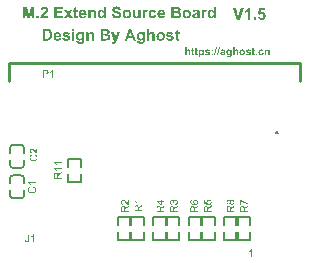
<source format=gto>
G04*
G04 #@! TF.GenerationSoftware,Altium Limited,Altium Designer,22.2.1 (43)*
G04*
G04 Layer_Color=65535*
%FSLAX25Y25*%
%MOIN*%
G70*
G04*
G04 #@! TF.SameCoordinates,FD089562-881E-4EE4-B05D-B5CD34326894*
G04*
G04*
G04 #@! TF.FilePolarity,Positive*
G04*
G01*
G75*
%ADD10C,0.00787*%
%ADD11C,0.01000*%
G36*
X22780Y40553D02*
X20783D01*
X20788Y40547D01*
X20802Y40533D01*
X20821Y40508D01*
X20849Y40472D01*
X20882Y40431D01*
X20918Y40378D01*
X20957Y40320D01*
X20999Y40253D01*
Y40251D01*
X21004Y40245D01*
X21010Y40237D01*
X21015Y40223D01*
X21026Y40206D01*
X21035Y40187D01*
X21060Y40143D01*
X21084Y40093D01*
X21112Y40037D01*
X21137Y39979D01*
X21159Y39924D01*
X20857D01*
X20855Y39927D01*
X20852Y39935D01*
X20843Y39949D01*
X20835Y39968D01*
X20824Y39990D01*
X20808Y40018D01*
X20791Y40048D01*
X20774Y40079D01*
X20730Y40151D01*
X20677Y40229D01*
X20622Y40309D01*
X20558Y40384D01*
X20555Y40386D01*
X20550Y40392D01*
X20542Y40403D01*
X20528Y40417D01*
X20511Y40431D01*
X20494Y40450D01*
X20447Y40492D01*
X20398Y40539D01*
X20339Y40586D01*
X20278Y40627D01*
X20215Y40663D01*
Y40866D01*
X22780D01*
Y40553D01*
D02*
G37*
G36*
X21987Y39389D02*
X22007Y39384D01*
X22037Y39373D01*
X22071Y39362D01*
X22112Y39345D01*
X22156Y39328D01*
X22204Y39306D01*
X22256Y39281D01*
X22306Y39253D01*
X22362Y39223D01*
X22414Y39187D01*
X22464Y39148D01*
X22514Y39107D01*
X22561Y39060D01*
X22605Y39010D01*
X22608Y39007D01*
X22614Y38996D01*
X22625Y38982D01*
X22638Y38960D01*
X22655Y38935D01*
X22674Y38902D01*
X22694Y38866D01*
X22713Y38821D01*
X22733Y38774D01*
X22752Y38724D01*
X22771Y38669D01*
X22788Y38608D01*
X22802Y38544D01*
X22813Y38478D01*
X22818Y38409D01*
X22821Y38334D01*
Y38295D01*
X22818Y38265D01*
X22816Y38231D01*
X22813Y38190D01*
X22807Y38145D01*
X22799Y38096D01*
X22791Y38043D01*
X22780Y37988D01*
X22766Y37932D01*
X22752Y37877D01*
X22733Y37819D01*
X22711Y37763D01*
X22686Y37711D01*
X22655Y37661D01*
X22652Y37658D01*
X22647Y37650D01*
X22638Y37636D01*
X22625Y37619D01*
X22605Y37597D01*
X22586Y37572D01*
X22561Y37544D01*
X22530Y37514D01*
X22497Y37483D01*
X22461Y37450D01*
X22422Y37420D01*
X22378Y37387D01*
X22331Y37353D01*
X22281Y37323D01*
X22226Y37295D01*
X22168Y37267D01*
X22165Y37265D01*
X22154Y37262D01*
X22134Y37256D01*
X22112Y37248D01*
X22082Y37237D01*
X22048Y37226D01*
X22007Y37215D01*
X21963Y37201D01*
X21913Y37190D01*
X21860Y37176D01*
X21805Y37165D01*
X21744Y37157D01*
X21616Y37140D01*
X21550Y37137D01*
X21483Y37134D01*
X21478D01*
X21467D01*
X21445D01*
X21417Y37137D01*
X21381Y37140D01*
X21339Y37143D01*
X21295Y37148D01*
X21245Y37154D01*
X21192Y37162D01*
X21137Y37170D01*
X21018Y37198D01*
X20960Y37218D01*
X20902Y37237D01*
X20841Y37259D01*
X20785Y37287D01*
X20783Y37290D01*
X20772Y37295D01*
X20758Y37303D01*
X20735Y37314D01*
X20710Y37331D01*
X20683Y37350D01*
X20652Y37373D01*
X20616Y37398D01*
X20583Y37428D01*
X20544Y37459D01*
X20508Y37495D01*
X20470Y37533D01*
X20434Y37575D01*
X20398Y37619D01*
X20364Y37669D01*
X20334Y37719D01*
X20331Y37722D01*
X20328Y37733D01*
X20320Y37747D01*
X20309Y37769D01*
X20298Y37794D01*
X20284Y37827D01*
X20270Y37863D01*
X20256Y37902D01*
X20242Y37946D01*
X20229Y37996D01*
X20215Y38046D01*
X20204Y38101D01*
X20184Y38215D01*
X20181Y38276D01*
X20179Y38339D01*
Y38375D01*
X20181Y38403D01*
X20184Y38436D01*
X20190Y38475D01*
X20195Y38517D01*
X20204Y38564D01*
X20215Y38614D01*
X20226Y38666D01*
X20242Y38719D01*
X20262Y38774D01*
X20284Y38830D01*
X20312Y38882D01*
X20339Y38935D01*
X20375Y38985D01*
X20378Y38987D01*
X20384Y38996D01*
X20395Y39010D01*
X20411Y39026D01*
X20431Y39048D01*
X20456Y39073D01*
X20483Y39098D01*
X20517Y39129D01*
X20553Y39159D01*
X20594Y39190D01*
X20639Y39220D01*
X20688Y39248D01*
X20741Y39278D01*
X20799Y39303D01*
X20860Y39328D01*
X20924Y39350D01*
X21001Y39018D01*
X20999D01*
X20990Y39013D01*
X20974Y39010D01*
X20954Y39001D01*
X20932Y38993D01*
X20907Y38979D01*
X20846Y38952D01*
X20780Y38916D01*
X20710Y38868D01*
X20647Y38819D01*
X20619Y38788D01*
X20594Y38758D01*
X20591Y38755D01*
X20589Y38749D01*
X20583Y38741D01*
X20575Y38727D01*
X20564Y38710D01*
X20553Y38691D01*
X20542Y38669D01*
X20530Y38641D01*
X20519Y38611D01*
X20508Y38580D01*
X20486Y38508D01*
X20472Y38425D01*
X20467Y38381D01*
Y38306D01*
X20470Y38284D01*
X20472Y38259D01*
X20475Y38229D01*
X20478Y38195D01*
X20483Y38162D01*
X20503Y38082D01*
X20528Y37999D01*
X20544Y37957D01*
X20564Y37916D01*
X20586Y37877D01*
X20611Y37838D01*
X20614Y37835D01*
X20616Y37830D01*
X20625Y37819D01*
X20636Y37805D01*
X20650Y37791D01*
X20669Y37771D01*
X20688Y37752D01*
X20710Y37730D01*
X20738Y37708D01*
X20766Y37683D01*
X20830Y37639D01*
X20904Y37597D01*
X20990Y37561D01*
X20993D01*
X21001Y37558D01*
X21015Y37553D01*
X21032Y37550D01*
X21054Y37544D01*
X21079Y37536D01*
X21109Y37530D01*
X21140Y37522D01*
X21176Y37514D01*
X21215Y37508D01*
X21298Y37495D01*
X21386Y37486D01*
X21481Y37483D01*
X21483D01*
X21495D01*
X21511D01*
X21536Y37486D01*
X21564D01*
X21597Y37489D01*
X21633Y37492D01*
X21675Y37495D01*
X21719Y37500D01*
X21763Y37506D01*
X21860Y37522D01*
X21957Y37547D01*
X22051Y37578D01*
X22054D01*
X22062Y37583D01*
X22073Y37589D01*
X22090Y37594D01*
X22112Y37605D01*
X22134Y37619D01*
X22187Y37650D01*
X22248Y37691D01*
X22306Y37741D01*
X22364Y37802D01*
X22389Y37835D01*
X22414Y37871D01*
Y37874D01*
X22420Y37879D01*
X22425Y37891D01*
X22433Y37907D01*
X22442Y37927D01*
X22453Y37949D01*
X22461Y37974D01*
X22472Y38001D01*
X22494Y38065D01*
X22514Y38140D01*
X22528Y38220D01*
X22530Y38262D01*
X22533Y38306D01*
Y38334D01*
X22530Y38353D01*
X22528Y38378D01*
X22525Y38406D01*
X22519Y38439D01*
X22514Y38472D01*
X22494Y38550D01*
X22481Y38589D01*
X22464Y38630D01*
X22445Y38672D01*
X22422Y38710D01*
X22398Y38749D01*
X22370Y38788D01*
X22367Y38791D01*
X22362Y38796D01*
X22353Y38807D01*
X22339Y38821D01*
X22323Y38835D01*
X22300Y38855D01*
X22276Y38874D01*
X22248Y38896D01*
X22215Y38918D01*
X22179Y38940D01*
X22140Y38963D01*
X22095Y38985D01*
X22048Y39004D01*
X21996Y39024D01*
X21940Y39043D01*
X21882Y39057D01*
X21968Y39395D01*
X21974D01*
X21987Y39389D01*
D02*
G37*
G36*
X94968Y16054D02*
X94478D01*
Y17896D01*
X94475Y17893D01*
X94467Y17885D01*
X94450Y17871D01*
X94431Y17854D01*
X94406Y17835D01*
X94373Y17810D01*
X94340Y17783D01*
X94298Y17755D01*
X94254Y17724D01*
X94207Y17694D01*
X94154Y17663D01*
X94099Y17633D01*
X94041Y17602D01*
X93977Y17575D01*
X93913Y17550D01*
X93847Y17525D01*
Y17971D01*
X93849D01*
X93855Y17974D01*
X93866Y17976D01*
X93880Y17982D01*
X93899Y17990D01*
X93919Y17999D01*
X93944Y18010D01*
X93971Y18023D01*
X94032Y18054D01*
X94101Y18095D01*
X94179Y18145D01*
X94262Y18206D01*
X94265Y18209D01*
X94273Y18215D01*
X94284Y18223D01*
X94298Y18237D01*
X94318Y18253D01*
X94337Y18275D01*
X94359Y18298D01*
X94384Y18325D01*
X94437Y18386D01*
X94486Y18456D01*
X94534Y18533D01*
X94553Y18575D01*
X94570Y18619D01*
X94968D01*
Y16054D01*
D02*
G37*
G36*
X103655Y57871D02*
X103652Y57868D01*
X103649Y57865D01*
X103641Y57857D01*
X103632Y57846D01*
X103608Y57818D01*
X103574Y57785D01*
X103535Y57743D01*
X103491Y57696D01*
X103444Y57649D01*
X103394Y57599D01*
X103392Y57596D01*
X103386Y57591D01*
X103375Y57582D01*
X103364Y57571D01*
X103342Y57549D01*
X103331Y57538D01*
X103325Y57533D01*
X103328D01*
X103336Y57530D01*
X103350Y57527D01*
X103372Y57524D01*
X103389Y57521D01*
X103405Y57516D01*
X103428Y57513D01*
X103450Y57508D01*
X103477Y57499D01*
X103508Y57494D01*
X103541Y57486D01*
X103577Y57477D01*
X103580D01*
X103583Y57474D01*
X103602Y57472D01*
X103627Y57463D01*
X103657Y57458D01*
X103688Y57447D01*
X103721Y57438D01*
X103749Y57430D01*
X103771Y57422D01*
X103666Y57114D01*
X103663D01*
X103655Y57120D01*
X103644Y57123D01*
X103627Y57131D01*
X103608Y57139D01*
X103585Y57150D01*
X103558Y57161D01*
X103530Y57175D01*
X103466Y57206D01*
X103400Y57242D01*
X103331Y57278D01*
X103261Y57319D01*
Y57316D01*
X103264Y57305D01*
Y57292D01*
X103267Y57272D01*
X103270Y57247D01*
X103272Y57219D01*
X103278Y57189D01*
X103281Y57153D01*
X103289Y57081D01*
X103295Y57003D01*
X103297Y56926D01*
X103300Y56854D01*
X102993D01*
Y56857D01*
Y56859D01*
Y56868D01*
Y56879D01*
Y56893D01*
X102995Y56912D01*
Y56934D01*
X102998Y56959D01*
X103001Y56990D01*
X103004Y57023D01*
X103006Y57062D01*
X103012Y57106D01*
X103018Y57153D01*
X103023Y57203D01*
X103031Y57261D01*
X103040Y57322D01*
X103037D01*
X103031Y57319D01*
X103023Y57314D01*
X103009Y57308D01*
X102990Y57300D01*
X102962Y57289D01*
X102929Y57272D01*
X102890Y57256D01*
X102887D01*
X102882Y57253D01*
X102874Y57247D01*
X102862Y57244D01*
X102835Y57231D01*
X102796Y57214D01*
X102752Y57195D01*
X102702Y57173D01*
X102602Y57131D01*
X102508Y57447D01*
X102511D01*
X102516Y57450D01*
X102527Y57452D01*
X102541Y57455D01*
X102560Y57458D01*
X102583Y57463D01*
X102608Y57469D01*
X102635Y57474D01*
X102668Y57480D01*
X102702Y57488D01*
X102779Y57502D01*
X102865Y57516D01*
X102957Y57533D01*
X102749Y57771D01*
X102746Y57774D01*
X102738Y57782D01*
X102727Y57796D01*
X102713Y57812D01*
X102680Y57851D01*
X102646Y57887D01*
X102915Y58062D01*
X103150Y57674D01*
Y57677D01*
X103156Y57682D01*
X103162Y57693D01*
X103170Y57707D01*
X103178Y57724D01*
X103192Y57743D01*
X103206Y57768D01*
X103220Y57793D01*
X103256Y57854D01*
X103297Y57920D01*
X103342Y57995D01*
X103392Y58073D01*
X103655Y57871D01*
D02*
G37*
G36*
X78109Y85143D02*
X78134D01*
X78162Y85137D01*
X78192Y85132D01*
X78228Y85123D01*
X78270Y85115D01*
X78312Y85101D01*
X78356Y85084D01*
X78400Y85062D01*
X78447Y85037D01*
X78494Y85010D01*
X78539Y84974D01*
X78583Y84935D01*
X78627Y84891D01*
X78630Y84888D01*
X78638Y84879D01*
X78649Y84866D01*
X78663Y84843D01*
X78680Y84819D01*
X78699Y84788D01*
X78719Y84749D01*
X78741Y84708D01*
X78763Y84661D01*
X78782Y84608D01*
X78802Y84550D01*
X78818Y84486D01*
X78832Y84420D01*
X78846Y84348D01*
X78852Y84270D01*
X78854Y84187D01*
Y84181D01*
Y84167D01*
X78852Y84143D01*
Y84109D01*
X78849Y84071D01*
X78843Y84026D01*
X78835Y83976D01*
X78827Y83921D01*
X78813Y83866D01*
X78799Y83805D01*
X78780Y83746D01*
X78757Y83686D01*
X78733Y83627D01*
X78702Y83569D01*
X78666Y83514D01*
X78627Y83464D01*
X78624Y83461D01*
X78616Y83453D01*
X78605Y83442D01*
X78586Y83425D01*
X78563Y83406D01*
X78539Y83384D01*
X78508Y83362D01*
X78472Y83337D01*
X78436Y83312D01*
X78392Y83289D01*
X78347Y83267D01*
X78298Y83248D01*
X78248Y83234D01*
X78192Y83220D01*
X78137Y83212D01*
X78076Y83209D01*
X78051D01*
X78021Y83212D01*
X77982Y83217D01*
X77940Y83223D01*
X77893Y83234D01*
X77843Y83251D01*
X77796Y83270D01*
X77791Y83273D01*
X77774Y83281D01*
X77749Y83298D01*
X77716Y83320D01*
X77677Y83348D01*
X77633Y83384D01*
X77586Y83428D01*
X77536Y83478D01*
Y82547D01*
X77046D01*
Y85104D01*
X77503D01*
Y84832D01*
X77508Y84835D01*
X77519Y84852D01*
X77539Y84879D01*
X77566Y84910D01*
X77600Y84946D01*
X77641Y84985D01*
X77688Y85023D01*
X77741Y85057D01*
X77744D01*
X77749Y85059D01*
X77758Y85065D01*
X77768Y85071D01*
X77782Y85076D01*
X77799Y85084D01*
X77841Y85101D01*
X77890Y85118D01*
X77949Y85132D01*
X78012Y85143D01*
X78079Y85145D01*
X78093D01*
X78109Y85143D01*
D02*
G37*
G36*
X100192D02*
X100233Y85137D01*
X100278Y85132D01*
X100327Y85120D01*
X100380Y85104D01*
X100430Y85084D01*
X100433D01*
X100435Y85082D01*
X100452Y85073D01*
X100477Y85062D01*
X100505Y85043D01*
X100538Y85023D01*
X100571Y84996D01*
X100604Y84968D01*
X100632Y84935D01*
X100635Y84932D01*
X100643Y84918D01*
X100654Y84902D01*
X100671Y84877D01*
X100688Y84846D01*
X100701Y84810D01*
X100718Y84771D01*
X100729Y84730D01*
Y84724D01*
X100735Y84708D01*
X100737Y84683D01*
X100743Y84647D01*
X100749Y84600D01*
X100751Y84544D01*
X100757Y84478D01*
Y84400D01*
Y83251D01*
X100267D01*
Y84195D01*
Y84198D01*
Y84209D01*
Y84223D01*
Y84245D01*
Y84267D01*
X100264Y84295D01*
Y84356D01*
X100258Y84422D01*
X100253Y84486D01*
X100250Y84517D01*
X100244Y84541D01*
X100239Y84564D01*
X100233Y84583D01*
Y84586D01*
X100228Y84597D01*
X100219Y84614D01*
X100208Y84633D01*
X100195Y84655D01*
X100178Y84680D01*
X100156Y84702D01*
X100131Y84721D01*
X100128Y84724D01*
X100120Y84730D01*
X100103Y84738D01*
X100084Y84746D01*
X100059Y84755D01*
X100031Y84763D01*
X100001Y84769D01*
X99964Y84771D01*
X99942D01*
X99920Y84769D01*
X99887Y84763D01*
X99854Y84755D01*
X99815Y84741D01*
X99773Y84724D01*
X99735Y84699D01*
X99729Y84697D01*
X99718Y84685D01*
X99701Y84672D01*
X99679Y84649D01*
X99657Y84625D01*
X99635Y84591D01*
X99616Y84555D01*
X99599Y84514D01*
X99596Y84508D01*
Y84503D01*
X99593Y84492D01*
X99591Y84478D01*
X99588Y84461D01*
X99585Y84442D01*
X99582Y84420D01*
X99577Y84392D01*
X99574Y84361D01*
X99571Y84325D01*
X99568Y84287D01*
X99566Y84245D01*
Y84198D01*
X99563Y84145D01*
Y84090D01*
Y83251D01*
X99073D01*
Y85104D01*
X99527D01*
Y84830D01*
X99530Y84832D01*
X99538Y84843D01*
X99552Y84860D01*
X99571Y84879D01*
X99593Y84902D01*
X99624Y84929D01*
X99654Y84957D01*
X99693Y84987D01*
X99735Y85018D01*
X99782Y85046D01*
X99832Y85073D01*
X99884Y85096D01*
X99942Y85118D01*
X100003Y85132D01*
X100067Y85143D01*
X100134Y85145D01*
X100161D01*
X100192Y85143D01*
D02*
G37*
G36*
X81810Y84614D02*
X81320D01*
Y85104D01*
X81810D01*
Y84614D01*
D02*
G37*
G36*
X93657Y85143D02*
X93691D01*
X93726Y85140D01*
X93765Y85134D01*
X93810Y85129D01*
X93901Y85115D01*
X93992Y85093D01*
X94039Y85079D01*
X94081Y85062D01*
X94123Y85043D01*
X94159Y85021D01*
X94161D01*
X94167Y85015D01*
X94175Y85007D01*
X94189Y84999D01*
X94203Y84985D01*
X94222Y84968D01*
X94239Y84949D01*
X94261Y84929D01*
X94280Y84904D01*
X94303Y84877D01*
X94325Y84846D01*
X94347Y84813D01*
X94366Y84780D01*
X94386Y84741D01*
X94416Y84655D01*
X93954Y84569D01*
Y84575D01*
X93948Y84586D01*
X93940Y84605D01*
X93929Y84630D01*
X93912Y84658D01*
X93893Y84685D01*
X93868Y84711D01*
X93840Y84735D01*
X93837Y84738D01*
X93823Y84744D01*
X93807Y84755D01*
X93779Y84766D01*
X93746Y84774D01*
X93707Y84785D01*
X93657Y84791D01*
X93605Y84794D01*
X93574D01*
X93541Y84791D01*
X93499Y84788D01*
X93455Y84780D01*
X93408Y84771D01*
X93366Y84758D01*
X93330Y84738D01*
X93328Y84735D01*
X93322Y84733D01*
X93314Y84721D01*
X93303Y84711D01*
X93292Y84697D01*
X93283Y84680D01*
X93278Y84661D01*
X93275Y84638D01*
Y84636D01*
Y84630D01*
X93278Y84619D01*
X93281Y84608D01*
X93286Y84594D01*
X93294Y84580D01*
X93305Y84564D01*
X93322Y84550D01*
X93325Y84547D01*
X93330Y84544D01*
X93339Y84541D01*
X93350Y84536D01*
X93364Y84530D01*
X93383Y84522D01*
X93405Y84514D01*
X93430Y84505D01*
X93463Y84494D01*
X93499Y84483D01*
X93544Y84469D01*
X93591Y84458D01*
X93646Y84442D01*
X93710Y84428D01*
X93779Y84411D01*
X93785D01*
X93796Y84408D01*
X93815Y84403D01*
X93843Y84395D01*
X93873Y84386D01*
X93912Y84375D01*
X93951Y84364D01*
X93995Y84350D01*
X94084Y84320D01*
X94175Y84281D01*
X94217Y84262D01*
X94256Y84240D01*
X94294Y84217D01*
X94325Y84193D01*
X94328Y84190D01*
X94330Y84187D01*
X94339Y84179D01*
X94350Y84167D01*
X94361Y84157D01*
X94375Y84140D01*
X94389Y84121D01*
X94402Y84098D01*
X94430Y84046D01*
X94455Y83985D01*
X94474Y83913D01*
X94477Y83871D01*
X94480Y83830D01*
Y83827D01*
Y83819D01*
Y83805D01*
X94477Y83788D01*
X94474Y83766D01*
X94469Y83738D01*
X94463Y83710D01*
X94452Y83680D01*
X94441Y83647D01*
X94427Y83611D01*
X94411Y83575D01*
X94391Y83539D01*
X94366Y83500D01*
X94336Y83464D01*
X94305Y83428D01*
X94267Y83392D01*
X94264Y83389D01*
X94256Y83384D01*
X94244Y83375D01*
X94228Y83364D01*
X94206Y83350D01*
X94178Y83334D01*
X94145Y83317D01*
X94109Y83301D01*
X94067Y83284D01*
X94020Y83267D01*
X93967Y83251D01*
X93912Y83237D01*
X93851Y83226D01*
X93785Y83217D01*
X93713Y83212D01*
X93638Y83209D01*
X93602D01*
X93574Y83212D01*
X93544Y83215D01*
X93505Y83217D01*
X93466Y83223D01*
X93422Y83228D01*
X93325Y83245D01*
X93225Y83273D01*
X93175Y83292D01*
X93125Y83312D01*
X93081Y83334D01*
X93037Y83362D01*
X93034Y83364D01*
X93028Y83370D01*
X93017Y83378D01*
X93001Y83389D01*
X92984Y83406D01*
X92965Y83422D01*
X92943Y83445D01*
X92920Y83469D01*
X92896Y83500D01*
X92871Y83530D01*
X92848Y83564D01*
X92823Y83602D01*
X92801Y83641D01*
X92782Y83683D01*
X92765Y83730D01*
X92751Y83777D01*
X93242Y83852D01*
Y83849D01*
X93244Y83846D01*
X93247Y83830D01*
X93256Y83802D01*
X93269Y83771D01*
X93286Y83735D01*
X93308Y83699D01*
X93333Y83666D01*
X93366Y83636D01*
X93372Y83633D01*
X93383Y83625D01*
X93405Y83614D01*
X93436Y83600D01*
X93474Y83586D01*
X93521Y83575D01*
X93574Y83566D01*
X93635Y83564D01*
X93666D01*
X93682Y83566D01*
X93702D01*
X93743Y83572D01*
X93790Y83580D01*
X93837Y83594D01*
X93882Y83611D01*
X93920Y83633D01*
X93923Y83636D01*
X93932Y83641D01*
X93943Y83652D01*
X93954Y83666D01*
X93965Y83686D01*
X93976Y83708D01*
X93984Y83733D01*
X93987Y83763D01*
Y83766D01*
Y83771D01*
X93984Y83783D01*
X93981Y83796D01*
X93973Y83824D01*
X93962Y83841D01*
X93951Y83855D01*
X93948Y83857D01*
X93943Y83860D01*
X93932Y83868D01*
X93918Y83877D01*
X93896Y83888D01*
X93868Y83899D01*
X93832Y83910D01*
X93787Y83921D01*
X93785D01*
X93782Y83924D01*
X93774D01*
X93762Y83926D01*
X93732Y83935D01*
X93693Y83943D01*
X93646Y83954D01*
X93594Y83968D01*
X93535Y83982D01*
X93472Y83999D01*
X93347Y84037D01*
X93283Y84057D01*
X93222Y84076D01*
X93167Y84098D01*
X93117Y84118D01*
X93073Y84140D01*
X93040Y84159D01*
X93037Y84162D01*
X93031Y84167D01*
X93020Y84176D01*
X93006Y84187D01*
X92990Y84201D01*
X92970Y84220D01*
X92951Y84242D01*
X92931Y84267D01*
X92909Y84295D01*
X92890Y84325D01*
X92871Y84361D01*
X92854Y84398D01*
X92840Y84439D01*
X92829Y84481D01*
X92823Y84528D01*
X92821Y84575D01*
Y84578D01*
Y84586D01*
Y84597D01*
X92823Y84616D01*
X92826Y84636D01*
X92832Y84661D01*
X92837Y84685D01*
X92846Y84716D01*
X92868Y84780D01*
X92882Y84813D01*
X92901Y84846D01*
X92923Y84882D01*
X92948Y84915D01*
X92976Y84949D01*
X93009Y84979D01*
X93012Y84982D01*
X93017Y84987D01*
X93028Y84996D01*
X93045Y85004D01*
X93064Y85018D01*
X93089Y85032D01*
X93120Y85046D01*
X93153Y85062D01*
X93192Y85079D01*
X93236Y85093D01*
X93283Y85107D01*
X93336Y85120D01*
X93394Y85129D01*
X93458Y85137D01*
X93524Y85143D01*
X93596Y85145D01*
X93632D01*
X93657Y85143D01*
D02*
G37*
G36*
X79974D02*
X80007D01*
X80043Y85140D01*
X80081Y85134D01*
X80126Y85129D01*
X80217Y85115D01*
X80309Y85093D01*
X80356Y85079D01*
X80397Y85062D01*
X80439Y85043D01*
X80475Y85021D01*
X80478D01*
X80483Y85015D01*
X80491Y85007D01*
X80505Y84999D01*
X80519Y84985D01*
X80538Y84968D01*
X80555Y84949D01*
X80577Y84929D01*
X80597Y84904D01*
X80619Y84877D01*
X80641Y84846D01*
X80663Y84813D01*
X80683Y84780D01*
X80702Y84741D01*
X80732Y84655D01*
X80270Y84569D01*
Y84575D01*
X80264Y84586D01*
X80256Y84605D01*
X80245Y84630D01*
X80228Y84658D01*
X80209Y84685D01*
X80184Y84711D01*
X80156Y84735D01*
X80154Y84738D01*
X80140Y84744D01*
X80123Y84755D01*
X80095Y84766D01*
X80062Y84774D01*
X80023Y84785D01*
X79974Y84791D01*
X79921Y84794D01*
X79890D01*
X79857Y84791D01*
X79816Y84788D01*
X79771Y84780D01*
X79724Y84771D01*
X79683Y84758D01*
X79647Y84738D01*
X79644Y84735D01*
X79638Y84733D01*
X79630Y84721D01*
X79619Y84711D01*
X79608Y84697D01*
X79599Y84680D01*
X79594Y84661D01*
X79591Y84638D01*
Y84636D01*
Y84630D01*
X79594Y84619D01*
X79597Y84608D01*
X79602Y84594D01*
X79611Y84580D01*
X79622Y84564D01*
X79638Y84550D01*
X79641Y84547D01*
X79647Y84544D01*
X79655Y84541D01*
X79666Y84536D01*
X79680Y84530D01*
X79699Y84522D01*
X79721Y84514D01*
X79746Y84505D01*
X79780Y84494D01*
X79816Y84483D01*
X79860Y84469D01*
X79907Y84458D01*
X79962Y84442D01*
X80026Y84428D01*
X80095Y84411D01*
X80101D01*
X80112Y84408D01*
X80131Y84403D01*
X80159Y84395D01*
X80190Y84386D01*
X80228Y84375D01*
X80267Y84364D01*
X80311Y84350D01*
X80400Y84320D01*
X80491Y84281D01*
X80533Y84262D01*
X80572Y84240D01*
X80611Y84217D01*
X80641Y84193D01*
X80644Y84190D01*
X80647Y84187D01*
X80655Y84179D01*
X80666Y84167D01*
X80677Y84157D01*
X80691Y84140D01*
X80705Y84121D01*
X80719Y84098D01*
X80746Y84046D01*
X80771Y83985D01*
X80791Y83913D01*
X80793Y83871D01*
X80796Y83830D01*
Y83827D01*
Y83819D01*
Y83805D01*
X80793Y83788D01*
X80791Y83766D01*
X80785Y83738D01*
X80779Y83710D01*
X80768Y83680D01*
X80757Y83647D01*
X80743Y83611D01*
X80727Y83575D01*
X80708Y83539D01*
X80683Y83500D01*
X80652Y83464D01*
X80622Y83428D01*
X80583Y83392D01*
X80580Y83389D01*
X80572Y83384D01*
X80561Y83375D01*
X80544Y83364D01*
X80522Y83350D01*
X80494Y83334D01*
X80461Y83317D01*
X80425Y83301D01*
X80383Y83284D01*
X80336Y83267D01*
X80284Y83251D01*
X80228Y83237D01*
X80167Y83226D01*
X80101Y83217D01*
X80029Y83212D01*
X79954Y83209D01*
X79918D01*
X79890Y83212D01*
X79860Y83215D01*
X79821Y83217D01*
X79782Y83223D01*
X79738Y83228D01*
X79641Y83245D01*
X79541Y83273D01*
X79492Y83292D01*
X79442Y83312D01*
X79397Y83334D01*
X79353Y83362D01*
X79350Y83364D01*
X79345Y83370D01*
X79334Y83378D01*
X79317Y83389D01*
X79300Y83406D01*
X79281Y83422D01*
X79259Y83445D01*
X79237Y83469D01*
X79212Y83500D01*
X79187Y83530D01*
X79165Y83564D01*
X79140Y83602D01*
X79118Y83641D01*
X79098Y83683D01*
X79081Y83730D01*
X79068Y83777D01*
X79558Y83852D01*
Y83849D01*
X79561Y83846D01*
X79563Y83830D01*
X79572Y83802D01*
X79586Y83771D01*
X79602Y83735D01*
X79624Y83699D01*
X79649Y83666D01*
X79683Y83636D01*
X79688Y83633D01*
X79699Y83625D01*
X79721Y83614D01*
X79752Y83600D01*
X79791Y83586D01*
X79838Y83575D01*
X79890Y83566D01*
X79951Y83564D01*
X79982D01*
X79998Y83566D01*
X80018D01*
X80059Y83572D01*
X80106Y83580D01*
X80154Y83594D01*
X80198Y83611D01*
X80237Y83633D01*
X80239Y83636D01*
X80248Y83641D01*
X80259Y83652D01*
X80270Y83666D01*
X80281Y83686D01*
X80292Y83708D01*
X80300Y83733D01*
X80303Y83763D01*
Y83766D01*
Y83771D01*
X80300Y83783D01*
X80298Y83796D01*
X80289Y83824D01*
X80278Y83841D01*
X80267Y83855D01*
X80264Y83857D01*
X80259Y83860D01*
X80248Y83868D01*
X80234Y83877D01*
X80212Y83888D01*
X80184Y83899D01*
X80148Y83910D01*
X80104Y83921D01*
X80101D01*
X80098Y83924D01*
X80090D01*
X80079Y83926D01*
X80048Y83935D01*
X80010Y83943D01*
X79962Y83954D01*
X79910Y83968D01*
X79852Y83982D01*
X79788Y83999D01*
X79663Y84037D01*
X79599Y84057D01*
X79539Y84076D01*
X79483Y84098D01*
X79433Y84118D01*
X79389Y84140D01*
X79356Y84159D01*
X79353Y84162D01*
X79347Y84167D01*
X79336Y84176D01*
X79322Y84187D01*
X79306Y84201D01*
X79286Y84220D01*
X79267Y84242D01*
X79248Y84267D01*
X79226Y84295D01*
X79206Y84325D01*
X79187Y84361D01*
X79170Y84398D01*
X79156Y84439D01*
X79145Y84481D01*
X79140Y84528D01*
X79137Y84575D01*
Y84578D01*
Y84586D01*
Y84597D01*
X79140Y84616D01*
X79142Y84636D01*
X79148Y84661D01*
X79154Y84685D01*
X79162Y84716D01*
X79184Y84780D01*
X79198Y84813D01*
X79217Y84846D01*
X79239Y84882D01*
X79264Y84915D01*
X79292Y84949D01*
X79325Y84979D01*
X79328Y84982D01*
X79334Y84987D01*
X79345Y84996D01*
X79361Y85004D01*
X79381Y85018D01*
X79406Y85032D01*
X79436Y85046D01*
X79469Y85062D01*
X79508Y85079D01*
X79552Y85093D01*
X79599Y85107D01*
X79652Y85120D01*
X79710Y85129D01*
X79774Y85137D01*
X79840Y85143D01*
X79913Y85145D01*
X79949D01*
X79974Y85143D01*
D02*
G37*
G36*
X97934D02*
X97965Y85140D01*
X97995Y85137D01*
X98034Y85134D01*
X98073Y85126D01*
X98159Y85109D01*
X98247Y85084D01*
X98291Y85068D01*
X98336Y85048D01*
X98377Y85023D01*
X98416Y84999D01*
X98419Y84996D01*
X98424Y84993D01*
X98435Y84985D01*
X98449Y84971D01*
X98466Y84957D01*
X98485Y84938D01*
X98505Y84915D01*
X98527Y84891D01*
X98549Y84860D01*
X98574Y84827D01*
X98599Y84791D01*
X98621Y84752D01*
X98646Y84708D01*
X98665Y84663D01*
X98688Y84611D01*
X98704Y84558D01*
X98222Y84472D01*
Y84475D01*
Y84478D01*
X98217Y84494D01*
X98208Y84522D01*
X98200Y84553D01*
X98183Y84586D01*
X98164Y84622D01*
X98139Y84655D01*
X98109Y84685D01*
X98106Y84688D01*
X98092Y84697D01*
X98075Y84711D01*
X98048Y84724D01*
X98017Y84735D01*
X97979Y84749D01*
X97934Y84758D01*
X97884Y84760D01*
X97868D01*
X97854Y84758D01*
X97840D01*
X97821Y84755D01*
X97779Y84744D01*
X97732Y84730D01*
X97685Y84708D01*
X97638Y84675D01*
X97616Y84655D01*
X97593Y84633D01*
Y84630D01*
X97588Y84627D01*
X97582Y84619D01*
X97577Y84608D01*
X97569Y84594D01*
X97560Y84578D01*
X97549Y84555D01*
X97541Y84533D01*
X97530Y84505D01*
X97519Y84472D01*
X97510Y84439D01*
X97502Y84400D01*
X97496Y84359D01*
X97491Y84312D01*
X97485Y84262D01*
Y84209D01*
Y84206D01*
Y84195D01*
Y84179D01*
X97488Y84157D01*
Y84129D01*
X97491Y84098D01*
X97494Y84065D01*
X97499Y84026D01*
X97513Y83951D01*
X97530Y83874D01*
X97544Y83838D01*
X97557Y83802D01*
X97574Y83771D01*
X97593Y83744D01*
Y83741D01*
X97599Y83738D01*
X97613Y83722D01*
X97638Y83702D01*
X97674Y83677D01*
X97715Y83652D01*
X97765Y83630D01*
X97826Y83614D01*
X97859Y83611D01*
X97893Y83608D01*
X97915D01*
X97942Y83614D01*
X97973Y83619D01*
X98009Y83627D01*
X98048Y83641D01*
X98084Y83661D01*
X98120Y83686D01*
X98123Y83688D01*
X98134Y83702D01*
X98150Y83722D01*
X98170Y83749D01*
X98189Y83788D01*
X98211Y83835D01*
X98230Y83893D01*
X98247Y83960D01*
X98729Y83877D01*
Y83874D01*
X98726Y83863D01*
X98721Y83846D01*
X98712Y83821D01*
X98704Y83794D01*
X98693Y83763D01*
X98679Y83727D01*
X98663Y83688D01*
X98624Y83608D01*
X98602Y83566D01*
X98574Y83525D01*
X98544Y83483D01*
X98513Y83445D01*
X98477Y83409D01*
X98438Y83375D01*
X98435Y83373D01*
X98430Y83367D01*
X98416Y83359D01*
X98400Y83350D01*
X98377Y83337D01*
X98352Y83323D01*
X98322Y83309D01*
X98289Y83292D01*
X98250Y83276D01*
X98208Y83262D01*
X98161Y83248D01*
X98109Y83234D01*
X98056Y83226D01*
X97998Y83217D01*
X97937Y83212D01*
X97870Y83209D01*
X97854D01*
X97832Y83212D01*
X97804D01*
X97771Y83217D01*
X97729Y83223D01*
X97685Y83231D01*
X97638Y83242D01*
X97588Y83253D01*
X97535Y83270D01*
X97483Y83292D01*
X97427Y83317D01*
X97375Y83345D01*
X97322Y83381D01*
X97272Y83420D01*
X97225Y83464D01*
X97222Y83467D01*
X97214Y83475D01*
X97203Y83492D01*
X97186Y83511D01*
X97170Y83539D01*
X97150Y83569D01*
X97128Y83608D01*
X97106Y83649D01*
X97081Y83697D01*
X97062Y83749D01*
X97039Y83807D01*
X97023Y83871D01*
X97006Y83940D01*
X96995Y84012D01*
X96987Y84090D01*
X96984Y84173D01*
Y84179D01*
Y84193D01*
X96987Y84217D01*
Y84248D01*
X96992Y84287D01*
X96998Y84331D01*
X97003Y84381D01*
X97014Y84436D01*
X97028Y84492D01*
X97042Y84550D01*
X97062Y84608D01*
X97087Y84669D01*
X97114Y84727D01*
X97145Y84785D01*
X97184Y84838D01*
X97225Y84888D01*
X97228Y84891D01*
X97236Y84899D01*
X97250Y84913D01*
X97269Y84929D01*
X97294Y84949D01*
X97322Y84968D01*
X97358Y84993D01*
X97397Y85018D01*
X97441Y85040D01*
X97491Y85065D01*
X97544Y85084D01*
X97602Y85107D01*
X97665Y85120D01*
X97732Y85134D01*
X97804Y85143D01*
X97879Y85145D01*
X97912D01*
X97934Y85143D01*
D02*
G37*
G36*
X96588Y83251D02*
X96098D01*
Y83741D01*
X96588D01*
Y83251D01*
D02*
G37*
G36*
X89051Y84866D02*
X89053Y84868D01*
X89062Y84877D01*
X89076Y84891D01*
X89092Y84910D01*
X89114Y84929D01*
X89142Y84954D01*
X89175Y84979D01*
X89209Y85007D01*
X89250Y85032D01*
X89292Y85057D01*
X89339Y85082D01*
X89389Y85101D01*
X89441Y85120D01*
X89497Y85134D01*
X89555Y85143D01*
X89616Y85145D01*
X89644D01*
X89660Y85143D01*
X89677D01*
X89718Y85137D01*
X89765Y85129D01*
X89815Y85118D01*
X89868Y85104D01*
X89921Y85082D01*
X89923D01*
X89926Y85079D01*
X89943Y85071D01*
X89968Y85057D01*
X89998Y85037D01*
X90029Y85015D01*
X90065Y84987D01*
X90095Y84957D01*
X90123Y84921D01*
X90126Y84915D01*
X90134Y84904D01*
X90145Y84885D01*
X90162Y84857D01*
X90175Y84827D01*
X90192Y84788D01*
X90206Y84749D01*
X90217Y84705D01*
Y84699D01*
X90220Y84691D01*
X90223Y84683D01*
Y84669D01*
X90225Y84655D01*
X90228Y84636D01*
X90231Y84614D01*
X90233Y84591D01*
X90236Y84564D01*
X90239Y84533D01*
Y84500D01*
X90242Y84464D01*
X90245Y84425D01*
Y84381D01*
Y84337D01*
Y83251D01*
X89754D01*
Y84228D01*
Y84231D01*
Y84242D01*
Y84256D01*
Y84276D01*
Y84298D01*
X89752Y84325D01*
Y84384D01*
X89746Y84447D01*
X89741Y84505D01*
X89738Y84533D01*
X89735Y84558D01*
X89729Y84580D01*
X89724Y84597D01*
Y84600D01*
X89718Y84611D01*
X89713Y84625D01*
X89702Y84644D01*
X89688Y84663D01*
X89671Y84685D01*
X89652Y84705D01*
X89627Y84724D01*
X89624Y84727D01*
X89616Y84733D01*
X89599Y84738D01*
X89580Y84749D01*
X89552Y84758D01*
X89522Y84763D01*
X89488Y84769D01*
X89450Y84771D01*
X89430D01*
X89405Y84769D01*
X89378Y84763D01*
X89342Y84758D01*
X89306Y84746D01*
X89267Y84730D01*
X89231Y84711D01*
X89228Y84708D01*
X89214Y84699D01*
X89198Y84685D01*
X89178Y84666D01*
X89156Y84641D01*
X89134Y84611D01*
X89112Y84572D01*
X89092Y84530D01*
X89090Y84525D01*
Y84519D01*
X89087Y84508D01*
X89078Y84481D01*
X89073Y84442D01*
X89065Y84392D01*
X89056Y84331D01*
X89053Y84262D01*
X89051Y84179D01*
Y83251D01*
X88560D01*
Y85807D01*
X89051D01*
Y84866D01*
D02*
G37*
G36*
X85203Y85143D02*
X85237D01*
X85270Y85140D01*
X85308Y85134D01*
X85389Y85126D01*
X85469Y85112D01*
X85547Y85093D01*
X85580Y85079D01*
X85613Y85065D01*
X85616D01*
X85622Y85062D01*
X85630Y85057D01*
X85638Y85051D01*
X85669Y85035D01*
X85702Y85012D01*
X85741Y84982D01*
X85777Y84949D01*
X85813Y84910D01*
X85840Y84868D01*
X85843Y84863D01*
X85846Y84855D01*
X85851Y84846D01*
X85857Y84832D01*
X85862Y84813D01*
X85868Y84794D01*
X85874Y84769D01*
X85879Y84741D01*
X85885Y84711D01*
X85890Y84675D01*
X85896Y84633D01*
X85901Y84589D01*
X85904Y84541D01*
X85907Y84489D01*
Y84431D01*
X85899Y83857D01*
Y83855D01*
Y83846D01*
Y83835D01*
Y83819D01*
Y83796D01*
Y83774D01*
X85901Y83722D01*
X85904Y83663D01*
X85907Y83602D01*
X85912Y83547D01*
X85918Y83519D01*
X85921Y83497D01*
Y83492D01*
X85926Y83478D01*
X85932Y83453D01*
X85940Y83422D01*
X85951Y83386D01*
X85968Y83345D01*
X85987Y83298D01*
X86009Y83251D01*
X85524D01*
Y83253D01*
X85522Y83259D01*
X85516Y83270D01*
X85511Y83287D01*
X85505Y83306D01*
X85494Y83331D01*
X85486Y83362D01*
X85475Y83395D01*
Y83398D01*
X85472Y83403D01*
X85469Y83420D01*
X85464Y83439D01*
X85461Y83447D01*
X85458Y83453D01*
X85453Y83447D01*
X85436Y83434D01*
X85411Y83411D01*
X85378Y83384D01*
X85339Y83356D01*
X85292Y83325D01*
X85242Y83295D01*
X85189Y83270D01*
X85187D01*
X85184Y83267D01*
X85176Y83264D01*
X85164Y83262D01*
X85137Y83251D01*
X85098Y83240D01*
X85054Y83228D01*
X85001Y83217D01*
X84946Y83212D01*
X84885Y83209D01*
X84857D01*
X84838Y83212D01*
X84813Y83215D01*
X84785Y83217D01*
X84755Y83223D01*
X84721Y83228D01*
X84649Y83245D01*
X84574Y83273D01*
X84536Y83292D01*
X84500Y83312D01*
X84466Y83334D01*
X84433Y83362D01*
X84430Y83364D01*
X84425Y83370D01*
X84419Y83378D01*
X84408Y83389D01*
X84394Y83406D01*
X84381Y83422D01*
X84367Y83445D01*
X84353Y83469D01*
X84336Y83497D01*
X84322Y83525D01*
X84295Y83594D01*
X84284Y83630D01*
X84278Y83669D01*
X84272Y83710D01*
X84270Y83755D01*
Y83758D01*
Y83763D01*
Y83771D01*
Y83783D01*
X84272Y83810D01*
X84278Y83849D01*
X84289Y83893D01*
X84300Y83940D01*
X84320Y83987D01*
X84345Y84035D01*
Y84037D01*
X84347Y84040D01*
X84358Y84054D01*
X84375Y84076D01*
X84400Y84104D01*
X84428Y84134D01*
X84464Y84165D01*
X84505Y84195D01*
X84552Y84220D01*
X84555D01*
X84558Y84223D01*
X84566Y84226D01*
X84577Y84231D01*
X84591Y84237D01*
X84608Y84245D01*
X84630Y84251D01*
X84652Y84259D01*
X84677Y84267D01*
X84707Y84278D01*
X84741Y84287D01*
X84774Y84298D01*
X84813Y84306D01*
X84854Y84317D01*
X84896Y84328D01*
X84943Y84337D01*
X84946D01*
X84957Y84339D01*
X84976Y84342D01*
X84998Y84348D01*
X85026Y84353D01*
X85059Y84359D01*
X85095Y84367D01*
X85134Y84375D01*
X85211Y84395D01*
X85292Y84414D01*
X85328Y84425D01*
X85364Y84436D01*
X85394Y84447D01*
X85422Y84458D01*
Y84505D01*
Y84508D01*
Y84511D01*
Y84530D01*
X85419Y84555D01*
X85414Y84586D01*
X85405Y84619D01*
X85392Y84652D01*
X85375Y84685D01*
X85350Y84711D01*
X85347Y84713D01*
X85336Y84719D01*
X85317Y84730D01*
X85292Y84741D01*
X85256Y84752D01*
X85209Y84763D01*
X85181Y84766D01*
X85153Y84769D01*
X85120Y84771D01*
X85062D01*
X85037Y84769D01*
X85009Y84766D01*
X84976Y84758D01*
X84940Y84749D01*
X84907Y84735D01*
X84876Y84719D01*
X84874Y84716D01*
X84865Y84708D01*
X84851Y84697D01*
X84835Y84677D01*
X84815Y84652D01*
X84796Y84619D01*
X84777Y84580D01*
X84760Y84536D01*
X84320Y84616D01*
Y84619D01*
X84322Y84627D01*
X84328Y84641D01*
X84333Y84661D01*
X84342Y84683D01*
X84353Y84708D01*
X84381Y84766D01*
X84417Y84832D01*
X84461Y84899D01*
X84513Y84960D01*
X84544Y84990D01*
X84577Y85015D01*
X84580Y85018D01*
X84585Y85021D01*
X84597Y85026D01*
X84610Y85035D01*
X84630Y85046D01*
X84655Y85057D01*
X84683Y85068D01*
X84713Y85082D01*
X84752Y85093D01*
X84790Y85104D01*
X84835Y85115D01*
X84885Y85126D01*
X84937Y85134D01*
X84996Y85140D01*
X85056Y85145D01*
X85178D01*
X85203Y85143D01*
D02*
G37*
G36*
X81810Y83251D02*
X81320D01*
Y83741D01*
X81810D01*
Y83251D01*
D02*
G37*
G36*
X72990Y84866D02*
X72993Y84868D01*
X73001Y84877D01*
X73015Y84891D01*
X73032Y84910D01*
X73054Y84929D01*
X73082Y84954D01*
X73115Y84979D01*
X73148Y85007D01*
X73190Y85032D01*
X73231Y85057D01*
X73278Y85082D01*
X73328Y85101D01*
X73381Y85120D01*
X73436Y85134D01*
X73494Y85143D01*
X73555Y85145D01*
X73583D01*
X73600Y85143D01*
X73616D01*
X73658Y85137D01*
X73705Y85129D01*
X73755Y85118D01*
X73807Y85104D01*
X73860Y85082D01*
X73863D01*
X73866Y85079D01*
X73882Y85071D01*
X73907Y85057D01*
X73938Y85037D01*
X73968Y85015D01*
X74004Y84987D01*
X74035Y84957D01*
X74062Y84921D01*
X74065Y84915D01*
X74073Y84904D01*
X74084Y84885D01*
X74101Y84857D01*
X74115Y84827D01*
X74132Y84788D01*
X74145Y84749D01*
X74156Y84705D01*
Y84699D01*
X74159Y84691D01*
X74162Y84683D01*
Y84669D01*
X74165Y84655D01*
X74168Y84636D01*
X74170Y84614D01*
X74173Y84591D01*
X74176Y84564D01*
X74179Y84533D01*
Y84500D01*
X74181Y84464D01*
X74184Y84425D01*
Y84381D01*
Y84337D01*
Y83251D01*
X73694D01*
Y84228D01*
Y84231D01*
Y84242D01*
Y84256D01*
Y84276D01*
Y84298D01*
X73691Y84325D01*
Y84384D01*
X73686Y84447D01*
X73680Y84505D01*
X73677Y84533D01*
X73674Y84558D01*
X73669Y84580D01*
X73663Y84597D01*
Y84600D01*
X73658Y84611D01*
X73652Y84625D01*
X73641Y84644D01*
X73627Y84663D01*
X73611Y84685D01*
X73591Y84705D01*
X73566Y84724D01*
X73564Y84727D01*
X73555Y84733D01*
X73539Y84738D01*
X73519Y84749D01*
X73492Y84758D01*
X73461Y84763D01*
X73428Y84769D01*
X73389Y84771D01*
X73370D01*
X73345Y84769D01*
X73317Y84763D01*
X73281Y84758D01*
X73245Y84746D01*
X73206Y84730D01*
X73170Y84711D01*
X73168Y84708D01*
X73154Y84699D01*
X73137Y84685D01*
X73118Y84666D01*
X73096Y84641D01*
X73073Y84611D01*
X73051Y84572D01*
X73032Y84530D01*
X73029Y84525D01*
Y84519D01*
X73026Y84508D01*
X73018Y84481D01*
X73013Y84442D01*
X73004Y84392D01*
X72996Y84331D01*
X72993Y84262D01*
X72990Y84179D01*
Y83251D01*
X72500D01*
Y85807D01*
X72990D01*
Y84866D01*
D02*
G37*
G36*
X95424Y85104D02*
X95760D01*
Y84713D01*
X95424D01*
Y83965D01*
Y83963D01*
Y83954D01*
Y83943D01*
Y83929D01*
Y83913D01*
Y83890D01*
Y83846D01*
X95427Y83802D01*
Y83758D01*
X95430Y83738D01*
Y83722D01*
X95433Y83708D01*
Y83699D01*
Y83697D01*
X95436Y83694D01*
X95441Y83677D01*
X95455Y83658D01*
X95474Y83639D01*
X95477D01*
X95480Y83636D01*
X95488Y83633D01*
X95499Y83627D01*
X95524Y83619D01*
X95557Y83616D01*
X95571D01*
X95585Y83619D01*
X95607Y83622D01*
X95635Y83627D01*
X95671Y83636D01*
X95710Y83647D01*
X95754Y83661D01*
X95798Y83281D01*
X95796D01*
X95790Y83278D01*
X95782Y83276D01*
X95768Y83270D01*
X95751Y83264D01*
X95732Y83259D01*
X95710Y83251D01*
X95685Y83245D01*
X95630Y83231D01*
X95563Y83220D01*
X95488Y83212D01*
X95411Y83209D01*
X95389D01*
X95364Y83212D01*
X95330Y83215D01*
X95294Y83220D01*
X95256Y83228D01*
X95214Y83240D01*
X95173Y83253D01*
X95167Y83256D01*
X95156Y83262D01*
X95136Y83270D01*
X95114Y83284D01*
X95089Y83301D01*
X95062Y83320D01*
X95039Y83342D01*
X95017Y83367D01*
X95015Y83370D01*
X95009Y83381D01*
X95001Y83398D01*
X94990Y83417D01*
X94978Y83445D01*
X94968Y83478D01*
X94956Y83517D01*
X94948Y83558D01*
Y83564D01*
X94945Y83575D01*
Y83586D01*
X94942Y83600D01*
Y83616D01*
Y83633D01*
X94940Y83655D01*
Y83680D01*
X94937Y83708D01*
Y83741D01*
X94934Y83777D01*
Y83816D01*
Y83857D01*
Y83904D01*
Y84713D01*
X94710D01*
Y85104D01*
X94934D01*
Y85472D01*
X95424Y85760D01*
Y85104D01*
D02*
G37*
G36*
X91624Y85143D02*
X91652Y85140D01*
X91688Y85137D01*
X91729Y85132D01*
X91776Y85123D01*
X91826Y85112D01*
X91879Y85096D01*
X91934Y85079D01*
X91992Y85057D01*
X92048Y85029D01*
X92106Y84999D01*
X92164Y84962D01*
X92217Y84918D01*
X92269Y84871D01*
X92272Y84868D01*
X92281Y84857D01*
X92294Y84843D01*
X92311Y84821D01*
X92333Y84794D01*
X92355Y84763D01*
X92378Y84724D01*
X92405Y84683D01*
X92430Y84636D01*
X92452Y84583D01*
X92477Y84525D01*
X92497Y84464D01*
X92513Y84400D01*
X92527Y84331D01*
X92535Y84259D01*
X92538Y84181D01*
Y84176D01*
Y84162D01*
X92535Y84140D01*
Y84112D01*
X92530Y84076D01*
X92524Y84035D01*
X92516Y83987D01*
X92505Y83938D01*
X92491Y83882D01*
X92472Y83827D01*
X92449Y83769D01*
X92425Y83710D01*
X92391Y83649D01*
X92355Y83594D01*
X92314Y83536D01*
X92267Y83483D01*
X92264Y83481D01*
X92256Y83472D01*
X92239Y83458D01*
X92217Y83442D01*
X92192Y83420D01*
X92159Y83398D01*
X92123Y83373D01*
X92081Y83348D01*
X92034Y83320D01*
X91981Y83295D01*
X91926Y83273D01*
X91865Y83253D01*
X91801Y83234D01*
X91732Y83220D01*
X91660Y83212D01*
X91585Y83209D01*
X91560D01*
X91541Y83212D01*
X91519D01*
X91494Y83215D01*
X91463Y83217D01*
X91430Y83223D01*
X91355Y83237D01*
X91272Y83256D01*
X91186Y83284D01*
X91101Y83323D01*
X91098Y83325D01*
X91089Y83328D01*
X91078Y83334D01*
X91062Y83345D01*
X91042Y83356D01*
X91023Y83373D01*
X90970Y83409D01*
X90915Y83456D01*
X90857Y83514D01*
X90801Y83583D01*
X90751Y83661D01*
Y83663D01*
X90746Y83672D01*
X90740Y83683D01*
X90732Y83699D01*
X90724Y83722D01*
X90713Y83746D01*
X90704Y83777D01*
X90693Y83810D01*
X90682Y83849D01*
X90671Y83890D01*
X90660Y83935D01*
X90652Y83982D01*
X90644Y84032D01*
X90638Y84087D01*
X90635Y84143D01*
X90632Y84201D01*
Y84203D01*
Y84212D01*
Y84226D01*
X90635Y84242D01*
Y84264D01*
X90638Y84292D01*
X90644Y84320D01*
X90646Y84353D01*
X90663Y84425D01*
X90682Y84505D01*
X90713Y84589D01*
X90729Y84633D01*
X90751Y84675D01*
X90754Y84677D01*
X90757Y84685D01*
X90765Y84697D01*
X90774Y84713D01*
X90785Y84733D01*
X90801Y84755D01*
X90837Y84805D01*
X90887Y84860D01*
X90945Y84918D01*
X91012Y84974D01*
X91089Y85023D01*
X91092Y85026D01*
X91101Y85029D01*
X91112Y85035D01*
X91128Y85043D01*
X91150Y85051D01*
X91175Y85062D01*
X91203Y85073D01*
X91233Y85084D01*
X91269Y85096D01*
X91308Y85107D01*
X91391Y85126D01*
X91483Y85140D01*
X91533Y85145D01*
X91602D01*
X91624Y85143D01*
D02*
G37*
G36*
X76386Y85104D02*
X76722D01*
Y84713D01*
X76386D01*
Y83965D01*
Y83963D01*
Y83954D01*
Y83943D01*
Y83929D01*
Y83913D01*
Y83890D01*
Y83846D01*
X76389Y83802D01*
Y83758D01*
X76392Y83738D01*
Y83722D01*
X76395Y83708D01*
Y83699D01*
Y83697D01*
X76397Y83694D01*
X76403Y83677D01*
X76417Y83658D01*
X76436Y83639D01*
X76439D01*
X76442Y83636D01*
X76450Y83633D01*
X76461Y83627D01*
X76486Y83619D01*
X76519Y83616D01*
X76533D01*
X76547Y83619D01*
X76569Y83622D01*
X76597Y83627D01*
X76633Y83636D01*
X76672Y83647D01*
X76716Y83661D01*
X76760Y83281D01*
X76758D01*
X76752Y83278D01*
X76744Y83276D01*
X76730Y83270D01*
X76713Y83264D01*
X76694Y83259D01*
X76672Y83251D01*
X76647Y83245D01*
X76591Y83231D01*
X76525Y83220D01*
X76450Y83212D01*
X76372Y83209D01*
X76350D01*
X76325Y83212D01*
X76292Y83215D01*
X76256Y83220D01*
X76217Y83228D01*
X76176Y83240D01*
X76134Y83253D01*
X76129Y83256D01*
X76118Y83262D01*
X76098Y83270D01*
X76076Y83284D01*
X76051Y83301D01*
X76023Y83320D01*
X76001Y83342D01*
X75979Y83367D01*
X75976Y83370D01*
X75971Y83381D01*
X75963Y83398D01*
X75951Y83417D01*
X75940Y83445D01*
X75929Y83478D01*
X75918Y83517D01*
X75910Y83558D01*
Y83564D01*
X75907Y83575D01*
Y83586D01*
X75904Y83600D01*
Y83616D01*
Y83633D01*
X75902Y83655D01*
Y83680D01*
X75899Y83708D01*
Y83741D01*
X75896Y83777D01*
Y83816D01*
Y83857D01*
Y83904D01*
Y84713D01*
X75672D01*
Y85104D01*
X75896D01*
Y85472D01*
X76386Y85760D01*
Y85104D01*
D02*
G37*
G36*
X75198D02*
X75533D01*
Y84713D01*
X75198D01*
Y83965D01*
Y83963D01*
Y83954D01*
Y83943D01*
Y83929D01*
Y83913D01*
Y83890D01*
Y83846D01*
X75201Y83802D01*
Y83758D01*
X75204Y83738D01*
Y83722D01*
X75206Y83708D01*
Y83699D01*
Y83697D01*
X75209Y83694D01*
X75215Y83677D01*
X75228Y83658D01*
X75248Y83639D01*
X75251D01*
X75253Y83636D01*
X75262Y83633D01*
X75273Y83627D01*
X75298Y83619D01*
X75331Y83616D01*
X75345D01*
X75359Y83619D01*
X75381Y83622D01*
X75409Y83627D01*
X75445Y83636D01*
X75483Y83647D01*
X75528Y83661D01*
X75572Y83281D01*
X75569D01*
X75564Y83278D01*
X75555Y83276D01*
X75542Y83270D01*
X75525Y83264D01*
X75505Y83259D01*
X75483Y83251D01*
X75458Y83245D01*
X75403Y83231D01*
X75336Y83220D01*
X75262Y83212D01*
X75184Y83209D01*
X75162D01*
X75137Y83212D01*
X75104Y83215D01*
X75068Y83220D01*
X75029Y83228D01*
X74988Y83240D01*
X74946Y83253D01*
X74940Y83256D01*
X74929Y83262D01*
X74910Y83270D01*
X74888Y83284D01*
X74863Y83301D01*
X74835Y83320D01*
X74813Y83342D01*
X74791Y83367D01*
X74788Y83370D01*
X74783Y83381D01*
X74774Y83398D01*
X74763Y83417D01*
X74752Y83445D01*
X74741Y83478D01*
X74730Y83517D01*
X74721Y83558D01*
Y83564D01*
X74719Y83575D01*
Y83586D01*
X74716Y83600D01*
Y83616D01*
Y83633D01*
X74713Y83655D01*
Y83680D01*
X74711Y83708D01*
Y83741D01*
X74708Y83777D01*
Y83816D01*
Y83857D01*
Y83904D01*
Y84713D01*
X74483D01*
Y85104D01*
X74708D01*
Y85472D01*
X75198Y85760D01*
Y85104D01*
D02*
G37*
G36*
X83505Y83206D02*
X83145D01*
X83777Y85849D01*
X84145D01*
X83505Y83206D01*
D02*
G37*
G36*
X82513D02*
X82153D01*
X82785Y85849D01*
X83153D01*
X82513Y83206D01*
D02*
G37*
G36*
X87087Y85143D02*
X87112Y85140D01*
X87139Y85137D01*
X87176Y85129D01*
X87212Y85120D01*
X87253Y85107D01*
X87297Y85093D01*
X87344Y85071D01*
X87392Y85048D01*
X87439Y85018D01*
X87486Y84985D01*
X87533Y84943D01*
X87577Y84896D01*
X87621Y84843D01*
Y85104D01*
X88081D01*
Y83439D01*
Y83436D01*
Y83425D01*
Y83409D01*
Y83386D01*
X88078Y83359D01*
Y83328D01*
X88076Y83295D01*
Y83256D01*
X88067Y83179D01*
X88059Y83098D01*
X88045Y83021D01*
X88037Y82987D01*
X88026Y82954D01*
Y82951D01*
X88023Y82946D01*
X88020Y82938D01*
X88015Y82927D01*
X88004Y82899D01*
X87987Y82860D01*
X87965Y82821D01*
X87937Y82777D01*
X87907Y82736D01*
X87874Y82699D01*
X87868Y82697D01*
X87857Y82683D01*
X87835Y82666D01*
X87804Y82647D01*
X87768Y82622D01*
X87724Y82597D01*
X87671Y82575D01*
X87613Y82553D01*
X87610D01*
X87605Y82550D01*
X87596Y82547D01*
X87583Y82544D01*
X87569Y82542D01*
X87549Y82536D01*
X87524Y82530D01*
X87499Y82528D01*
X87472Y82522D01*
X87441Y82517D01*
X87369Y82508D01*
X87289Y82503D01*
X87200Y82500D01*
X87156D01*
X87123Y82503D01*
X87084Y82506D01*
X87040Y82508D01*
X86993Y82514D01*
X86940Y82519D01*
X86829Y82539D01*
X86774Y82553D01*
X86721Y82569D01*
X86669Y82589D01*
X86619Y82611D01*
X86572Y82636D01*
X86533Y82663D01*
X86530Y82666D01*
X86524Y82672D01*
X86513Y82680D01*
X86502Y82694D01*
X86488Y82708D01*
X86472Y82727D01*
X86453Y82749D01*
X86436Y82774D01*
X86417Y82802D01*
X86397Y82835D01*
X86367Y82904D01*
X86356Y82943D01*
X86344Y82985D01*
X86339Y83029D01*
X86336Y83073D01*
Y83079D01*
Y83090D01*
Y83109D01*
X86339Y83132D01*
X86898Y83062D01*
Y83060D01*
X86901Y83046D01*
X86907Y83029D01*
X86912Y83010D01*
X86921Y82987D01*
X86932Y82965D01*
X86946Y82946D01*
X86962Y82929D01*
X86965Y82927D01*
X86976Y82921D01*
X86993Y82913D01*
X87015Y82902D01*
X87045Y82891D01*
X87084Y82882D01*
X87128Y82877D01*
X87181Y82874D01*
X87212D01*
X87228Y82877D01*
X87248D01*
X87289Y82882D01*
X87336Y82888D01*
X87383Y82899D01*
X87430Y82913D01*
X87469Y82932D01*
X87472Y82935D01*
X87480Y82940D01*
X87491Y82949D01*
X87505Y82963D01*
X87522Y82979D01*
X87538Y83001D01*
X87552Y83026D01*
X87566Y83057D01*
Y83060D01*
X87569Y83071D01*
X87574Y83084D01*
X87580Y83109D01*
X87583Y83140D01*
X87588Y83179D01*
X87591Y83226D01*
Y83281D01*
Y83555D01*
X87588Y83553D01*
X87580Y83542D01*
X87569Y83528D01*
X87552Y83508D01*
X87530Y83486D01*
X87502Y83458D01*
X87472Y83431D01*
X87439Y83403D01*
X87400Y83375D01*
X87358Y83348D01*
X87311Y83323D01*
X87261Y83298D01*
X87212Y83278D01*
X87153Y83264D01*
X87095Y83253D01*
X87034Y83251D01*
X87018D01*
X86998Y83253D01*
X86973Y83256D01*
X86943Y83262D01*
X86904Y83267D01*
X86865Y83278D01*
X86821Y83289D01*
X86774Y83306D01*
X86727Y83328D01*
X86677Y83353D01*
X86630Y83384D01*
X86580Y83420D01*
X86533Y83461D01*
X86486Y83511D01*
X86444Y83566D01*
X86441Y83569D01*
X86436Y83578D01*
X86428Y83591D01*
X86419Y83611D01*
X86405Y83636D01*
X86392Y83666D01*
X86375Y83699D01*
X86361Y83738D01*
X86344Y83780D01*
X86328Y83827D01*
X86314Y83880D01*
X86303Y83935D01*
X86292Y83993D01*
X86283Y84054D01*
X86278Y84118D01*
X86275Y84187D01*
Y84193D01*
Y84206D01*
X86278Y84231D01*
Y84264D01*
X86281Y84303D01*
X86286Y84348D01*
X86295Y84398D01*
X86303Y84450D01*
X86314Y84508D01*
X86331Y84566D01*
X86347Y84625D01*
X86369Y84683D01*
X86394Y84741D01*
X86425Y84796D01*
X86458Y84849D01*
X86497Y84899D01*
X86500Y84902D01*
X86508Y84910D01*
X86519Y84921D01*
X86538Y84938D01*
X86558Y84957D01*
X86585Y84976D01*
X86616Y84999D01*
X86652Y85023D01*
X86688Y85046D01*
X86732Y85068D01*
X86777Y85087D01*
X86826Y85107D01*
X86879Y85123D01*
X86935Y85134D01*
X86993Y85143D01*
X87054Y85145D01*
X87070D01*
X87087Y85143D01*
D02*
G37*
G36*
X90701Y95071D02*
X89869D01*
X88500Y98910D01*
X89336D01*
X90310Y96069D01*
X91250Y98910D01*
X92073D01*
X90701Y95071D01*
D02*
G37*
G36*
X99199Y98170D02*
X97806D01*
X97689Y97517D01*
X97694D01*
X97702Y97521D01*
X97714Y97529D01*
X97731Y97538D01*
X97756Y97546D01*
X97781Y97558D01*
X97843Y97579D01*
X97922Y97604D01*
X98006Y97621D01*
X98097Y97637D01*
X98193Y97642D01*
X98214D01*
X98239Y97637D01*
X98276D01*
X98318Y97629D01*
X98368Y97621D01*
X98422Y97613D01*
X98480Y97596D01*
X98546Y97579D01*
X98613Y97554D01*
X98680Y97525D01*
X98750Y97492D01*
X98821Y97450D01*
X98892Y97400D01*
X98958Y97346D01*
X99025Y97284D01*
X99029Y97280D01*
X99041Y97267D01*
X99058Y97246D01*
X99079Y97217D01*
X99104Y97184D01*
X99133Y97142D01*
X99166Y97092D01*
X99199Y97034D01*
X99229Y96972D01*
X99262Y96901D01*
X99291Y96822D01*
X99316Y96743D01*
X99337Y96652D01*
X99353Y96560D01*
X99366Y96460D01*
X99370Y96356D01*
Y96352D01*
Y96335D01*
Y96310D01*
X99366Y96277D01*
X99362Y96236D01*
X99353Y96186D01*
X99345Y96131D01*
X99337Y96073D01*
X99320Y96007D01*
X99304Y95940D01*
X99279Y95869D01*
X99254Y95799D01*
X99220Y95724D01*
X99183Y95653D01*
X99141Y95578D01*
X99091Y95508D01*
X99087Y95503D01*
X99075Y95487D01*
X99054Y95462D01*
X99021Y95429D01*
X98983Y95391D01*
X98937Y95345D01*
X98883Y95300D01*
X98821Y95254D01*
X98750Y95208D01*
X98671Y95162D01*
X98588Y95117D01*
X98497Y95079D01*
X98397Y95046D01*
X98289Y95021D01*
X98172Y95004D01*
X98051Y95000D01*
X98001D01*
X97964Y95004D01*
X97918Y95008D01*
X97864Y95017D01*
X97806Y95025D01*
X97743Y95037D01*
X97606Y95071D01*
X97531Y95091D01*
X97461Y95121D01*
X97386Y95154D01*
X97315Y95191D01*
X97249Y95233D01*
X97182Y95283D01*
X97178Y95287D01*
X97169Y95295D01*
X97153Y95312D01*
X97128Y95337D01*
X97103Y95366D01*
X97074Y95399D01*
X97040Y95441D01*
X97007Y95487D01*
X96974Y95541D01*
X96941Y95599D01*
X96907Y95661D01*
X96874Y95728D01*
X96845Y95803D01*
X96820Y95882D01*
X96803Y95965D01*
X96787Y96052D01*
X97519Y96131D01*
Y96127D01*
Y96119D01*
X97523Y96107D01*
X97527Y96090D01*
X97536Y96044D01*
X97552Y95990D01*
X97577Y95924D01*
X97610Y95861D01*
X97652Y95795D01*
X97702Y95736D01*
X97710Y95732D01*
X97731Y95715D01*
X97760Y95691D01*
X97806Y95666D01*
X97856Y95636D01*
X97918Y95616D01*
X97985Y95599D01*
X98060Y95591D01*
X98080D01*
X98097Y95595D01*
X98143Y95599D01*
X98197Y95616D01*
X98259Y95636D01*
X98322Y95670D01*
X98388Y95715D01*
X98422Y95745D01*
X98451Y95778D01*
Y95782D01*
X98459Y95786D01*
X98467Y95799D01*
X98476Y95811D01*
X98488Y95832D01*
X98501Y95857D01*
X98517Y95886D01*
X98534Y95919D01*
X98546Y95957D01*
X98563Y95998D01*
X98576Y96044D01*
X98588Y96094D01*
X98596Y96152D01*
X98605Y96211D01*
X98613Y96277D01*
Y96344D01*
Y96348D01*
Y96360D01*
Y96377D01*
X98609Y96402D01*
Y96431D01*
X98605Y96464D01*
X98592Y96543D01*
X98576Y96631D01*
X98546Y96718D01*
X98505Y96801D01*
X98451Y96876D01*
Y96880D01*
X98442Y96885D01*
X98422Y96905D01*
X98388Y96934D01*
X98338Y96968D01*
X98280Y96997D01*
X98209Y97026D01*
X98130Y97047D01*
X98085Y97055D01*
X98010D01*
X97985Y97051D01*
X97956Y97047D01*
X97927Y97038D01*
X97847Y97022D01*
X97760Y96988D01*
X97710Y96964D01*
X97664Y96939D01*
X97615Y96905D01*
X97565Y96868D01*
X97515Y96826D01*
X97469Y96776D01*
X96874Y96860D01*
X97253Y98861D01*
X99199D01*
Y98170D01*
D02*
G37*
G36*
X96179Y95071D02*
X95443D01*
Y95807D01*
X96179D01*
Y95071D01*
D02*
G37*
G36*
X94187D02*
X93450D01*
Y97837D01*
X93446Y97833D01*
X93434Y97821D01*
X93409Y97800D01*
X93380Y97775D01*
X93342Y97746D01*
X93292Y97708D01*
X93242Y97667D01*
X93180Y97625D01*
X93113Y97579D01*
X93043Y97533D01*
X92964Y97488D01*
X92880Y97442D01*
X92793Y97396D01*
X92697Y97355D01*
X92602Y97317D01*
X92502Y97280D01*
Y97949D01*
X92506D01*
X92514Y97954D01*
X92531Y97958D01*
X92552Y97966D01*
X92581Y97979D01*
X92610Y97991D01*
X92647Y98008D01*
X92689Y98028D01*
X92781Y98074D01*
X92885Y98137D01*
X93001Y98211D01*
X93126Y98303D01*
X93130Y98307D01*
X93143Y98316D01*
X93159Y98328D01*
X93180Y98349D01*
X93209Y98374D01*
X93238Y98407D01*
X93271Y98440D01*
X93309Y98482D01*
X93388Y98573D01*
X93463Y98677D01*
X93534Y98794D01*
X93563Y98856D01*
X93588Y98923D01*
X94187D01*
Y95071D01*
D02*
G37*
G36*
X35571Y91285D02*
X34834D01*
Y91967D01*
X35571D01*
Y91285D01*
D02*
G37*
G36*
X41270Y90969D02*
X41332Y90960D01*
X41399Y90952D01*
X41474Y90935D01*
X41553Y90910D01*
X41627Y90881D01*
X41632D01*
X41636Y90877D01*
X41661Y90865D01*
X41698Y90848D01*
X41740Y90819D01*
X41790Y90790D01*
X41840Y90748D01*
X41890Y90707D01*
X41931Y90657D01*
X41935Y90653D01*
X41948Y90632D01*
X41965Y90607D01*
X41989Y90569D01*
X42014Y90523D01*
X42035Y90469D01*
X42060Y90411D01*
X42077Y90349D01*
Y90341D01*
X42085Y90316D01*
X42089Y90278D01*
X42098Y90224D01*
X42106Y90153D01*
X42110Y90070D01*
X42118Y89970D01*
Y89854D01*
Y88127D01*
X41382D01*
Y89546D01*
Y89550D01*
Y89567D01*
Y89587D01*
Y89621D01*
Y89654D01*
X41378Y89696D01*
Y89787D01*
X41370Y89887D01*
X41361Y89983D01*
X41357Y90029D01*
X41349Y90066D01*
X41341Y90099D01*
X41332Y90128D01*
Y90132D01*
X41324Y90149D01*
X41311Y90174D01*
X41295Y90203D01*
X41274Y90237D01*
X41249Y90274D01*
X41216Y90307D01*
X41178Y90336D01*
X41174Y90341D01*
X41162Y90349D01*
X41137Y90361D01*
X41107Y90374D01*
X41070Y90386D01*
X41028Y90399D01*
X40983Y90407D01*
X40929Y90411D01*
X40895D01*
X40862Y90407D01*
X40812Y90399D01*
X40762Y90386D01*
X40704Y90365D01*
X40642Y90341D01*
X40583Y90303D01*
X40575Y90299D01*
X40558Y90282D01*
X40533Y90261D01*
X40500Y90228D01*
X40467Y90191D01*
X40434Y90141D01*
X40404Y90087D01*
X40380Y90024D01*
X40375Y90016D01*
Y90008D01*
X40371Y89991D01*
X40367Y89970D01*
X40363Y89945D01*
X40359Y89916D01*
X40355Y89883D01*
X40346Y89841D01*
X40342Y89796D01*
X40338Y89741D01*
X40334Y89683D01*
X40330Y89621D01*
Y89550D01*
X40325Y89471D01*
Y89388D01*
Y88127D01*
X39589D01*
Y90910D01*
X40271D01*
Y90499D01*
X40275Y90503D01*
X40288Y90519D01*
X40309Y90544D01*
X40338Y90573D01*
X40371Y90607D01*
X40417Y90648D01*
X40463Y90690D01*
X40521Y90736D01*
X40583Y90781D01*
X40654Y90823D01*
X40729Y90865D01*
X40808Y90898D01*
X40895Y90931D01*
X40987Y90952D01*
X41083Y90969D01*
X41182Y90973D01*
X41224D01*
X41270Y90969D01*
D02*
G37*
G36*
X67499D02*
X67549D01*
X67603Y90965D01*
X67661Y90956D01*
X67727Y90948D01*
X67865Y90927D01*
X68002Y90894D01*
X68073Y90873D01*
X68135Y90848D01*
X68197Y90819D01*
X68252Y90786D01*
X68256D01*
X68264Y90777D01*
X68277Y90765D01*
X68297Y90752D01*
X68318Y90732D01*
X68347Y90707D01*
X68372Y90677D01*
X68405Y90648D01*
X68435Y90611D01*
X68468Y90569D01*
X68501Y90523D01*
X68534Y90474D01*
X68563Y90424D01*
X68593Y90365D01*
X68638Y90237D01*
X67944Y90108D01*
Y90116D01*
X67935Y90132D01*
X67923Y90162D01*
X67906Y90199D01*
X67881Y90241D01*
X67852Y90282D01*
X67815Y90320D01*
X67773Y90357D01*
X67769Y90361D01*
X67748Y90370D01*
X67723Y90386D01*
X67682Y90403D01*
X67632Y90415D01*
X67573Y90432D01*
X67499Y90440D01*
X67419Y90444D01*
X67374D01*
X67324Y90440D01*
X67261Y90436D01*
X67195Y90424D01*
X67124Y90411D01*
X67062Y90390D01*
X67008Y90361D01*
X67004Y90357D01*
X66995Y90353D01*
X66983Y90336D01*
X66966Y90320D01*
X66949Y90299D01*
X66937Y90274D01*
X66929Y90245D01*
X66925Y90211D01*
Y90207D01*
Y90199D01*
X66929Y90182D01*
X66933Y90166D01*
X66941Y90145D01*
X66954Y90124D01*
X66970Y90099D01*
X66995Y90078D01*
X66999Y90074D01*
X67008Y90070D01*
X67020Y90066D01*
X67037Y90058D01*
X67058Y90049D01*
X67087Y90037D01*
X67120Y90024D01*
X67157Y90012D01*
X67207Y89995D01*
X67261Y89979D01*
X67328Y89958D01*
X67399Y89941D01*
X67482Y89916D01*
X67578Y89895D01*
X67682Y89870D01*
X67690D01*
X67707Y89866D01*
X67736Y89858D01*
X67777Y89845D01*
X67823Y89833D01*
X67881Y89816D01*
X67940Y89800D01*
X68006Y89779D01*
X68139Y89733D01*
X68277Y89675D01*
X68339Y89646D01*
X68397Y89613D01*
X68455Y89579D01*
X68501Y89542D01*
X68505Y89538D01*
X68509Y89533D01*
X68522Y89521D01*
X68539Y89504D01*
X68555Y89488D01*
X68576Y89463D01*
X68597Y89434D01*
X68618Y89400D01*
X68659Y89321D01*
X68697Y89230D01*
X68726Y89122D01*
X68730Y89059D01*
X68734Y88997D01*
Y88993D01*
Y88980D01*
Y88959D01*
X68730Y88934D01*
X68726Y88901D01*
X68717Y88859D01*
X68709Y88818D01*
X68692Y88772D01*
X68676Y88722D01*
X68655Y88668D01*
X68630Y88614D01*
X68601Y88560D01*
X68563Y88502D01*
X68518Y88448D01*
X68472Y88394D01*
X68414Y88340D01*
X68410Y88335D01*
X68397Y88327D01*
X68380Y88315D01*
X68356Y88298D01*
X68322Y88277D01*
X68281Y88252D01*
X68231Y88227D01*
X68177Y88202D01*
X68114Y88177D01*
X68044Y88152D01*
X67965Y88127D01*
X67881Y88107D01*
X67790Y88090D01*
X67690Y88077D01*
X67582Y88069D01*
X67469Y88065D01*
X67415D01*
X67374Y88069D01*
X67328Y88073D01*
X67270Y88077D01*
X67212Y88086D01*
X67145Y88094D01*
X66999Y88119D01*
X66850Y88161D01*
X66775Y88190D01*
X66700Y88219D01*
X66633Y88252D01*
X66567Y88294D01*
X66563Y88298D01*
X66554Y88306D01*
X66538Y88319D01*
X66513Y88335D01*
X66488Y88360D01*
X66459Y88385D01*
X66425Y88419D01*
X66392Y88456D01*
X66355Y88502D01*
X66317Y88547D01*
X66284Y88597D01*
X66246Y88656D01*
X66213Y88714D01*
X66184Y88776D01*
X66159Y88847D01*
X66138Y88918D01*
X66875Y89030D01*
Y89026D01*
X66879Y89022D01*
X66883Y88997D01*
X66895Y88955D01*
X66916Y88909D01*
X66941Y88855D01*
X66974Y88801D01*
X67012Y88751D01*
X67062Y88706D01*
X67070Y88701D01*
X67087Y88689D01*
X67120Y88672D01*
X67166Y88652D01*
X67224Y88631D01*
X67295Y88614D01*
X67374Y88602D01*
X67465Y88597D01*
X67511D01*
X67536Y88602D01*
X67565D01*
X67628Y88610D01*
X67698Y88622D01*
X67769Y88643D01*
X67835Y88668D01*
X67894Y88701D01*
X67898Y88706D01*
X67910Y88714D01*
X67927Y88731D01*
X67944Y88751D01*
X67960Y88780D01*
X67977Y88814D01*
X67989Y88851D01*
X67994Y88897D01*
Y88901D01*
Y88909D01*
X67989Y88926D01*
X67985Y88947D01*
X67973Y88989D01*
X67956Y89013D01*
X67940Y89034D01*
X67935Y89038D01*
X67927Y89043D01*
X67910Y89055D01*
X67890Y89068D01*
X67856Y89084D01*
X67815Y89101D01*
X67761Y89117D01*
X67694Y89134D01*
X67690D01*
X67686Y89138D01*
X67673D01*
X67657Y89142D01*
X67611Y89155D01*
X67553Y89167D01*
X67482Y89184D01*
X67403Y89205D01*
X67316Y89226D01*
X67220Y89251D01*
X67033Y89309D01*
X66937Y89338D01*
X66845Y89367D01*
X66762Y89400D01*
X66687Y89429D01*
X66621Y89463D01*
X66571Y89492D01*
X66567Y89496D01*
X66558Y89504D01*
X66542Y89517D01*
X66521Y89533D01*
X66496Y89554D01*
X66467Y89583D01*
X66438Y89617D01*
X66409Y89654D01*
X66375Y89696D01*
X66346Y89741D01*
X66317Y89796D01*
X66292Y89850D01*
X66271Y89912D01*
X66255Y89974D01*
X66246Y90045D01*
X66242Y90116D01*
Y90120D01*
Y90132D01*
Y90149D01*
X66246Y90178D01*
X66251Y90207D01*
X66259Y90245D01*
X66267Y90282D01*
X66280Y90328D01*
X66313Y90424D01*
X66334Y90474D01*
X66363Y90523D01*
X66396Y90578D01*
X66434Y90627D01*
X66475Y90677D01*
X66525Y90723D01*
X66529Y90727D01*
X66538Y90736D01*
X66554Y90748D01*
X66579Y90761D01*
X66608Y90781D01*
X66646Y90802D01*
X66691Y90823D01*
X66741Y90848D01*
X66800Y90873D01*
X66866Y90894D01*
X66937Y90915D01*
X67016Y90935D01*
X67103Y90948D01*
X67199Y90960D01*
X67299Y90969D01*
X67407Y90973D01*
X67461D01*
X67499Y90969D01*
D02*
G37*
G36*
X32950D02*
X33000D01*
X33054Y90965D01*
X33112Y90956D01*
X33179Y90948D01*
X33316Y90927D01*
X33453Y90894D01*
X33524Y90873D01*
X33586Y90848D01*
X33649Y90819D01*
X33703Y90786D01*
X33707D01*
X33715Y90777D01*
X33728Y90765D01*
X33748Y90752D01*
X33769Y90732D01*
X33798Y90707D01*
X33823Y90677D01*
X33857Y90648D01*
X33886Y90611D01*
X33919Y90569D01*
X33952Y90523D01*
X33986Y90474D01*
X34015Y90424D01*
X34044Y90365D01*
X34090Y90237D01*
X33395Y90108D01*
Y90116D01*
X33387Y90132D01*
X33374Y90162D01*
X33357Y90199D01*
X33332Y90241D01*
X33303Y90282D01*
X33266Y90320D01*
X33224Y90357D01*
X33220Y90361D01*
X33199Y90370D01*
X33174Y90386D01*
X33133Y90403D01*
X33083Y90415D01*
X33025Y90432D01*
X32950Y90440D01*
X32871Y90444D01*
X32825D01*
X32775Y90440D01*
X32713Y90436D01*
X32646Y90424D01*
X32575Y90411D01*
X32513Y90390D01*
X32459Y90361D01*
X32455Y90357D01*
X32446Y90353D01*
X32434Y90336D01*
X32417Y90320D01*
X32401Y90299D01*
X32388Y90274D01*
X32380Y90245D01*
X32376Y90211D01*
Y90207D01*
Y90199D01*
X32380Y90182D01*
X32384Y90166D01*
X32392Y90145D01*
X32405Y90124D01*
X32421Y90099D01*
X32446Y90078D01*
X32451Y90074D01*
X32459Y90070D01*
X32471Y90066D01*
X32488Y90058D01*
X32509Y90049D01*
X32538Y90037D01*
X32571Y90024D01*
X32609Y90012D01*
X32659Y89995D01*
X32713Y89979D01*
X32779Y89958D01*
X32850Y89941D01*
X32933Y89916D01*
X33029Y89895D01*
X33133Y89870D01*
X33141D01*
X33158Y89866D01*
X33187Y89858D01*
X33228Y89845D01*
X33274Y89833D01*
X33332Y89816D01*
X33391Y89800D01*
X33457Y89779D01*
X33590Y89733D01*
X33728Y89675D01*
X33790Y89646D01*
X33848Y89613D01*
X33907Y89579D01*
X33952Y89542D01*
X33957Y89538D01*
X33961Y89533D01*
X33973Y89521D01*
X33990Y89504D01*
X34006Y89488D01*
X34027Y89463D01*
X34048Y89434D01*
X34069Y89400D01*
X34110Y89321D01*
X34148Y89230D01*
X34177Y89122D01*
X34181Y89059D01*
X34185Y88997D01*
Y88993D01*
Y88980D01*
Y88959D01*
X34181Y88934D01*
X34177Y88901D01*
X34169Y88859D01*
X34160Y88818D01*
X34144Y88772D01*
X34127Y88722D01*
X34106Y88668D01*
X34081Y88614D01*
X34052Y88560D01*
X34015Y88502D01*
X33969Y88448D01*
X33923Y88394D01*
X33865Y88340D01*
X33861Y88335D01*
X33848Y88327D01*
X33832Y88315D01*
X33807Y88298D01*
X33773Y88277D01*
X33732Y88252D01*
X33682Y88227D01*
X33628Y88202D01*
X33565Y88177D01*
X33495Y88152D01*
X33416Y88127D01*
X33332Y88107D01*
X33241Y88090D01*
X33141Y88077D01*
X33033Y88069D01*
X32921Y88065D01*
X32867D01*
X32825Y88069D01*
X32779Y88073D01*
X32721Y88077D01*
X32663Y88086D01*
X32596Y88094D01*
X32451Y88119D01*
X32301Y88161D01*
X32226Y88190D01*
X32151Y88219D01*
X32085Y88252D01*
X32018Y88294D01*
X32014Y88298D01*
X32005Y88306D01*
X31989Y88319D01*
X31964Y88335D01*
X31939Y88360D01*
X31910Y88385D01*
X31877Y88419D01*
X31843Y88456D01*
X31806Y88502D01*
X31768Y88547D01*
X31735Y88597D01*
X31698Y88656D01*
X31664Y88714D01*
X31635Y88776D01*
X31610Y88847D01*
X31589Y88918D01*
X32326Y89030D01*
Y89026D01*
X32330Y89022D01*
X32334Y88997D01*
X32347Y88955D01*
X32367Y88909D01*
X32392Y88855D01*
X32426Y88801D01*
X32463Y88751D01*
X32513Y88706D01*
X32521Y88701D01*
X32538Y88689D01*
X32571Y88672D01*
X32617Y88652D01*
X32675Y88631D01*
X32746Y88614D01*
X32825Y88602D01*
X32917Y88597D01*
X32962D01*
X32987Y88602D01*
X33016D01*
X33079Y88610D01*
X33149Y88622D01*
X33220Y88643D01*
X33287Y88668D01*
X33345Y88701D01*
X33349Y88706D01*
X33362Y88714D01*
X33378Y88731D01*
X33395Y88751D01*
X33411Y88780D01*
X33428Y88814D01*
X33441Y88851D01*
X33445Y88897D01*
Y88901D01*
Y88909D01*
X33441Y88926D01*
X33437Y88947D01*
X33424Y88989D01*
X33407Y89013D01*
X33391Y89034D01*
X33387Y89038D01*
X33378Y89043D01*
X33362Y89055D01*
X33341Y89068D01*
X33307Y89084D01*
X33266Y89101D01*
X33212Y89117D01*
X33145Y89134D01*
X33141D01*
X33137Y89138D01*
X33125D01*
X33108Y89142D01*
X33062Y89155D01*
X33004Y89167D01*
X32933Y89184D01*
X32854Y89205D01*
X32767Y89226D01*
X32671Y89251D01*
X32484Y89309D01*
X32388Y89338D01*
X32297Y89367D01*
X32213Y89400D01*
X32139Y89429D01*
X32072Y89463D01*
X32022Y89492D01*
X32018Y89496D01*
X32010Y89504D01*
X31993Y89517D01*
X31972Y89533D01*
X31947Y89554D01*
X31918Y89583D01*
X31889Y89617D01*
X31860Y89654D01*
X31827Y89696D01*
X31797Y89741D01*
X31768Y89796D01*
X31743Y89850D01*
X31723Y89912D01*
X31706Y89974D01*
X31698Y90045D01*
X31693Y90116D01*
Y90120D01*
Y90132D01*
Y90149D01*
X31698Y90178D01*
X31702Y90207D01*
X31710Y90245D01*
X31718Y90282D01*
X31731Y90328D01*
X31764Y90424D01*
X31785Y90474D01*
X31814Y90523D01*
X31847Y90578D01*
X31885Y90627D01*
X31926Y90677D01*
X31976Y90723D01*
X31980Y90727D01*
X31989Y90736D01*
X32005Y90748D01*
X32030Y90761D01*
X32059Y90781D01*
X32097Y90802D01*
X32143Y90823D01*
X32193Y90848D01*
X32251Y90873D01*
X32317Y90894D01*
X32388Y90915D01*
X32467Y90935D01*
X32555Y90948D01*
X32650Y90960D01*
X32750Y90969D01*
X32858Y90973D01*
X32912D01*
X32950Y90969D01*
D02*
G37*
G36*
X49760Y88231D02*
X49581Y87749D01*
Y87745D01*
X49577Y87736D01*
X49573Y87724D01*
X49565Y87707D01*
X49548Y87666D01*
X49523Y87612D01*
X49494Y87553D01*
X49465Y87491D01*
X49432Y87433D01*
X49398Y87379D01*
X49394Y87374D01*
X49382Y87358D01*
X49365Y87333D01*
X49340Y87304D01*
X49311Y87270D01*
X49278Y87237D01*
X49236Y87204D01*
X49195Y87171D01*
X49190Y87166D01*
X49174Y87158D01*
X49149Y87141D01*
X49120Y87125D01*
X49078Y87104D01*
X49028Y87083D01*
X48974Y87062D01*
X48916Y87046D01*
X48908D01*
X48887Y87037D01*
X48853Y87033D01*
X48808Y87025D01*
X48754Y87017D01*
X48691Y87008D01*
X48621Y87004D01*
X48541Y87000D01*
X48504D01*
X48462Y87004D01*
X48412D01*
X48346Y87012D01*
X48279Y87021D01*
X48204Y87029D01*
X48130Y87046D01*
X48063Y87624D01*
X48071D01*
X48092Y87620D01*
X48125Y87612D01*
X48167Y87607D01*
X48213Y87599D01*
X48267Y87591D01*
X48371Y87587D01*
X48396D01*
X48412Y87591D01*
X48458Y87595D01*
X48516Y87607D01*
X48575Y87624D01*
X48641Y87653D01*
X48700Y87691D01*
X48749Y87740D01*
X48754Y87749D01*
X48770Y87770D01*
X48791Y87799D01*
X48820Y87845D01*
X48849Y87899D01*
X48883Y87965D01*
X48912Y88036D01*
X48937Y88119D01*
X47884Y90910D01*
X48666D01*
X49328Y88930D01*
X49981Y90910D01*
X50742D01*
X49760Y88231D01*
D02*
G37*
G36*
X60580Y90553D02*
X60585Y90557D01*
X60597Y90569D01*
X60618Y90590D01*
X60643Y90619D01*
X60676Y90648D01*
X60718Y90686D01*
X60768Y90723D01*
X60818Y90765D01*
X60880Y90802D01*
X60942Y90840D01*
X61013Y90877D01*
X61088Y90906D01*
X61167Y90935D01*
X61250Y90956D01*
X61338Y90969D01*
X61429Y90973D01*
X61471D01*
X61496Y90969D01*
X61521D01*
X61583Y90960D01*
X61654Y90948D01*
X61729Y90931D01*
X61808Y90910D01*
X61887Y90877D01*
X61891D01*
X61895Y90873D01*
X61920Y90860D01*
X61957Y90840D01*
X62003Y90811D01*
X62049Y90777D01*
X62103Y90736D01*
X62149Y90690D01*
X62190Y90636D01*
X62195Y90627D01*
X62207Y90611D01*
X62224Y90582D01*
X62249Y90540D01*
X62269Y90494D01*
X62294Y90436D01*
X62315Y90378D01*
X62332Y90311D01*
Y90303D01*
X62336Y90291D01*
X62340Y90278D01*
Y90257D01*
X62344Y90237D01*
X62349Y90207D01*
X62353Y90174D01*
X62357Y90141D01*
X62361Y90099D01*
X62365Y90053D01*
Y90004D01*
X62369Y89949D01*
X62373Y89891D01*
Y89825D01*
Y89758D01*
Y88127D01*
X61637D01*
Y89596D01*
Y89600D01*
Y89617D01*
Y89637D01*
Y89667D01*
Y89700D01*
X61633Y89741D01*
Y89829D01*
X61625Y89925D01*
X61616Y90012D01*
X61612Y90053D01*
X61608Y90091D01*
X61600Y90124D01*
X61591Y90149D01*
Y90153D01*
X61583Y90170D01*
X61575Y90191D01*
X61558Y90220D01*
X61537Y90249D01*
X61512Y90282D01*
X61483Y90311D01*
X61446Y90341D01*
X61442Y90345D01*
X61429Y90353D01*
X61404Y90361D01*
X61375Y90378D01*
X61333Y90390D01*
X61288Y90399D01*
X61238Y90407D01*
X61180Y90411D01*
X61150D01*
X61113Y90407D01*
X61071Y90399D01*
X61017Y90390D01*
X60963Y90374D01*
X60905Y90349D01*
X60851Y90320D01*
X60847Y90316D01*
X60826Y90303D01*
X60801Y90282D01*
X60772Y90253D01*
X60739Y90216D01*
X60705Y90170D01*
X60672Y90112D01*
X60643Y90049D01*
X60639Y90041D01*
Y90033D01*
X60635Y90016D01*
X60622Y89974D01*
X60614Y89916D01*
X60601Y89841D01*
X60589Y89750D01*
X60585Y89646D01*
X60580Y89521D01*
Y88127D01*
X59844D01*
Y91967D01*
X60580D01*
Y90553D01*
D02*
G37*
G36*
X56175Y88127D02*
X55331D01*
X54994Y89001D01*
X53459D01*
X53138Y88127D01*
X52319D01*
X53812Y91967D01*
X54636D01*
X56175Y88127D01*
D02*
G37*
G36*
X46104Y91963D02*
X46154D01*
X46266Y91959D01*
X46378Y91950D01*
X46486Y91938D01*
X46532Y91934D01*
X46578Y91925D01*
X46586D01*
X46599Y91921D01*
X46615Y91917D01*
X46657Y91909D01*
X46711Y91892D01*
X46773Y91871D01*
X46840Y91842D01*
X46911Y91809D01*
X46977Y91767D01*
X46981D01*
X46986Y91763D01*
X47006Y91747D01*
X47040Y91717D01*
X47081Y91684D01*
X47127Y91634D01*
X47177Y91580D01*
X47227Y91518D01*
X47273Y91447D01*
Y91443D01*
X47277Y91439D01*
X47285Y91426D01*
X47293Y91414D01*
X47310Y91372D01*
X47335Y91318D01*
X47356Y91251D01*
X47377Y91172D01*
X47389Y91089D01*
X47393Y90998D01*
Y90994D01*
Y90985D01*
Y90973D01*
X47389Y90952D01*
Y90927D01*
X47385Y90902D01*
X47377Y90835D01*
X47356Y90756D01*
X47331Y90673D01*
X47298Y90590D01*
X47248Y90503D01*
Y90499D01*
X47239Y90494D01*
X47231Y90482D01*
X47223Y90465D01*
X47189Y90428D01*
X47144Y90378D01*
X47085Y90324D01*
X47019Y90266D01*
X46940Y90211D01*
X46852Y90166D01*
X46857D01*
X46869Y90162D01*
X46886Y90153D01*
X46911Y90145D01*
X46940Y90132D01*
X46973Y90120D01*
X47052Y90083D01*
X47135Y90037D01*
X47227Y89974D01*
X47314Y89904D01*
X47389Y89816D01*
X47393Y89812D01*
X47397Y89804D01*
X47406Y89791D01*
X47418Y89775D01*
X47435Y89750D01*
X47451Y89721D01*
X47468Y89687D01*
X47485Y89654D01*
X47518Y89567D01*
X47551Y89471D01*
X47572Y89359D01*
X47581Y89301D01*
Y89238D01*
Y89234D01*
Y89226D01*
Y89213D01*
Y89192D01*
X47576Y89171D01*
X47572Y89142D01*
X47564Y89076D01*
X47551Y88997D01*
X47526Y88914D01*
X47497Y88822D01*
X47456Y88726D01*
Y88722D01*
X47451Y88714D01*
X47443Y88701D01*
X47435Y88685D01*
X47406Y88639D01*
X47368Y88585D01*
X47323Y88523D01*
X47264Y88456D01*
X47198Y88389D01*
X47123Y88331D01*
X47119D01*
X47115Y88327D01*
X47102Y88319D01*
X47085Y88306D01*
X47065Y88298D01*
X47040Y88285D01*
X46981Y88256D01*
X46907Y88223D01*
X46815Y88194D01*
X46715Y88169D01*
X46603Y88152D01*
X46582D01*
X46561Y88148D01*
X46536D01*
X46503Y88144D01*
X46461D01*
X46416Y88140D01*
X46357D01*
X46291Y88136D01*
X46216D01*
X46129Y88131D01*
X45925D01*
X45804Y88127D01*
X44365D01*
Y91967D01*
X46054D01*
X46104Y91963D01*
D02*
G37*
G36*
X35571Y88127D02*
X34834D01*
Y90910D01*
X35571D01*
Y88127D01*
D02*
G37*
G36*
X26535Y91963D02*
X26631D01*
X26685Y91959D01*
X26801Y91950D01*
X26922Y91934D01*
X27038Y91917D01*
X27092Y91905D01*
X27142Y91892D01*
X27147D01*
X27159Y91888D01*
X27176Y91880D01*
X27201Y91871D01*
X27230Y91863D01*
X27263Y91846D01*
X27342Y91809D01*
X27434Y91763D01*
X27529Y91701D01*
X27625Y91626D01*
X27721Y91539D01*
X27725Y91534D01*
X27733Y91526D01*
X27746Y91514D01*
X27762Y91493D01*
X27779Y91468D01*
X27804Y91439D01*
X27829Y91405D01*
X27858Y91364D01*
X27887Y91322D01*
X27916Y91277D01*
X27979Y91168D01*
X28037Y91048D01*
X28087Y90915D01*
Y90910D01*
X28091Y90898D01*
X28099Y90877D01*
X28108Y90848D01*
X28116Y90815D01*
X28128Y90769D01*
X28141Y90719D01*
X28153Y90665D01*
X28162Y90603D01*
X28174Y90532D01*
X28187Y90457D01*
X28195Y90378D01*
X28203Y90291D01*
X28212Y90203D01*
X28216Y90108D01*
Y90008D01*
Y90004D01*
Y89987D01*
Y89962D01*
Y89929D01*
X28212Y89887D01*
Y89841D01*
X28207Y89787D01*
X28199Y89729D01*
X28187Y89600D01*
X28166Y89463D01*
X28137Y89325D01*
X28095Y89192D01*
Y89188D01*
X28087Y89176D01*
X28078Y89151D01*
X28070Y89122D01*
X28053Y89088D01*
X28037Y89047D01*
X28016Y89001D01*
X27991Y88951D01*
X27933Y88843D01*
X27862Y88731D01*
X27779Y88618D01*
X27683Y88514D01*
X27679Y88510D01*
X27675Y88506D01*
X27662Y88493D01*
X27646Y88481D01*
X27625Y88464D01*
X27604Y88443D01*
X27575Y88423D01*
X27542Y88402D01*
X27463Y88352D01*
X27371Y88302D01*
X27263Y88252D01*
X27142Y88206D01*
X27138D01*
X27130Y88202D01*
X27117Y88198D01*
X27097Y88194D01*
X27072Y88190D01*
X27038Y88181D01*
X27001Y88173D01*
X26959Y88169D01*
X26914Y88161D01*
X26864Y88152D01*
X26805Y88144D01*
X26743Y88140D01*
X26681Y88136D01*
X26610Y88131D01*
X26535Y88127D01*
X25000D01*
Y91967D01*
X26493D01*
X26535Y91963D01*
D02*
G37*
G36*
X70153Y90910D02*
X70656D01*
Y90324D01*
X70153D01*
Y89201D01*
Y89196D01*
Y89184D01*
Y89167D01*
Y89147D01*
Y89122D01*
Y89088D01*
Y89022D01*
X70157Y88955D01*
Y88889D01*
X70161Y88859D01*
Y88835D01*
X70165Y88814D01*
Y88801D01*
Y88797D01*
X70169Y88793D01*
X70178Y88768D01*
X70198Y88739D01*
X70227Y88710D01*
X70232D01*
X70236Y88706D01*
X70248Y88701D01*
X70265Y88693D01*
X70302Y88681D01*
X70352Y88677D01*
X70373D01*
X70394Y88681D01*
X70427Y88685D01*
X70469Y88693D01*
X70523Y88706D01*
X70581Y88722D01*
X70648Y88743D01*
X70714Y88173D01*
X70710D01*
X70702Y88169D01*
X70689Y88165D01*
X70669Y88156D01*
X70644Y88148D01*
X70614Y88140D01*
X70581Y88127D01*
X70544Y88119D01*
X70460Y88098D01*
X70361Y88082D01*
X70248Y88069D01*
X70132Y88065D01*
X70099D01*
X70061Y88069D01*
X70011Y88073D01*
X69957Y88082D01*
X69899Y88094D01*
X69836Y88111D01*
X69774Y88131D01*
X69766Y88136D01*
X69749Y88144D01*
X69720Y88156D01*
X69687Y88177D01*
X69649Y88202D01*
X69608Y88231D01*
X69574Y88265D01*
X69541Y88302D01*
X69537Y88306D01*
X69529Y88323D01*
X69516Y88348D01*
X69499Y88377D01*
X69483Y88419D01*
X69466Y88468D01*
X69450Y88527D01*
X69437Y88589D01*
Y88597D01*
X69433Y88614D01*
Y88631D01*
X69429Y88652D01*
Y88677D01*
Y88701D01*
X69425Y88735D01*
Y88772D01*
X69420Y88814D01*
Y88864D01*
X69416Y88918D01*
Y88976D01*
Y89038D01*
Y89109D01*
Y90324D01*
X69079D01*
Y90910D01*
X69416D01*
Y91464D01*
X70153Y91896D01*
Y90910D01*
D02*
G37*
G36*
X64445Y90969D02*
X64487Y90965D01*
X64541Y90960D01*
X64603Y90952D01*
X64674Y90939D01*
X64749Y90923D01*
X64828Y90898D01*
X64911Y90873D01*
X64998Y90840D01*
X65082Y90798D01*
X65169Y90752D01*
X65256Y90698D01*
X65335Y90632D01*
X65414Y90561D01*
X65419Y90557D01*
X65431Y90540D01*
X65452Y90519D01*
X65477Y90486D01*
X65510Y90444D01*
X65543Y90399D01*
X65577Y90341D01*
X65618Y90278D01*
X65656Y90207D01*
X65689Y90128D01*
X65726Y90041D01*
X65755Y89949D01*
X65781Y89854D01*
X65801Y89750D01*
X65814Y89642D01*
X65818Y89525D01*
Y89517D01*
Y89496D01*
X65814Y89463D01*
Y89421D01*
X65805Y89367D01*
X65797Y89305D01*
X65785Y89234D01*
X65768Y89159D01*
X65747Y89076D01*
X65718Y88993D01*
X65685Y88905D01*
X65647Y88818D01*
X65597Y88726D01*
X65543Y88643D01*
X65481Y88556D01*
X65410Y88477D01*
X65406Y88473D01*
X65394Y88460D01*
X65369Y88439D01*
X65335Y88414D01*
X65298Y88381D01*
X65248Y88348D01*
X65194Y88310D01*
X65131Y88273D01*
X65061Y88231D01*
X64982Y88194D01*
X64899Y88161D01*
X64807Y88131D01*
X64711Y88102D01*
X64607Y88082D01*
X64499Y88069D01*
X64387Y88065D01*
X64349D01*
X64320Y88069D01*
X64287D01*
X64250Y88073D01*
X64204Y88077D01*
X64154Y88086D01*
X64042Y88107D01*
X63917Y88136D01*
X63788Y88177D01*
X63659Y88235D01*
X63655Y88240D01*
X63642Y88244D01*
X63626Y88252D01*
X63601Y88269D01*
X63572Y88285D01*
X63542Y88310D01*
X63463Y88364D01*
X63380Y88435D01*
X63293Y88523D01*
X63210Y88627D01*
X63135Y88743D01*
Y88747D01*
X63126Y88760D01*
X63118Y88776D01*
X63106Y88801D01*
X63093Y88835D01*
X63077Y88872D01*
X63064Y88918D01*
X63047Y88968D01*
X63031Y89026D01*
X63014Y89088D01*
X62997Y89155D01*
X62985Y89226D01*
X62972Y89301D01*
X62964Y89384D01*
X62960Y89467D01*
X62956Y89554D01*
Y89558D01*
Y89571D01*
Y89592D01*
X62960Y89617D01*
Y89650D01*
X62964Y89692D01*
X62972Y89733D01*
X62977Y89783D01*
X63002Y89891D01*
X63031Y90012D01*
X63077Y90137D01*
X63101Y90203D01*
X63135Y90266D01*
X63139Y90270D01*
X63143Y90282D01*
X63156Y90299D01*
X63168Y90324D01*
X63185Y90353D01*
X63210Y90386D01*
X63264Y90461D01*
X63339Y90544D01*
X63426Y90632D01*
X63526Y90715D01*
X63642Y90790D01*
X63646Y90794D01*
X63659Y90798D01*
X63675Y90806D01*
X63700Y90819D01*
X63734Y90831D01*
X63771Y90848D01*
X63813Y90865D01*
X63859Y90881D01*
X63913Y90898D01*
X63971Y90915D01*
X64096Y90944D01*
X64233Y90965D01*
X64308Y90973D01*
X64412D01*
X64445Y90969D01*
D02*
G37*
G36*
X29984D02*
X30029Y90965D01*
X30079Y90960D01*
X30142Y90952D01*
X30208Y90939D01*
X30279Y90923D01*
X30358Y90898D01*
X30437Y90873D01*
X30516Y90840D01*
X30599Y90798D01*
X30678Y90752D01*
X30757Y90698D01*
X30832Y90632D01*
X30903Y90561D01*
X30907Y90557D01*
X30920Y90540D01*
X30936Y90519D01*
X30957Y90486D01*
X30986Y90440D01*
X31015Y90386D01*
X31049Y90324D01*
X31082Y90253D01*
X31115Y90170D01*
X31144Y90074D01*
X31173Y89974D01*
X31198Y89862D01*
X31219Y89737D01*
X31236Y89604D01*
X31248Y89463D01*
Y89309D01*
X29405D01*
Y89305D01*
Y89296D01*
Y89275D01*
X29410Y89255D01*
X29414Y89226D01*
X29418Y89192D01*
X29430Y89122D01*
X29451Y89038D01*
X29480Y88951D01*
X29522Y88868D01*
X29580Y88793D01*
X29584D01*
X29588Y88785D01*
X29609Y88764D01*
X29647Y88735D01*
X29697Y88706D01*
X29759Y88672D01*
X29834Y88643D01*
X29917Y88622D01*
X29963Y88618D01*
X30009Y88614D01*
X30038D01*
X30067Y88618D01*
X30108Y88627D01*
X30154Y88635D01*
X30200Y88652D01*
X30250Y88677D01*
X30296Y88706D01*
X30300Y88710D01*
X30316Y88722D01*
X30337Y88747D01*
X30362Y88780D01*
X30395Y88822D01*
X30425Y88876D01*
X30454Y88939D01*
X30479Y89013D01*
X31211Y88889D01*
Y88885D01*
X31203Y88872D01*
X31194Y88851D01*
X31186Y88822D01*
X31169Y88789D01*
X31148Y88751D01*
X31128Y88706D01*
X31103Y88660D01*
X31040Y88560D01*
X30961Y88460D01*
X30870Y88360D01*
X30816Y88315D01*
X30762Y88273D01*
X30757Y88269D01*
X30749Y88265D01*
X30733Y88252D01*
X30707Y88240D01*
X30678Y88223D01*
X30641Y88206D01*
X30599Y88190D01*
X30554Y88169D01*
X30500Y88148D01*
X30441Y88131D01*
X30379Y88115D01*
X30312Y88098D01*
X30242Y88086D01*
X30163Y88073D01*
X30084Y88069D01*
X30000Y88065D01*
X29967D01*
X29930Y88069D01*
X29880Y88073D01*
X29821Y88077D01*
X29751Y88090D01*
X29676Y88102D01*
X29593Y88123D01*
X29505Y88148D01*
X29418Y88181D01*
X29331Y88219D01*
X29239Y88265D01*
X29156Y88319D01*
X29073Y88381D01*
X28998Y88452D01*
X28927Y88535D01*
X28923Y88539D01*
X28915Y88552D01*
X28902Y88573D01*
X28885Y88606D01*
X28865Y88643D01*
X28840Y88685D01*
X28815Y88739D01*
X28790Y88797D01*
X28765Y88864D01*
X28740Y88939D01*
X28715Y89018D01*
X28694Y89101D01*
X28677Y89192D01*
X28665Y89288D01*
X28657Y89392D01*
X28653Y89496D01*
Y89504D01*
Y89525D01*
X28657Y89563D01*
Y89608D01*
X28665Y89667D01*
X28673Y89737D01*
X28682Y89808D01*
X28698Y89891D01*
X28715Y89974D01*
X28740Y90062D01*
X28769Y90153D01*
X28802Y90245D01*
X28844Y90332D01*
X28894Y90420D01*
X28948Y90503D01*
X29010Y90578D01*
X29014Y90582D01*
X29027Y90594D01*
X29048Y90615D01*
X29077Y90640D01*
X29110Y90669D01*
X29156Y90702D01*
X29206Y90740D01*
X29260Y90777D01*
X29322Y90811D01*
X29393Y90848D01*
X29468Y90881D01*
X29551Y90910D01*
X29634Y90935D01*
X29726Y90956D01*
X29826Y90969D01*
X29925Y90973D01*
X29955D01*
X29984Y90969D01*
D02*
G37*
G36*
X57631D02*
X57669Y90965D01*
X57710Y90960D01*
X57764Y90948D01*
X57818Y90935D01*
X57881Y90915D01*
X57947Y90894D01*
X58018Y90860D01*
X58089Y90827D01*
X58159Y90781D01*
X58230Y90732D01*
X58301Y90669D01*
X58367Y90598D01*
X58434Y90519D01*
Y90910D01*
X59124D01*
Y88410D01*
Y88406D01*
Y88389D01*
Y88364D01*
Y88331D01*
X59120Y88290D01*
Y88244D01*
X59116Y88194D01*
Y88136D01*
X59104Y88019D01*
X59091Y87899D01*
X59070Y87782D01*
X59058Y87732D01*
X59041Y87682D01*
Y87678D01*
X59037Y87670D01*
X59033Y87657D01*
X59025Y87641D01*
X59008Y87599D01*
X58983Y87541D01*
X58950Y87483D01*
X58908Y87416D01*
X58862Y87354D01*
X58812Y87300D01*
X58804Y87295D01*
X58788Y87275D01*
X58754Y87250D01*
X58709Y87221D01*
X58654Y87183D01*
X58588Y87146D01*
X58509Y87112D01*
X58421Y87079D01*
X58417D01*
X58409Y87075D01*
X58397Y87071D01*
X58376Y87067D01*
X58355Y87062D01*
X58326Y87054D01*
X58288Y87046D01*
X58251Y87042D01*
X58209Y87033D01*
X58163Y87025D01*
X58055Y87012D01*
X57935Y87004D01*
X57802Y87000D01*
X57735D01*
X57685Y87004D01*
X57627Y87008D01*
X57560Y87012D01*
X57490Y87021D01*
X57411Y87029D01*
X57244Y87058D01*
X57161Y87079D01*
X57082Y87104D01*
X57003Y87133D01*
X56928Y87166D01*
X56857Y87204D01*
X56799Y87245D01*
X56795Y87250D01*
X56787Y87258D01*
X56770Y87270D01*
X56753Y87291D01*
X56732Y87312D01*
X56708Y87341D01*
X56678Y87374D01*
X56653Y87412D01*
X56624Y87453D01*
X56595Y87503D01*
X56549Y87607D01*
X56533Y87666D01*
X56516Y87728D01*
X56508Y87795D01*
X56504Y87861D01*
Y87869D01*
Y87886D01*
Y87915D01*
X56508Y87949D01*
X57348Y87845D01*
Y87840D01*
X57352Y87819D01*
X57361Y87795D01*
X57369Y87765D01*
X57381Y87732D01*
X57398Y87699D01*
X57419Y87670D01*
X57444Y87645D01*
X57448Y87641D01*
X57465Y87632D01*
X57490Y87620D01*
X57523Y87603D01*
X57569Y87587D01*
X57627Y87574D01*
X57693Y87566D01*
X57772Y87562D01*
X57818D01*
X57843Y87566D01*
X57872D01*
X57935Y87574D01*
X58005Y87582D01*
X58076Y87599D01*
X58147Y87620D01*
X58205Y87649D01*
X58209Y87653D01*
X58222Y87661D01*
X58238Y87674D01*
X58259Y87695D01*
X58284Y87720D01*
X58309Y87753D01*
X58330Y87790D01*
X58351Y87836D01*
Y87840D01*
X58355Y87857D01*
X58363Y87878D01*
X58372Y87915D01*
X58376Y87961D01*
X58384Y88019D01*
X58388Y88090D01*
Y88173D01*
Y88585D01*
X58384Y88581D01*
X58372Y88564D01*
X58355Y88543D01*
X58330Y88514D01*
X58297Y88481D01*
X58255Y88439D01*
X58209Y88398D01*
X58159Y88356D01*
X58101Y88315D01*
X58039Y88273D01*
X57968Y88235D01*
X57893Y88198D01*
X57818Y88169D01*
X57731Y88148D01*
X57644Y88131D01*
X57552Y88127D01*
X57527D01*
X57498Y88131D01*
X57460Y88136D01*
X57415Y88144D01*
X57357Y88152D01*
X57298Y88169D01*
X57232Y88186D01*
X57161Y88211D01*
X57090Y88244D01*
X57015Y88281D01*
X56945Y88327D01*
X56870Y88381D01*
X56799Y88443D01*
X56728Y88518D01*
X56666Y88602D01*
X56662Y88606D01*
X56653Y88618D01*
X56641Y88639D01*
X56629Y88668D01*
X56608Y88706D01*
X56587Y88751D01*
X56562Y88801D01*
X56541Y88859D01*
X56516Y88922D01*
X56491Y88993D01*
X56470Y89072D01*
X56454Y89155D01*
X56437Y89242D01*
X56425Y89334D01*
X56416Y89429D01*
X56412Y89533D01*
Y89542D01*
Y89563D01*
X56416Y89600D01*
Y89650D01*
X56420Y89708D01*
X56429Y89775D01*
X56441Y89850D01*
X56454Y89929D01*
X56470Y90016D01*
X56495Y90103D01*
X56520Y90191D01*
X56554Y90278D01*
X56591Y90365D01*
X56637Y90449D01*
X56687Y90528D01*
X56745Y90603D01*
X56749Y90607D01*
X56762Y90619D01*
X56778Y90636D01*
X56807Y90661D01*
X56836Y90690D01*
X56878Y90719D01*
X56924Y90752D01*
X56978Y90790D01*
X57032Y90823D01*
X57099Y90856D01*
X57165Y90885D01*
X57240Y90915D01*
X57319Y90939D01*
X57402Y90956D01*
X57490Y90969D01*
X57581Y90973D01*
X57606D01*
X57631Y90969D01*
D02*
G37*
G36*
X37376D02*
X37413Y90965D01*
X37455Y90960D01*
X37509Y90948D01*
X37563Y90935D01*
X37626Y90915D01*
X37692Y90894D01*
X37763Y90860D01*
X37834Y90827D01*
X37904Y90781D01*
X37975Y90732D01*
X38046Y90669D01*
X38112Y90598D01*
X38179Y90519D01*
Y90910D01*
X38869D01*
Y88410D01*
Y88406D01*
Y88389D01*
Y88364D01*
Y88331D01*
X38865Y88290D01*
Y88244D01*
X38861Y88194D01*
Y88136D01*
X38849Y88019D01*
X38836Y87899D01*
X38815Y87782D01*
X38803Y87732D01*
X38786Y87682D01*
Y87678D01*
X38782Y87670D01*
X38778Y87657D01*
X38770Y87641D01*
X38753Y87599D01*
X38728Y87541D01*
X38695Y87483D01*
X38653Y87416D01*
X38607Y87354D01*
X38557Y87300D01*
X38549Y87295D01*
X38533Y87275D01*
X38499Y87250D01*
X38453Y87221D01*
X38399Y87183D01*
X38333Y87146D01*
X38254Y87112D01*
X38166Y87079D01*
X38162D01*
X38154Y87075D01*
X38141Y87071D01*
X38121Y87067D01*
X38100Y87062D01*
X38071Y87054D01*
X38033Y87046D01*
X37996Y87042D01*
X37954Y87033D01*
X37909Y87025D01*
X37800Y87012D01*
X37680Y87004D01*
X37547Y87000D01*
X37480D01*
X37430Y87004D01*
X37372Y87008D01*
X37305Y87012D01*
X37235Y87021D01*
X37156Y87029D01*
X36989Y87058D01*
X36906Y87079D01*
X36827Y87104D01*
X36748Y87133D01*
X36673Y87166D01*
X36602Y87204D01*
X36544Y87245D01*
X36540Y87250D01*
X36531Y87258D01*
X36515Y87270D01*
X36498Y87291D01*
X36477Y87312D01*
X36452Y87341D01*
X36423Y87374D01*
X36398Y87412D01*
X36369Y87453D01*
X36340Y87503D01*
X36294Y87607D01*
X36278Y87666D01*
X36261Y87728D01*
X36253Y87795D01*
X36249Y87861D01*
Y87869D01*
Y87886D01*
Y87915D01*
X36253Y87949D01*
X37093Y87845D01*
Y87840D01*
X37097Y87819D01*
X37106Y87795D01*
X37114Y87765D01*
X37126Y87732D01*
X37143Y87699D01*
X37164Y87670D01*
X37189Y87645D01*
X37193Y87641D01*
X37210Y87632D01*
X37235Y87620D01*
X37268Y87603D01*
X37314Y87587D01*
X37372Y87574D01*
X37438Y87566D01*
X37517Y87562D01*
X37563D01*
X37588Y87566D01*
X37617D01*
X37680Y87574D01*
X37750Y87582D01*
X37821Y87599D01*
X37892Y87620D01*
X37950Y87649D01*
X37954Y87653D01*
X37967Y87661D01*
X37983Y87674D01*
X38004Y87695D01*
X38029Y87720D01*
X38054Y87753D01*
X38075Y87790D01*
X38096Y87836D01*
Y87840D01*
X38100Y87857D01*
X38108Y87878D01*
X38116Y87915D01*
X38121Y87961D01*
X38129Y88019D01*
X38133Y88090D01*
Y88173D01*
Y88585D01*
X38129Y88581D01*
X38116Y88564D01*
X38100Y88543D01*
X38075Y88514D01*
X38042Y88481D01*
X38000Y88439D01*
X37954Y88398D01*
X37904Y88356D01*
X37846Y88315D01*
X37784Y88273D01*
X37713Y88235D01*
X37638Y88198D01*
X37563Y88169D01*
X37476Y88148D01*
X37389Y88131D01*
X37297Y88127D01*
X37272D01*
X37243Y88131D01*
X37205Y88136D01*
X37160Y88144D01*
X37101Y88152D01*
X37043Y88169D01*
X36977Y88186D01*
X36906Y88211D01*
X36835Y88244D01*
X36760Y88281D01*
X36690Y88327D01*
X36615Y88381D01*
X36544Y88443D01*
X36473Y88518D01*
X36411Y88602D01*
X36407Y88606D01*
X36398Y88618D01*
X36386Y88639D01*
X36373Y88668D01*
X36353Y88706D01*
X36332Y88751D01*
X36307Y88801D01*
X36286Y88859D01*
X36261Y88922D01*
X36236Y88993D01*
X36215Y89072D01*
X36199Y89155D01*
X36182Y89242D01*
X36170Y89334D01*
X36161Y89429D01*
X36157Y89533D01*
Y89542D01*
Y89563D01*
X36161Y89600D01*
Y89650D01*
X36165Y89708D01*
X36174Y89775D01*
X36186Y89850D01*
X36199Y89929D01*
X36215Y90016D01*
X36240Y90103D01*
X36265Y90191D01*
X36299Y90278D01*
X36336Y90365D01*
X36382Y90449D01*
X36432Y90528D01*
X36490Y90603D01*
X36494Y90607D01*
X36507Y90619D01*
X36523Y90636D01*
X36552Y90661D01*
X36581Y90690D01*
X36623Y90719D01*
X36669Y90752D01*
X36723Y90790D01*
X36777Y90823D01*
X36843Y90856D01*
X36910Y90885D01*
X36985Y90915D01*
X37064Y90939D01*
X37147Y90956D01*
X37235Y90969D01*
X37326Y90973D01*
X37351D01*
X37376Y90969D01*
D02*
G37*
G36*
X49762Y99469D02*
X49825Y99464D01*
X49891Y99456D01*
X49970Y99448D01*
X50054Y99431D01*
X50137Y99415D01*
X50228Y99394D01*
X50320Y99369D01*
X50407Y99340D01*
X50495Y99302D01*
X50582Y99256D01*
X50661Y99211D01*
X50732Y99152D01*
X50736Y99148D01*
X50748Y99140D01*
X50765Y99119D01*
X50790Y99094D01*
X50819Y99065D01*
X50848Y99023D01*
X50881Y98978D01*
X50919Y98928D01*
X50952Y98870D01*
X50985Y98807D01*
X51019Y98737D01*
X51048Y98662D01*
X51077Y98583D01*
X51098Y98495D01*
X51110Y98404D01*
X51119Y98308D01*
X50345Y98279D01*
Y98283D01*
X50341Y98291D01*
Y98308D01*
X50336Y98325D01*
X50328Y98350D01*
X50320Y98379D01*
X50299Y98441D01*
X50270Y98508D01*
X50232Y98578D01*
X50187Y98645D01*
X50129Y98699D01*
X50120Y98703D01*
X50099Y98720D01*
X50062Y98741D01*
X50008Y98766D01*
X49937Y98791D01*
X49854Y98811D01*
X49754Y98828D01*
X49638Y98832D01*
X49584D01*
X49554Y98828D01*
X49521Y98824D01*
X49442Y98816D01*
X49359Y98799D01*
X49267Y98774D01*
X49184Y98737D01*
X49105Y98691D01*
X49101Y98687D01*
X49088Y98674D01*
X49068Y98653D01*
X49047Y98628D01*
X49022Y98595D01*
X49005Y98553D01*
X48989Y98508D01*
X48985Y98454D01*
Y98449D01*
Y98433D01*
X48989Y98404D01*
X48997Y98375D01*
X49014Y98337D01*
X49030Y98295D01*
X49059Y98258D01*
X49097Y98221D01*
X49105Y98216D01*
X49113Y98208D01*
X49130Y98200D01*
X49147Y98187D01*
X49172Y98175D01*
X49205Y98158D01*
X49242Y98142D01*
X49284Y98125D01*
X49334Y98104D01*
X49392Y98083D01*
X49459Y98063D01*
X49534Y98038D01*
X49617Y98013D01*
X49708Y97988D01*
X49808Y97963D01*
X49817D01*
X49833Y97959D01*
X49862Y97950D01*
X49900Y97942D01*
X49950Y97929D01*
X49999Y97913D01*
X50062Y97896D01*
X50124Y97879D01*
X50262Y97838D01*
X50399Y97792D01*
X50465Y97767D01*
X50532Y97742D01*
X50590Y97713D01*
X50644Y97688D01*
X50648D01*
X50657Y97680D01*
X50669Y97672D01*
X50690Y97663D01*
X50740Y97630D01*
X50802Y97588D01*
X50869Y97530D01*
X50940Y97464D01*
X51010Y97385D01*
X51073Y97297D01*
Y97293D01*
X51081Y97285D01*
X51085Y97272D01*
X51098Y97251D01*
X51110Y97226D01*
X51123Y97197D01*
X51135Y97164D01*
X51152Y97127D01*
X51164Y97085D01*
X51177Y97039D01*
X51202Y96935D01*
X51218Y96815D01*
X51227Y96686D01*
Y96681D01*
Y96673D01*
Y96652D01*
X51223Y96631D01*
Y96602D01*
X51218Y96565D01*
X51210Y96527D01*
X51202Y96486D01*
X51181Y96390D01*
X51148Y96286D01*
X51102Y96178D01*
X51073Y96120D01*
X51039Y96066D01*
Y96062D01*
X51031Y96053D01*
X51019Y96037D01*
X51006Y96020D01*
X50985Y95995D01*
X50965Y95966D01*
X50906Y95903D01*
X50832Y95837D01*
X50744Y95762D01*
X50640Y95696D01*
X50520Y95637D01*
X50515D01*
X50503Y95633D01*
X50486Y95625D01*
X50461Y95617D01*
X50428Y95604D01*
X50386Y95596D01*
X50341Y95583D01*
X50291Y95571D01*
X50232Y95554D01*
X50170Y95542D01*
X50099Y95533D01*
X50024Y95521D01*
X49950Y95512D01*
X49862Y95504D01*
X49775Y95500D01*
X49650D01*
X49613Y95504D01*
X49563D01*
X49505Y95508D01*
X49434Y95517D01*
X49355Y95529D01*
X49272Y95542D01*
X49180Y95558D01*
X49088Y95583D01*
X48997Y95608D01*
X48905Y95641D01*
X48814Y95679D01*
X48727Y95725D01*
X48643Y95775D01*
X48564Y95833D01*
X48560Y95837D01*
X48548Y95849D01*
X48527Y95870D01*
X48502Y95895D01*
X48473Y95933D01*
X48435Y95974D01*
X48398Y96024D01*
X48360Y96082D01*
X48319Y96149D01*
X48277Y96220D01*
X48240Y96303D01*
X48202Y96390D01*
X48169Y96486D01*
X48140Y96586D01*
X48115Y96698D01*
X48098Y96815D01*
X48851Y96889D01*
Y96885D01*
X48856Y96873D01*
X48860Y96852D01*
X48864Y96827D01*
X48872Y96794D01*
X48885Y96760D01*
X48910Y96677D01*
X48947Y96586D01*
X48997Y96490D01*
X49055Y96403D01*
X49088Y96365D01*
X49126Y96328D01*
X49130D01*
X49134Y96320D01*
X49147Y96311D01*
X49163Y96299D01*
X49184Y96286D01*
X49213Y96274D01*
X49242Y96257D01*
X49276Y96241D01*
X49359Y96207D01*
X49455Y96182D01*
X49567Y96161D01*
X49692Y96153D01*
X49729D01*
X49754Y96157D01*
X49787D01*
X49821Y96161D01*
X49904Y96174D01*
X49995Y96191D01*
X50091Y96220D01*
X50183Y96257D01*
X50224Y96282D01*
X50262Y96311D01*
X50266D01*
X50270Y96320D01*
X50291Y96340D01*
X50324Y96374D01*
X50357Y96415D01*
X50391Y96469D01*
X50424Y96536D01*
X50445Y96607D01*
X50453Y96644D01*
Y96681D01*
Y96686D01*
Y96706D01*
X50449Y96731D01*
X50445Y96760D01*
X50432Y96798D01*
X50420Y96839D01*
X50399Y96877D01*
X50370Y96914D01*
X50366Y96919D01*
X50353Y96931D01*
X50332Y96948D01*
X50307Y96973D01*
X50266Y96998D01*
X50220Y97027D01*
X50162Y97052D01*
X50091Y97081D01*
X50083Y97085D01*
X50074D01*
X50062Y97089D01*
X50045Y97093D01*
X50020Y97102D01*
X49995Y97110D01*
X49962Y97118D01*
X49925Y97131D01*
X49879Y97143D01*
X49829Y97156D01*
X49771Y97172D01*
X49708Y97189D01*
X49638Y97206D01*
X49559Y97226D01*
X49471Y97247D01*
X49463D01*
X49442Y97255D01*
X49413Y97264D01*
X49371Y97276D01*
X49317Y97289D01*
X49259Y97310D01*
X49197Y97330D01*
X49130Y97351D01*
X48985Y97409D01*
X48839Y97472D01*
X48772Y97509D01*
X48706Y97547D01*
X48647Y97584D01*
X48598Y97626D01*
X48593Y97630D01*
X48581Y97642D01*
X48564Y97659D01*
X48544Y97684D01*
X48514Y97713D01*
X48485Y97751D01*
X48452Y97792D01*
X48423Y97842D01*
X48390Y97896D01*
X48356Y97954D01*
X48327Y98021D01*
X48298Y98088D01*
X48277Y98158D01*
X48261Y98237D01*
X48248Y98316D01*
X48244Y98400D01*
Y98404D01*
Y98412D01*
Y98429D01*
X48248Y98449D01*
Y98474D01*
X48252Y98508D01*
X48265Y98578D01*
X48286Y98662D01*
X48315Y98757D01*
X48356Y98853D01*
X48410Y98949D01*
Y98953D01*
X48419Y98961D01*
X48427Y98974D01*
X48439Y98990D01*
X48481Y99036D01*
X48531Y99094D01*
X48602Y99157D01*
X48681Y99219D01*
X48781Y99281D01*
X48889Y99335D01*
X48893D01*
X48901Y99340D01*
X48922Y99348D01*
X48943Y99356D01*
X48976Y99369D01*
X49009Y99377D01*
X49051Y99390D01*
X49101Y99406D01*
X49155Y99419D01*
X49209Y99431D01*
X49272Y99440D01*
X49338Y99452D01*
X49413Y99460D01*
X49484Y99469D01*
X49646Y99473D01*
X49717D01*
X49762Y99469D01*
D02*
G37*
G36*
X82730Y95571D02*
X82048D01*
Y95974D01*
X82040Y95966D01*
X82032Y95953D01*
X82019Y95941D01*
X81982Y95895D01*
X81936Y95845D01*
X81873Y95787D01*
X81807Y95725D01*
X81728Y95671D01*
X81645Y95621D01*
X81640D01*
X81636Y95617D01*
X81620Y95612D01*
X81603Y95604D01*
X81557Y95583D01*
X81499Y95567D01*
X81428Y95546D01*
X81349Y95525D01*
X81266Y95512D01*
X81179Y95508D01*
X81158D01*
X81133Y95512D01*
X81100D01*
X81058Y95521D01*
X81008Y95529D01*
X80954Y95542D01*
X80896Y95558D01*
X80833Y95575D01*
X80767Y95600D01*
X80700Y95633D01*
X80630Y95671D01*
X80563Y95712D01*
X80492Y95766D01*
X80426Y95824D01*
X80359Y95891D01*
X80355Y95895D01*
X80347Y95908D01*
X80326Y95933D01*
X80305Y95962D01*
X80280Y96003D01*
X80251Y96049D01*
X80222Y96107D01*
X80189Y96170D01*
X80155Y96245D01*
X80126Y96324D01*
X80097Y96415D01*
X80072Y96511D01*
X80051Y96615D01*
X80035Y96727D01*
X80022Y96848D01*
X80018Y96973D01*
Y96981D01*
Y97006D01*
X80022Y97039D01*
Y97089D01*
X80026Y97147D01*
X80035Y97214D01*
X80047Y97293D01*
X80060Y97372D01*
X80076Y97459D01*
X80097Y97547D01*
X80126Y97634D01*
X80155Y97726D01*
X80193Y97813D01*
X80239Y97896D01*
X80288Y97975D01*
X80347Y98046D01*
X80351Y98050D01*
X80363Y98063D01*
X80380Y98079D01*
X80405Y98104D01*
X80438Y98133D01*
X80480Y98162D01*
X80526Y98196D01*
X80576Y98233D01*
X80634Y98266D01*
X80700Y98300D01*
X80767Y98329D01*
X80842Y98358D01*
X80921Y98383D01*
X81004Y98400D01*
X81095Y98412D01*
X81187Y98416D01*
X81208D01*
X81233Y98412D01*
X81266D01*
X81308Y98404D01*
X81353Y98395D01*
X81403Y98383D01*
X81462Y98366D01*
X81524Y98345D01*
X81591Y98321D01*
X81657Y98287D01*
X81724Y98250D01*
X81794Y98208D01*
X81861Y98154D01*
X81928Y98096D01*
X81994Y98025D01*
Y99410D01*
X82730D01*
Y95571D01*
D02*
G37*
G36*
X46081D02*
X45399D01*
Y95974D01*
X45390Y95966D01*
X45382Y95953D01*
X45369Y95941D01*
X45332Y95895D01*
X45286Y95845D01*
X45224Y95787D01*
X45157Y95725D01*
X45078Y95671D01*
X44995Y95621D01*
X44991D01*
X44987Y95617D01*
X44970Y95612D01*
X44953Y95604D01*
X44908Y95583D01*
X44849Y95567D01*
X44779Y95546D01*
X44700Y95525D01*
X44616Y95512D01*
X44529Y95508D01*
X44508D01*
X44483Y95512D01*
X44450D01*
X44409Y95521D01*
X44359Y95529D01*
X44304Y95542D01*
X44246Y95558D01*
X44184Y95575D01*
X44117Y95600D01*
X44051Y95633D01*
X43980Y95671D01*
X43913Y95712D01*
X43843Y95766D01*
X43776Y95824D01*
X43710Y95891D01*
X43705Y95895D01*
X43697Y95908D01*
X43676Y95933D01*
X43655Y95962D01*
X43631Y96003D01*
X43601Y96049D01*
X43572Y96107D01*
X43539Y96170D01*
X43506Y96245D01*
X43477Y96324D01*
X43448Y96415D01*
X43423Y96511D01*
X43402Y96615D01*
X43385Y96727D01*
X43373Y96848D01*
X43369Y96973D01*
Y96981D01*
Y97006D01*
X43373Y97039D01*
Y97089D01*
X43377Y97147D01*
X43385Y97214D01*
X43398Y97293D01*
X43410Y97372D01*
X43427Y97459D01*
X43448Y97547D01*
X43477Y97634D01*
X43506Y97726D01*
X43543Y97813D01*
X43589Y97896D01*
X43639Y97975D01*
X43697Y98046D01*
X43701Y98050D01*
X43714Y98063D01*
X43730Y98079D01*
X43755Y98104D01*
X43789Y98133D01*
X43830Y98162D01*
X43876Y98196D01*
X43926Y98233D01*
X43984Y98266D01*
X44051Y98300D01*
X44117Y98329D01*
X44192Y98358D01*
X44271Y98383D01*
X44354Y98400D01*
X44446Y98412D01*
X44537Y98416D01*
X44558D01*
X44583Y98412D01*
X44616D01*
X44658Y98404D01*
X44704Y98395D01*
X44754Y98383D01*
X44812Y98366D01*
X44874Y98345D01*
X44941Y98321D01*
X45008Y98287D01*
X45074Y98250D01*
X45145Y98208D01*
X45211Y98154D01*
X45278Y98096D01*
X45344Y98025D01*
Y99410D01*
X46081D01*
Y95571D01*
D02*
G37*
G36*
X79444Y98412D02*
X79469Y98408D01*
X79531Y98400D01*
X79606Y98383D01*
X79689Y98358D01*
X79777Y98321D01*
X79864Y98275D01*
X79635Y97634D01*
X79627Y97638D01*
X79602Y97655D01*
X79569Y97672D01*
X79523Y97697D01*
X79469Y97717D01*
X79411Y97738D01*
X79352Y97751D01*
X79290Y97755D01*
X79265D01*
X79236Y97751D01*
X79199Y97742D01*
X79157Y97734D01*
X79115Y97717D01*
X79070Y97697D01*
X79028Y97667D01*
X79024Y97663D01*
X79011Y97651D01*
X78991Y97630D01*
X78966Y97597D01*
X78941Y97555D01*
X78912Y97501D01*
X78882Y97439D01*
X78857Y97360D01*
Y97355D01*
X78853Y97347D01*
Y97335D01*
X78849Y97314D01*
X78845Y97289D01*
X78841Y97251D01*
X78833Y97210D01*
X78828Y97160D01*
X78824Y97102D01*
X78816Y97035D01*
X78812Y96960D01*
X78807Y96873D01*
X78803Y96777D01*
Y96673D01*
X78799Y96557D01*
Y96428D01*
Y95571D01*
X78063D01*
Y98354D01*
X78745D01*
Y97954D01*
X78749Y97959D01*
X78753Y97967D01*
X78762Y97979D01*
X78774Y98000D01*
X78807Y98050D01*
X78849Y98108D01*
X78899Y98171D01*
X78949Y98229D01*
X79003Y98283D01*
X79032Y98308D01*
X79057Y98325D01*
X79065Y98329D01*
X79082Y98337D01*
X79111Y98354D01*
X79149Y98370D01*
X79199Y98387D01*
X79253Y98404D01*
X79311Y98412D01*
X79377Y98416D01*
X79419D01*
X79444Y98412D01*
D02*
G37*
G36*
X59771D02*
X59796Y98408D01*
X59859Y98400D01*
X59934Y98383D01*
X60017Y98358D01*
X60104Y98321D01*
X60192Y98275D01*
X59963Y97634D01*
X59954Y97638D01*
X59929Y97655D01*
X59896Y97672D01*
X59850Y97697D01*
X59796Y97717D01*
X59738Y97738D01*
X59680Y97751D01*
X59617Y97755D01*
X59592D01*
X59563Y97751D01*
X59526Y97742D01*
X59484Y97734D01*
X59443Y97717D01*
X59397Y97697D01*
X59355Y97667D01*
X59351Y97663D01*
X59339Y97651D01*
X59318Y97630D01*
X59293Y97597D01*
X59268Y97555D01*
X59239Y97501D01*
X59210Y97439D01*
X59185Y97360D01*
Y97355D01*
X59181Y97347D01*
Y97335D01*
X59176Y97314D01*
X59172Y97289D01*
X59168Y97251D01*
X59160Y97210D01*
X59156Y97160D01*
X59152Y97102D01*
X59143Y97035D01*
X59139Y96960D01*
X59135Y96873D01*
X59131Y96777D01*
Y96673D01*
X59127Y96557D01*
Y96428D01*
Y95571D01*
X58390D01*
Y98354D01*
X59073D01*
Y97954D01*
X59077Y97959D01*
X59081Y97967D01*
X59089Y97979D01*
X59102Y98000D01*
X59135Y98050D01*
X59176Y98108D01*
X59226Y98171D01*
X59276Y98229D01*
X59330Y98283D01*
X59360Y98308D01*
X59385Y98325D01*
X59393Y98329D01*
X59409Y98337D01*
X59439Y98354D01*
X59476Y98370D01*
X59526Y98387D01*
X59580Y98404D01*
X59638Y98412D01*
X59705Y98416D01*
X59746D01*
X59771Y98412D01*
D02*
G37*
G36*
X41933D02*
X41996Y98404D01*
X42062Y98395D01*
X42137Y98379D01*
X42216Y98354D01*
X42291Y98325D01*
X42295D01*
X42299Y98321D01*
X42324Y98308D01*
X42362Y98291D01*
X42403Y98262D01*
X42453Y98233D01*
X42503Y98191D01*
X42553Y98150D01*
X42595Y98100D01*
X42599Y98096D01*
X42611Y98075D01*
X42628Y98050D01*
X42653Y98013D01*
X42678Y97967D01*
X42699Y97913D01*
X42724Y97855D01*
X42740Y97792D01*
Y97784D01*
X42749Y97759D01*
X42753Y97721D01*
X42761Y97667D01*
X42769Y97597D01*
X42774Y97513D01*
X42782Y97414D01*
Y97297D01*
Y95571D01*
X42046D01*
Y96989D01*
Y96993D01*
Y97010D01*
Y97031D01*
Y97064D01*
Y97097D01*
X42041Y97139D01*
Y97231D01*
X42033Y97330D01*
X42025Y97426D01*
X42021Y97472D01*
X42012Y97509D01*
X42004Y97543D01*
X41996Y97572D01*
Y97576D01*
X41987Y97593D01*
X41975Y97617D01*
X41958Y97647D01*
X41937Y97680D01*
X41912Y97717D01*
X41879Y97751D01*
X41842Y97780D01*
X41838Y97784D01*
X41825Y97792D01*
X41800Y97805D01*
X41771Y97817D01*
X41734Y97830D01*
X41692Y97842D01*
X41646Y97850D01*
X41592Y97855D01*
X41559D01*
X41526Y97850D01*
X41476Y97842D01*
X41426Y97830D01*
X41368Y97809D01*
X41305Y97784D01*
X41247Y97746D01*
X41239Y97742D01*
X41222Y97726D01*
X41197Y97705D01*
X41164Y97672D01*
X41130Y97634D01*
X41097Y97584D01*
X41068Y97530D01*
X41043Y97468D01*
X41039Y97459D01*
Y97451D01*
X41035Y97434D01*
X41031Y97414D01*
X41026Y97389D01*
X41022Y97360D01*
X41018Y97326D01*
X41010Y97285D01*
X41006Y97239D01*
X41001Y97185D01*
X40997Y97127D01*
X40993Y97064D01*
Y96993D01*
X40989Y96914D01*
Y96831D01*
Y95571D01*
X40253D01*
Y98354D01*
X40935D01*
Y97942D01*
X40939Y97946D01*
X40951Y97963D01*
X40972Y97988D01*
X41001Y98017D01*
X41035Y98050D01*
X41080Y98092D01*
X41126Y98133D01*
X41184Y98179D01*
X41247Y98225D01*
X41318Y98266D01*
X41392Y98308D01*
X41471Y98341D01*
X41559Y98375D01*
X41650Y98395D01*
X41746Y98412D01*
X41846Y98416D01*
X41888D01*
X41933Y98412D01*
D02*
G37*
G36*
X34025Y97035D02*
X35053Y95571D01*
X34150D01*
X33584Y96432D01*
X33014Y95571D01*
X32153D01*
X33156Y97002D01*
X32195Y98354D01*
X33093D01*
X33584Y97588D01*
X34104Y98354D01*
X34965D01*
X34025Y97035D01*
D02*
G37*
G36*
X61777Y98412D02*
X61822Y98408D01*
X61868Y98404D01*
X61926Y98400D01*
X61984Y98387D01*
X62113Y98362D01*
X62247Y98325D01*
X62313Y98300D01*
X62380Y98271D01*
X62442Y98233D01*
X62500Y98196D01*
X62505Y98191D01*
X62513Y98187D01*
X62529Y98175D01*
X62550Y98154D01*
X62575Y98133D01*
X62604Y98104D01*
X62633Y98071D01*
X62667Y98033D01*
X62700Y97988D01*
X62737Y97938D01*
X62775Y97884D01*
X62808Y97825D01*
X62846Y97759D01*
X62875Y97692D01*
X62908Y97613D01*
X62933Y97534D01*
X62209Y97405D01*
Y97409D01*
Y97414D01*
X62201Y97439D01*
X62188Y97480D01*
X62176Y97526D01*
X62151Y97576D01*
X62122Y97630D01*
X62084Y97680D01*
X62039Y97726D01*
X62034Y97730D01*
X62014Y97742D01*
X61989Y97763D01*
X61947Y97784D01*
X61901Y97800D01*
X61843Y97821D01*
X61777Y97834D01*
X61702Y97838D01*
X61677D01*
X61656Y97834D01*
X61635D01*
X61606Y97830D01*
X61544Y97813D01*
X61473Y97792D01*
X61402Y97759D01*
X61331Y97709D01*
X61298Y97680D01*
X61265Y97647D01*
Y97642D01*
X61256Y97638D01*
X61248Y97626D01*
X61240Y97609D01*
X61227Y97588D01*
X61215Y97563D01*
X61198Y97530D01*
X61186Y97497D01*
X61169Y97455D01*
X61152Y97405D01*
X61140Y97355D01*
X61128Y97297D01*
X61119Y97235D01*
X61111Y97164D01*
X61103Y97089D01*
Y97010D01*
Y97006D01*
Y96989D01*
Y96964D01*
X61107Y96931D01*
Y96889D01*
X61111Y96844D01*
X61115Y96794D01*
X61123Y96736D01*
X61144Y96623D01*
X61169Y96507D01*
X61190Y96453D01*
X61211Y96399D01*
X61236Y96353D01*
X61265Y96311D01*
Y96307D01*
X61273Y96303D01*
X61294Y96278D01*
X61331Y96249D01*
X61385Y96211D01*
X61448Y96174D01*
X61523Y96141D01*
X61614Y96116D01*
X61664Y96112D01*
X61714Y96107D01*
X61747D01*
X61789Y96116D01*
X61835Y96124D01*
X61889Y96136D01*
X61947Y96157D01*
X62001Y96186D01*
X62055Y96224D01*
X62059Y96228D01*
X62076Y96249D01*
X62101Y96278D01*
X62130Y96320D01*
X62159Y96378D01*
X62192Y96448D01*
X62222Y96536D01*
X62247Y96636D01*
X62970Y96511D01*
Y96507D01*
X62966Y96490D01*
X62958Y96465D01*
X62945Y96428D01*
X62933Y96386D01*
X62916Y96340D01*
X62896Y96286D01*
X62871Y96228D01*
X62812Y96107D01*
X62779Y96045D01*
X62737Y95983D01*
X62692Y95920D01*
X62646Y95862D01*
X62592Y95808D01*
X62534Y95758D01*
X62529Y95754D01*
X62521Y95745D01*
X62500Y95733D01*
X62475Y95720D01*
X62442Y95700D01*
X62405Y95679D01*
X62359Y95658D01*
X62309Y95633D01*
X62251Y95608D01*
X62188Y95587D01*
X62118Y95567D01*
X62039Y95546D01*
X61959Y95533D01*
X61872Y95521D01*
X61781Y95512D01*
X61681Y95508D01*
X61656D01*
X61623Y95512D01*
X61581D01*
X61531Y95521D01*
X61469Y95529D01*
X61402Y95542D01*
X61331Y95558D01*
X61256Y95575D01*
X61177Y95600D01*
X61098Y95633D01*
X61015Y95671D01*
X60936Y95712D01*
X60857Y95766D01*
X60782Y95824D01*
X60711Y95891D01*
X60707Y95895D01*
X60695Y95908D01*
X60678Y95933D01*
X60653Y95962D01*
X60628Y96003D01*
X60599Y96049D01*
X60566Y96107D01*
X60533Y96170D01*
X60495Y96241D01*
X60466Y96320D01*
X60433Y96407D01*
X60408Y96503D01*
X60383Y96607D01*
X60366Y96715D01*
X60354Y96831D01*
X60350Y96956D01*
Y96964D01*
Y96985D01*
X60354Y97023D01*
Y97068D01*
X60362Y97127D01*
X60370Y97193D01*
X60379Y97268D01*
X60395Y97351D01*
X60416Y97434D01*
X60437Y97522D01*
X60466Y97609D01*
X60504Y97701D01*
X60545Y97788D01*
X60591Y97875D01*
X60649Y97954D01*
X60711Y98029D01*
X60716Y98033D01*
X60728Y98046D01*
X60749Y98067D01*
X60778Y98092D01*
X60816Y98121D01*
X60857Y98150D01*
X60911Y98187D01*
X60969Y98225D01*
X61036Y98258D01*
X61111Y98295D01*
X61190Y98325D01*
X61277Y98358D01*
X61373Y98379D01*
X61473Y98400D01*
X61581Y98412D01*
X61693Y98416D01*
X61743D01*
X61777Y98412D01*
D02*
G37*
G36*
X22198Y95571D02*
X21483D01*
X21479Y98591D01*
X20721Y95571D01*
X19973D01*
X19216Y98591D01*
Y95571D01*
X18500D01*
Y99410D01*
X19661D01*
X20351Y96790D01*
X21033Y99410D01*
X22198D01*
Y95571D01*
D02*
G37*
G36*
X57658D02*
X56976D01*
Y95983D01*
X56968Y95978D01*
X56959Y95966D01*
X56947Y95949D01*
X56913Y95908D01*
X56868Y95858D01*
X56809Y95804D01*
X56743Y95741D01*
X56660Y95687D01*
X56572Y95633D01*
X56568D01*
X56560Y95629D01*
X56547Y95621D01*
X56531Y95612D01*
X56506Y95604D01*
X56481Y95596D01*
X56414Y95571D01*
X56339Y95550D01*
X56248Y95529D01*
X56152Y95512D01*
X56052Y95508D01*
X56007D01*
X55982Y95512D01*
X55953Y95517D01*
X55886Y95525D01*
X55807Y95537D01*
X55724Y95558D01*
X55636Y95587D01*
X55549Y95629D01*
X55545D01*
X55541Y95633D01*
X55528Y95641D01*
X55511Y95654D01*
X55474Y95679D01*
X55428Y95720D01*
X55374Y95766D01*
X55320Y95829D01*
X55270Y95895D01*
X55229Y95974D01*
Y95978D01*
X55225Y95987D01*
X55220Y95999D01*
X55212Y96016D01*
X55208Y96037D01*
X55199Y96066D01*
X55191Y96099D01*
X55183Y96136D01*
X55170Y96178D01*
X55162Y96224D01*
X55154Y96274D01*
X55150Y96328D01*
X55141Y96386D01*
X55137Y96453D01*
X55133Y96590D01*
Y98354D01*
X55869D01*
Y97072D01*
Y97064D01*
Y97048D01*
Y97018D01*
Y96981D01*
Y96931D01*
X55873Y96881D01*
Y96823D01*
Y96765D01*
X55878Y96640D01*
X55882Y96577D01*
X55886Y96523D01*
X55890Y96469D01*
X55894Y96424D01*
X55898Y96382D01*
X55907Y96353D01*
X55911Y96349D01*
X55915Y96332D01*
X55927Y96307D01*
X55940Y96278D01*
X55961Y96245D01*
X55986Y96211D01*
X56015Y96178D01*
X56052Y96145D01*
X56056Y96141D01*
X56073Y96132D01*
X56094Y96120D01*
X56127Y96107D01*
X56169Y96095D01*
X56215Y96082D01*
X56269Y96074D01*
X56327Y96070D01*
X56360D01*
X56393Y96074D01*
X56439Y96082D01*
X56489Y96095D01*
X56547Y96112D01*
X56606Y96136D01*
X56660Y96170D01*
X56668Y96174D01*
X56685Y96191D01*
X56710Y96211D01*
X56743Y96241D01*
X56776Y96278D01*
X56809Y96324D01*
X56839Y96374D01*
X56863Y96428D01*
X56868Y96436D01*
Y96444D01*
X56872Y96461D01*
X56876Y96482D01*
X56880Y96507D01*
X56889Y96540D01*
X56893Y96577D01*
X56897Y96623D01*
X56905Y96677D01*
X56909Y96740D01*
X56913Y96810D01*
X56918Y96885D01*
Y96973D01*
X56922Y97068D01*
Y97176D01*
Y98354D01*
X57658D01*
Y95571D01*
D02*
G37*
G36*
X76320Y98412D02*
X76370D01*
X76420Y98408D01*
X76478Y98400D01*
X76599Y98387D01*
X76719Y98366D01*
X76836Y98337D01*
X76886Y98316D01*
X76935Y98295D01*
X76940D01*
X76948Y98291D01*
X76960Y98283D01*
X76973Y98275D01*
X77019Y98250D01*
X77069Y98216D01*
X77127Y98171D01*
X77181Y98121D01*
X77235Y98063D01*
X77277Y98000D01*
X77281Y97992D01*
X77285Y97979D01*
X77293Y97967D01*
X77302Y97946D01*
X77310Y97917D01*
X77318Y97888D01*
X77327Y97850D01*
X77335Y97809D01*
X77343Y97763D01*
X77351Y97709D01*
X77360Y97647D01*
X77368Y97580D01*
X77372Y97509D01*
X77377Y97430D01*
Y97343D01*
X77364Y96482D01*
Y96478D01*
Y96465D01*
Y96448D01*
Y96424D01*
Y96390D01*
Y96357D01*
X77368Y96278D01*
X77372Y96191D01*
X77377Y96099D01*
X77385Y96016D01*
X77393Y95974D01*
X77397Y95941D01*
Y95933D01*
X77406Y95912D01*
X77414Y95874D01*
X77426Y95829D01*
X77443Y95775D01*
X77468Y95712D01*
X77497Y95641D01*
X77530Y95571D01*
X76802D01*
Y95575D01*
X76798Y95583D01*
X76790Y95600D01*
X76782Y95625D01*
X76773Y95654D01*
X76757Y95691D01*
X76744Y95737D01*
X76727Y95787D01*
Y95791D01*
X76723Y95799D01*
X76719Y95824D01*
X76711Y95854D01*
X76707Y95866D01*
X76703Y95874D01*
X76694Y95866D01*
X76669Y95845D01*
X76632Y95812D01*
X76582Y95770D01*
X76524Y95729D01*
X76453Y95683D01*
X76378Y95637D01*
X76299Y95600D01*
X76295D01*
X76291Y95596D01*
X76278Y95591D01*
X76262Y95587D01*
X76220Y95571D01*
X76162Y95554D01*
X76095Y95537D01*
X76016Y95521D01*
X75933Y95512D01*
X75841Y95508D01*
X75800D01*
X75771Y95512D01*
X75733Y95517D01*
X75692Y95521D01*
X75646Y95529D01*
X75596Y95537D01*
X75488Y95562D01*
X75375Y95604D01*
X75317Y95633D01*
X75263Y95662D01*
X75213Y95696D01*
X75163Y95737D01*
X75159Y95741D01*
X75151Y95750D01*
X75143Y95762D01*
X75126Y95779D01*
X75105Y95804D01*
X75084Y95829D01*
X75064Y95862D01*
X75043Y95899D01*
X75018Y95941D01*
X74997Y95983D01*
X74955Y96087D01*
X74939Y96141D01*
X74930Y96199D01*
X74922Y96261D01*
X74918Y96328D01*
Y96332D01*
Y96340D01*
Y96353D01*
Y96369D01*
X74922Y96411D01*
X74930Y96469D01*
X74947Y96536D01*
X74964Y96607D01*
X74993Y96677D01*
X75030Y96748D01*
Y96752D01*
X75034Y96756D01*
X75051Y96777D01*
X75076Y96810D01*
X75113Y96852D01*
X75155Y96898D01*
X75209Y96943D01*
X75271Y96989D01*
X75342Y97027D01*
X75346D01*
X75351Y97031D01*
X75363Y97035D01*
X75380Y97043D01*
X75401Y97052D01*
X75425Y97064D01*
X75459Y97072D01*
X75492Y97085D01*
X75529Y97097D01*
X75575Y97114D01*
X75625Y97127D01*
X75675Y97143D01*
X75733Y97156D01*
X75796Y97172D01*
X75858Y97189D01*
X75929Y97201D01*
X75933D01*
X75950Y97206D01*
X75979Y97210D01*
X76012Y97218D01*
X76054Y97226D01*
X76104Y97235D01*
X76158Y97247D01*
X76216Y97260D01*
X76332Y97289D01*
X76453Y97318D01*
X76507Y97335D01*
X76561Y97351D01*
X76607Y97368D01*
X76648Y97385D01*
Y97455D01*
Y97459D01*
Y97464D01*
Y97493D01*
X76644Y97530D01*
X76636Y97576D01*
X76623Y97626D01*
X76603Y97676D01*
X76578Y97726D01*
X76540Y97763D01*
X76536Y97767D01*
X76520Y97776D01*
X76490Y97792D01*
X76453Y97809D01*
X76399Y97825D01*
X76328Y97842D01*
X76287Y97846D01*
X76245Y97850D01*
X76195Y97855D01*
X76108D01*
X76070Y97850D01*
X76029Y97846D01*
X75979Y97834D01*
X75925Y97821D01*
X75875Y97800D01*
X75829Y97776D01*
X75825Y97771D01*
X75812Y97759D01*
X75792Y97742D01*
X75767Y97713D01*
X75737Y97676D01*
X75708Y97626D01*
X75679Y97567D01*
X75654Y97501D01*
X74993Y97622D01*
Y97626D01*
X74997Y97638D01*
X75005Y97659D01*
X75014Y97688D01*
X75026Y97721D01*
X75043Y97759D01*
X75084Y97846D01*
X75138Y97946D01*
X75205Y98046D01*
X75284Y98137D01*
X75330Y98183D01*
X75380Y98221D01*
X75384Y98225D01*
X75392Y98229D01*
X75409Y98237D01*
X75430Y98250D01*
X75459Y98266D01*
X75496Y98283D01*
X75538Y98300D01*
X75583Y98321D01*
X75642Y98337D01*
X75700Y98354D01*
X75767Y98370D01*
X75841Y98387D01*
X75920Y98400D01*
X76008Y98408D01*
X76099Y98416D01*
X76282D01*
X76320Y98412D01*
D02*
G37*
G36*
X69710Y99406D02*
X69760D01*
X69872Y99402D01*
X69984Y99394D01*
X70092Y99381D01*
X70138Y99377D01*
X70184Y99369D01*
X70192D01*
X70205Y99365D01*
X70221Y99361D01*
X70263Y99352D01*
X70317Y99335D01*
X70379Y99315D01*
X70446Y99286D01*
X70517Y99252D01*
X70583Y99211D01*
X70587D01*
X70591Y99207D01*
X70612Y99190D01*
X70646Y99161D01*
X70687Y99128D01*
X70733Y99078D01*
X70783Y99023D01*
X70833Y98961D01*
X70879Y98890D01*
Y98886D01*
X70883Y98882D01*
X70891Y98870D01*
X70899Y98857D01*
X70916Y98816D01*
X70941Y98761D01*
X70962Y98695D01*
X70983Y98616D01*
X70995Y98533D01*
X70999Y98441D01*
Y98437D01*
Y98429D01*
Y98416D01*
X70995Y98395D01*
Y98370D01*
X70991Y98345D01*
X70983Y98279D01*
X70962Y98200D01*
X70937Y98117D01*
X70903Y98033D01*
X70854Y97946D01*
Y97942D01*
X70845Y97938D01*
X70837Y97925D01*
X70829Y97909D01*
X70795Y97871D01*
X70750Y97821D01*
X70691Y97767D01*
X70625Y97709D01*
X70546Y97655D01*
X70458Y97609D01*
X70463D01*
X70475Y97605D01*
X70492Y97597D01*
X70517Y97588D01*
X70546Y97576D01*
X70579Y97563D01*
X70658Y97526D01*
X70741Y97480D01*
X70833Y97418D01*
X70920Y97347D01*
X70995Y97260D01*
X70999Y97255D01*
X71003Y97247D01*
X71012Y97235D01*
X71024Y97218D01*
X71041Y97193D01*
X71057Y97164D01*
X71074Y97131D01*
X71091Y97097D01*
X71124Y97010D01*
X71157Y96914D01*
X71178Y96802D01*
X71186Y96744D01*
Y96681D01*
Y96677D01*
Y96669D01*
Y96657D01*
Y96636D01*
X71182Y96615D01*
X71178Y96586D01*
X71170Y96519D01*
X71157Y96440D01*
X71132Y96357D01*
X71103Y96265D01*
X71062Y96170D01*
Y96166D01*
X71057Y96157D01*
X71049Y96145D01*
X71041Y96128D01*
X71012Y96082D01*
X70974Y96028D01*
X70929Y95966D01*
X70870Y95899D01*
X70804Y95833D01*
X70729Y95775D01*
X70725D01*
X70720Y95770D01*
X70708Y95762D01*
X70691Y95750D01*
X70671Y95741D01*
X70646Y95729D01*
X70587Y95700D01*
X70512Y95666D01*
X70421Y95637D01*
X70321Y95612D01*
X70209Y95596D01*
X70188D01*
X70167Y95591D01*
X70142D01*
X70109Y95587D01*
X70067D01*
X70022Y95583D01*
X69963D01*
X69897Y95579D01*
X69822D01*
X69735Y95575D01*
X69531D01*
X69410Y95571D01*
X67971D01*
Y99410D01*
X69660D01*
X69710Y99406D01*
D02*
G37*
G36*
X31783Y98761D02*
X29711D01*
Y97913D01*
X31637D01*
Y97264D01*
X29711D01*
Y96220D01*
X31858D01*
Y95571D01*
X28937D01*
Y99410D01*
X31783D01*
Y98761D01*
D02*
G37*
G36*
X25664Y99419D02*
X25709Y99415D01*
X25763Y99406D01*
X25826Y99398D01*
X25892Y99385D01*
X25963Y99369D01*
X26034Y99348D01*
X26109Y99323D01*
X26184Y99294D01*
X26254Y99256D01*
X26325Y99215D01*
X26396Y99169D01*
X26458Y99115D01*
X26462Y99111D01*
X26471Y99103D01*
X26487Y99082D01*
X26508Y99061D01*
X26533Y99032D01*
X26562Y98994D01*
X26591Y98953D01*
X26625Y98903D01*
X26654Y98853D01*
X26683Y98795D01*
X26712Y98732D01*
X26737Y98666D01*
X26758Y98591D01*
X26774Y98516D01*
X26783Y98437D01*
X26787Y98354D01*
Y98350D01*
Y98341D01*
Y98329D01*
Y98308D01*
X26783Y98287D01*
Y98258D01*
X26774Y98196D01*
X26762Y98117D01*
X26745Y98033D01*
X26724Y97946D01*
X26691Y97859D01*
Y97855D01*
X26687Y97850D01*
X26683Y97834D01*
X26674Y97817D01*
X26662Y97796D01*
X26649Y97771D01*
X26620Y97709D01*
X26579Y97638D01*
X26529Y97555D01*
X26466Y97464D01*
X26396Y97368D01*
X26387Y97360D01*
X26371Y97335D01*
X26333Y97297D01*
X26287Y97243D01*
X26254Y97210D01*
X26221Y97172D01*
X26179Y97135D01*
X26138Y97089D01*
X26088Y97043D01*
X26034Y96989D01*
X25975Y96935D01*
X25913Y96877D01*
X25909Y96873D01*
X25896Y96864D01*
X25880Y96848D01*
X25859Y96827D01*
X25830Y96802D01*
X25797Y96773D01*
X25726Y96706D01*
X25651Y96636D01*
X25580Y96565D01*
X25547Y96532D01*
X25518Y96503D01*
X25493Y96473D01*
X25472Y96453D01*
X25468Y96448D01*
X25455Y96436D01*
X25439Y96415D01*
X25418Y96390D01*
X25397Y96357D01*
X25372Y96324D01*
X25322Y96253D01*
X26787D01*
Y95571D01*
X24207D01*
Y95575D01*
X24212Y95587D01*
Y95608D01*
X24216Y95637D01*
X24224Y95671D01*
X24232Y95712D01*
X24241Y95758D01*
X24253Y95808D01*
X24287Y95920D01*
X24332Y96045D01*
X24386Y96174D01*
X24457Y96303D01*
X24461Y96307D01*
X24465Y96320D01*
X24482Y96340D01*
X24499Y96365D01*
X24524Y96399D01*
X24557Y96444D01*
X24594Y96490D01*
X24640Y96548D01*
X24690Y96611D01*
X24753Y96677D01*
X24819Y96756D01*
X24894Y96835D01*
X24977Y96923D01*
X25073Y97018D01*
X25173Y97118D01*
X25285Y97222D01*
X25289Y97226D01*
X25306Y97243D01*
X25331Y97268D01*
X25364Y97297D01*
X25406Y97335D01*
X25447Y97376D01*
X25497Y97426D01*
X25547Y97476D01*
X25655Y97580D01*
X25755Y97684D01*
X25797Y97730D01*
X25838Y97776D01*
X25872Y97817D01*
X25896Y97850D01*
Y97855D01*
X25905Y97859D01*
X25909Y97871D01*
X25921Y97888D01*
X25946Y97934D01*
X25975Y97992D01*
X26000Y98058D01*
X26025Y98133D01*
X26042Y98216D01*
X26050Y98300D01*
Y98304D01*
Y98312D01*
Y98325D01*
Y98341D01*
X26042Y98383D01*
X26034Y98441D01*
X26017Y98499D01*
X25996Y98562D01*
X25963Y98624D01*
X25917Y98678D01*
X25913Y98682D01*
X25892Y98699D01*
X25863Y98720D01*
X25822Y98745D01*
X25767Y98770D01*
X25705Y98791D01*
X25634Y98807D01*
X25551Y98811D01*
X25514D01*
X25472Y98803D01*
X25418Y98795D01*
X25360Y98778D01*
X25297Y98753D01*
X25235Y98716D01*
X25181Y98670D01*
X25177Y98662D01*
X25160Y98645D01*
X25139Y98612D01*
X25110Y98562D01*
X25085Y98499D01*
X25060Y98420D01*
X25039Y98325D01*
X25031Y98271D01*
X25027Y98212D01*
X24295Y98283D01*
Y98291D01*
X24299Y98308D01*
X24303Y98341D01*
X24311Y98383D01*
X24320Y98433D01*
X24332Y98491D01*
X24349Y98553D01*
X24370Y98620D01*
X24395Y98691D01*
X24424Y98761D01*
X24457Y98836D01*
X24495Y98907D01*
X24536Y98978D01*
X24586Y99044D01*
X24640Y99103D01*
X24703Y99157D01*
X24707Y99161D01*
X24719Y99169D01*
X24740Y99182D01*
X24765Y99198D01*
X24798Y99219D01*
X24840Y99240D01*
X24886Y99265D01*
X24940Y99290D01*
X25002Y99315D01*
X25065Y99340D01*
X25135Y99361D01*
X25214Y99381D01*
X25293Y99398D01*
X25381Y99410D01*
X25472Y99419D01*
X25568Y99423D01*
X25622D01*
X25664Y99419D01*
D02*
G37*
G36*
X23704Y95571D02*
X22968D01*
Y96307D01*
X23704D01*
Y95571D01*
D02*
G37*
G36*
X73158Y98412D02*
X73200Y98408D01*
X73254Y98404D01*
X73316Y98395D01*
X73387Y98383D01*
X73462Y98366D01*
X73541Y98341D01*
X73624Y98316D01*
X73712Y98283D01*
X73795Y98241D01*
X73882Y98196D01*
X73969Y98142D01*
X74049Y98075D01*
X74128Y98004D01*
X74132Y98000D01*
X74144Y97983D01*
X74165Y97963D01*
X74190Y97929D01*
X74223Y97888D01*
X74256Y97842D01*
X74290Y97784D01*
X74331Y97721D01*
X74369Y97651D01*
X74402Y97572D01*
X74440Y97484D01*
X74469Y97393D01*
X74494Y97297D01*
X74514Y97193D01*
X74527Y97085D01*
X74531Y96969D01*
Y96960D01*
Y96939D01*
X74527Y96906D01*
Y96864D01*
X74519Y96810D01*
X74510Y96748D01*
X74498Y96677D01*
X74481Y96602D01*
X74460Y96519D01*
X74431Y96436D01*
X74398Y96349D01*
X74361Y96261D01*
X74311Y96170D01*
X74256Y96087D01*
X74194Y95999D01*
X74123Y95920D01*
X74119Y95916D01*
X74107Y95903D01*
X74082Y95883D01*
X74049Y95858D01*
X74011Y95824D01*
X73961Y95791D01*
X73907Y95754D01*
X73845Y95716D01*
X73774Y95675D01*
X73695Y95637D01*
X73612Y95604D01*
X73520Y95575D01*
X73425Y95546D01*
X73321Y95525D01*
X73212Y95512D01*
X73100Y95508D01*
X73063D01*
X73033Y95512D01*
X73000D01*
X72963Y95517D01*
X72917Y95521D01*
X72867Y95529D01*
X72755Y95550D01*
X72630Y95579D01*
X72501Y95621D01*
X72372Y95679D01*
X72368Y95683D01*
X72355Y95687D01*
X72339Y95696D01*
X72314Y95712D01*
X72285Y95729D01*
X72255Y95754D01*
X72176Y95808D01*
X72093Y95879D01*
X72006Y95966D01*
X71923Y96070D01*
X71848Y96186D01*
Y96191D01*
X71839Y96203D01*
X71831Y96220D01*
X71819Y96245D01*
X71806Y96278D01*
X71790Y96315D01*
X71777Y96361D01*
X71760Y96411D01*
X71744Y96469D01*
X71727Y96532D01*
X71711Y96598D01*
X71698Y96669D01*
X71686Y96744D01*
X71677Y96827D01*
X71673Y96910D01*
X71669Y96998D01*
Y97002D01*
Y97014D01*
Y97035D01*
X71673Y97060D01*
Y97093D01*
X71677Y97135D01*
X71686Y97176D01*
X71690Y97226D01*
X71715Y97335D01*
X71744Y97455D01*
X71790Y97580D01*
X71815Y97647D01*
X71848Y97709D01*
X71852Y97713D01*
X71856Y97726D01*
X71869Y97742D01*
X71881Y97767D01*
X71898Y97796D01*
X71923Y97830D01*
X71977Y97904D01*
X72052Y97988D01*
X72139Y98075D01*
X72239Y98158D01*
X72355Y98233D01*
X72360Y98237D01*
X72372Y98241D01*
X72389Y98250D01*
X72414Y98262D01*
X72447Y98275D01*
X72484Y98291D01*
X72526Y98308D01*
X72572Y98325D01*
X72626Y98341D01*
X72684Y98358D01*
X72809Y98387D01*
X72946Y98408D01*
X73021Y98416D01*
X73125D01*
X73158Y98412D01*
D02*
G37*
G36*
X64609D02*
X64655Y98408D01*
X64705Y98404D01*
X64767Y98395D01*
X64834Y98383D01*
X64905Y98366D01*
X64984Y98341D01*
X65063Y98316D01*
X65142Y98283D01*
X65225Y98241D01*
X65304Y98196D01*
X65383Y98142D01*
X65458Y98075D01*
X65529Y98004D01*
X65533Y98000D01*
X65545Y97983D01*
X65562Y97963D01*
X65583Y97929D01*
X65612Y97884D01*
X65641Y97830D01*
X65674Y97767D01*
X65708Y97697D01*
X65741Y97613D01*
X65770Y97518D01*
X65799Y97418D01*
X65824Y97305D01*
X65845Y97181D01*
X65862Y97048D01*
X65874Y96906D01*
Y96752D01*
X64031D01*
Y96748D01*
Y96740D01*
Y96719D01*
X64035Y96698D01*
X64039Y96669D01*
X64044Y96636D01*
X64056Y96565D01*
X64077Y96482D01*
X64106Y96394D01*
X64148Y96311D01*
X64206Y96236D01*
X64210D01*
X64214Y96228D01*
X64235Y96207D01*
X64272Y96178D01*
X64322Y96149D01*
X64385Y96116D01*
X64460Y96087D01*
X64543Y96066D01*
X64589Y96062D01*
X64634Y96057D01*
X64663D01*
X64693Y96062D01*
X64734Y96070D01*
X64780Y96078D01*
X64826Y96095D01*
X64876Y96120D01*
X64921Y96149D01*
X64926Y96153D01*
X64942Y96166D01*
X64963Y96191D01*
X64988Y96224D01*
X65021Y96265D01*
X65050Y96320D01*
X65079Y96382D01*
X65105Y96457D01*
X65837Y96332D01*
Y96328D01*
X65828Y96315D01*
X65820Y96295D01*
X65812Y96265D01*
X65795Y96232D01*
X65774Y96195D01*
X65753Y96149D01*
X65728Y96103D01*
X65666Y96003D01*
X65587Y95903D01*
X65496Y95804D01*
X65441Y95758D01*
X65387Y95716D01*
X65383Y95712D01*
X65375Y95708D01*
X65358Y95696D01*
X65333Y95683D01*
X65304Y95666D01*
X65267Y95650D01*
X65225Y95633D01*
X65179Y95612D01*
X65125Y95591D01*
X65067Y95575D01*
X65005Y95558D01*
X64938Y95542D01*
X64867Y95529D01*
X64788Y95517D01*
X64709Y95512D01*
X64626Y95508D01*
X64593D01*
X64555Y95512D01*
X64505Y95517D01*
X64447Y95521D01*
X64376Y95533D01*
X64302Y95546D01*
X64218Y95567D01*
X64131Y95591D01*
X64044Y95625D01*
X63956Y95662D01*
X63865Y95708D01*
X63782Y95762D01*
X63698Y95824D01*
X63623Y95895D01*
X63553Y95978D01*
X63549Y95983D01*
X63540Y95995D01*
X63528Y96016D01*
X63511Y96049D01*
X63490Y96087D01*
X63465Y96128D01*
X63441Y96182D01*
X63415Y96241D01*
X63391Y96307D01*
X63366Y96382D01*
X63341Y96461D01*
X63320Y96544D01*
X63303Y96636D01*
X63291Y96731D01*
X63282Y96835D01*
X63278Y96939D01*
Y96948D01*
Y96969D01*
X63282Y97006D01*
Y97052D01*
X63291Y97110D01*
X63299Y97181D01*
X63307Y97251D01*
X63324Y97335D01*
X63341Y97418D01*
X63366Y97505D01*
X63395Y97597D01*
X63428Y97688D01*
X63470Y97776D01*
X63520Y97863D01*
X63574Y97946D01*
X63636Y98021D01*
X63640Y98025D01*
X63653Y98038D01*
X63673Y98058D01*
X63703Y98083D01*
X63736Y98112D01*
X63782Y98146D01*
X63832Y98183D01*
X63886Y98221D01*
X63948Y98254D01*
X64019Y98291D01*
X64094Y98325D01*
X64177Y98354D01*
X64260Y98379D01*
X64351Y98400D01*
X64451Y98412D01*
X64551Y98416D01*
X64580D01*
X64609Y98412D01*
D02*
G37*
G36*
X53194D02*
X53236Y98408D01*
X53290Y98404D01*
X53352Y98395D01*
X53423Y98383D01*
X53498Y98366D01*
X53577Y98341D01*
X53660Y98316D01*
X53748Y98283D01*
X53831Y98241D01*
X53918Y98196D01*
X54006Y98142D01*
X54085Y98075D01*
X54164Y98004D01*
X54168Y98000D01*
X54180Y97983D01*
X54201Y97963D01*
X54226Y97929D01*
X54259Y97888D01*
X54293Y97842D01*
X54326Y97784D01*
X54368Y97721D01*
X54405Y97651D01*
X54438Y97572D01*
X54476Y97484D01*
X54505Y97393D01*
X54530Y97297D01*
X54551Y97193D01*
X54563Y97085D01*
X54567Y96969D01*
Y96960D01*
Y96939D01*
X54563Y96906D01*
Y96864D01*
X54555Y96810D01*
X54546Y96748D01*
X54534Y96677D01*
X54517Y96602D01*
X54497Y96519D01*
X54467Y96436D01*
X54434Y96349D01*
X54397Y96261D01*
X54347Y96170D01*
X54293Y96087D01*
X54230Y95999D01*
X54159Y95920D01*
X54155Y95916D01*
X54143Y95903D01*
X54118Y95883D01*
X54085Y95858D01*
X54047Y95824D01*
X53997Y95791D01*
X53943Y95754D01*
X53881Y95716D01*
X53810Y95675D01*
X53731Y95637D01*
X53648Y95604D01*
X53556Y95575D01*
X53461Y95546D01*
X53357Y95525D01*
X53249Y95512D01*
X53136Y95508D01*
X53099D01*
X53070Y95512D01*
X53036D01*
X52999Y95517D01*
X52953Y95521D01*
X52903Y95529D01*
X52791Y95550D01*
X52666Y95579D01*
X52537Y95621D01*
X52408Y95679D01*
X52404Y95683D01*
X52391Y95687D01*
X52375Y95696D01*
X52350Y95712D01*
X52321Y95729D01*
X52292Y95754D01*
X52213Y95808D01*
X52129Y95879D01*
X52042Y95966D01*
X51959Y96070D01*
X51884Y96186D01*
Y96191D01*
X51876Y96203D01*
X51867Y96220D01*
X51855Y96245D01*
X51842Y96278D01*
X51826Y96315D01*
X51813Y96361D01*
X51797Y96411D01*
X51780Y96469D01*
X51763Y96532D01*
X51747Y96598D01*
X51734Y96669D01*
X51722Y96744D01*
X51713Y96827D01*
X51709Y96910D01*
X51705Y96998D01*
Y97002D01*
Y97014D01*
Y97035D01*
X51709Y97060D01*
Y97093D01*
X51713Y97135D01*
X51722Y97176D01*
X51726Y97226D01*
X51751Y97335D01*
X51780Y97455D01*
X51826Y97580D01*
X51851Y97647D01*
X51884Y97709D01*
X51888Y97713D01*
X51892Y97726D01*
X51905Y97742D01*
X51917Y97767D01*
X51934Y97796D01*
X51959Y97830D01*
X52013Y97904D01*
X52088Y97988D01*
X52175Y98075D01*
X52275Y98158D01*
X52391Y98233D01*
X52396Y98237D01*
X52408Y98241D01*
X52425Y98250D01*
X52450Y98262D01*
X52483Y98275D01*
X52521Y98291D01*
X52562Y98308D01*
X52608Y98325D01*
X52662Y98341D01*
X52720Y98358D01*
X52845Y98387D01*
X52982Y98408D01*
X53057Y98416D01*
X53161D01*
X53194Y98412D01*
D02*
G37*
G36*
X38393D02*
X38439Y98408D01*
X38489Y98404D01*
X38551Y98395D01*
X38618Y98383D01*
X38688Y98366D01*
X38767Y98341D01*
X38847Y98316D01*
X38926Y98283D01*
X39009Y98241D01*
X39088Y98196D01*
X39167Y98142D01*
X39242Y98075D01*
X39312Y98004D01*
X39317Y98000D01*
X39329Y97983D01*
X39346Y97963D01*
X39367Y97929D01*
X39396Y97884D01*
X39425Y97830D01*
X39458Y97767D01*
X39491Y97697D01*
X39525Y97613D01*
X39554Y97518D01*
X39583Y97418D01*
X39608Y97305D01*
X39629Y97181D01*
X39645Y97048D01*
X39658Y96906D01*
Y96752D01*
X37815D01*
Y96748D01*
Y96740D01*
Y96719D01*
X37819Y96698D01*
X37823Y96669D01*
X37827Y96636D01*
X37840Y96565D01*
X37861Y96482D01*
X37890Y96394D01*
X37931Y96311D01*
X37990Y96236D01*
X37994D01*
X37998Y96228D01*
X38019Y96207D01*
X38056Y96178D01*
X38106Y96149D01*
X38168Y96116D01*
X38243Y96087D01*
X38327Y96066D01*
X38372Y96062D01*
X38418Y96057D01*
X38447D01*
X38476Y96062D01*
X38518Y96070D01*
X38564Y96078D01*
X38609Y96095D01*
X38659Y96120D01*
X38705Y96149D01*
X38709Y96153D01*
X38726Y96166D01*
X38747Y96191D01*
X38772Y96224D01*
X38805Y96265D01*
X38834Y96320D01*
X38863Y96382D01*
X38888Y96457D01*
X39620Y96332D01*
Y96328D01*
X39612Y96315D01*
X39604Y96295D01*
X39595Y96265D01*
X39579Y96232D01*
X39558Y96195D01*
X39537Y96149D01*
X39512Y96103D01*
X39450Y96003D01*
X39371Y95903D01*
X39279Y95804D01*
X39225Y95758D01*
X39171Y95716D01*
X39167Y95712D01*
X39159Y95708D01*
X39142Y95696D01*
X39117Y95683D01*
X39088Y95666D01*
X39050Y95650D01*
X39009Y95633D01*
X38963Y95612D01*
X38909Y95591D01*
X38851Y95575D01*
X38788Y95558D01*
X38722Y95542D01*
X38651Y95529D01*
X38572Y95517D01*
X38493Y95512D01*
X38410Y95508D01*
X38377D01*
X38339Y95512D01*
X38289Y95517D01*
X38231Y95521D01*
X38160Y95533D01*
X38085Y95546D01*
X38002Y95567D01*
X37915Y95591D01*
X37827Y95625D01*
X37740Y95662D01*
X37648Y95708D01*
X37565Y95762D01*
X37482Y95824D01*
X37407Y95895D01*
X37337Y95978D01*
X37332Y95983D01*
X37324Y95995D01*
X37312Y96016D01*
X37295Y96049D01*
X37274Y96087D01*
X37249Y96128D01*
X37224Y96182D01*
X37199Y96241D01*
X37174Y96307D01*
X37149Y96382D01*
X37124Y96461D01*
X37104Y96544D01*
X37087Y96636D01*
X37074Y96731D01*
X37066Y96835D01*
X37062Y96939D01*
Y96948D01*
Y96969D01*
X37066Y97006D01*
Y97052D01*
X37074Y97110D01*
X37083Y97181D01*
X37091Y97251D01*
X37108Y97335D01*
X37124Y97418D01*
X37149Y97505D01*
X37178Y97597D01*
X37212Y97688D01*
X37253Y97776D01*
X37303Y97863D01*
X37357Y97946D01*
X37420Y98021D01*
X37424Y98025D01*
X37436Y98038D01*
X37457Y98058D01*
X37486Y98083D01*
X37519Y98112D01*
X37565Y98146D01*
X37615Y98183D01*
X37669Y98221D01*
X37732Y98254D01*
X37802Y98291D01*
X37877Y98325D01*
X37960Y98354D01*
X38044Y98379D01*
X38135Y98400D01*
X38235Y98412D01*
X38335Y98416D01*
X38364D01*
X38393Y98412D01*
D02*
G37*
G36*
X36263Y98354D02*
X36767D01*
Y97767D01*
X36263D01*
Y96644D01*
Y96640D01*
Y96627D01*
Y96611D01*
Y96590D01*
Y96565D01*
Y96532D01*
Y96465D01*
X36267Y96399D01*
Y96332D01*
X36272Y96303D01*
Y96278D01*
X36276Y96257D01*
Y96245D01*
Y96241D01*
X36280Y96236D01*
X36288Y96211D01*
X36309Y96182D01*
X36338Y96153D01*
X36342D01*
X36346Y96149D01*
X36359Y96145D01*
X36375Y96136D01*
X36413Y96124D01*
X36463Y96120D01*
X36484D01*
X36505Y96124D01*
X36538Y96128D01*
X36579Y96136D01*
X36633Y96149D01*
X36692Y96166D01*
X36758Y96186D01*
X36825Y95617D01*
X36821D01*
X36812Y95612D01*
X36800Y95608D01*
X36779Y95600D01*
X36754Y95591D01*
X36725Y95583D01*
X36692Y95571D01*
X36654Y95562D01*
X36571Y95542D01*
X36471Y95525D01*
X36359Y95512D01*
X36242Y95508D01*
X36209D01*
X36172Y95512D01*
X36122Y95517D01*
X36068Y95525D01*
X36009Y95537D01*
X35947Y95554D01*
X35885Y95575D01*
X35876Y95579D01*
X35860Y95587D01*
X35831Y95600D01*
X35797Y95621D01*
X35760Y95646D01*
X35718Y95675D01*
X35685Y95708D01*
X35652Y95745D01*
X35647Y95750D01*
X35639Y95766D01*
X35627Y95791D01*
X35610Y95820D01*
X35593Y95862D01*
X35577Y95912D01*
X35560Y95970D01*
X35548Y96033D01*
Y96041D01*
X35544Y96057D01*
Y96074D01*
X35539Y96095D01*
Y96120D01*
Y96145D01*
X35535Y96178D01*
Y96215D01*
X35531Y96257D01*
Y96307D01*
X35527Y96361D01*
Y96419D01*
Y96482D01*
Y96552D01*
Y97767D01*
X35190D01*
Y98354D01*
X35527D01*
Y98907D01*
X36263Y99340D01*
Y98354D01*
D02*
G37*
G36*
X23280Y50407D02*
X23274D01*
X23260D01*
X23238D01*
X23211Y50410D01*
X23177Y50413D01*
X23141Y50421D01*
X23102Y50429D01*
X23064Y50443D01*
X23061D01*
X23055Y50446D01*
X23047Y50449D01*
X23033Y50454D01*
X23019Y50463D01*
X23000Y50471D01*
X22956Y50493D01*
X22903Y50521D01*
X22845Y50557D01*
X22784Y50598D01*
X22723Y50648D01*
X22720Y50651D01*
X22715Y50654D01*
X22706Y50662D01*
X22693Y50676D01*
X22679Y50690D01*
X22659Y50709D01*
X22637Y50728D01*
X22612Y50753D01*
X22584Y50781D01*
X22557Y50812D01*
X22524Y50845D01*
X22490Y50884D01*
X22454Y50922D01*
X22418Y50967D01*
X22379Y51011D01*
X22338Y51061D01*
X22335Y51066D01*
X22321Y51080D01*
X22305Y51100D01*
X22280Y51127D01*
X22252Y51161D01*
X22219Y51199D01*
X22183Y51244D01*
X22141Y51288D01*
X22055Y51382D01*
X21964Y51474D01*
X21920Y51518D01*
X21875Y51560D01*
X21834Y51595D01*
X21795Y51626D01*
X21792Y51629D01*
X21787Y51631D01*
X21776Y51640D01*
X21762Y51648D01*
X21742Y51662D01*
X21723Y51673D01*
X21673Y51701D01*
X21615Y51728D01*
X21551Y51753D01*
X21485Y51770D01*
X21452Y51773D01*
X21418Y51776D01*
X21416D01*
X21410D01*
X21399D01*
X21388Y51773D01*
X21371D01*
X21352Y51767D01*
X21310Y51759D01*
X21260Y51742D01*
X21208Y51717D01*
X21180Y51704D01*
X21155Y51684D01*
X21130Y51665D01*
X21105Y51640D01*
X21102Y51637D01*
X21100Y51634D01*
X21094Y51626D01*
X21086Y51615D01*
X21075Y51601D01*
X21064Y51585D01*
X21039Y51546D01*
X21017Y51493D01*
X20994Y51435D01*
X20981Y51366D01*
X20975Y51327D01*
Y51266D01*
X20978Y51249D01*
Y51230D01*
X20983Y51208D01*
X20992Y51158D01*
X21008Y51100D01*
X21033Y51039D01*
X21050Y51008D01*
X21067Y50978D01*
X21089Y50950D01*
X21114Y50922D01*
X21116Y50920D01*
X21119Y50917D01*
X21127Y50911D01*
X21138Y50900D01*
X21152Y50892D01*
X21169Y50881D01*
X21188Y50867D01*
X21211Y50856D01*
X21236Y50842D01*
X21263Y50831D01*
X21330Y50809D01*
X21402Y50792D01*
X21443Y50789D01*
X21487Y50787D01*
X21454Y50465D01*
X21449D01*
X21438Y50468D01*
X21421Y50471D01*
X21396Y50474D01*
X21366Y50479D01*
X21330Y50488D01*
X21291Y50496D01*
X21249Y50510D01*
X21208Y50524D01*
X21161Y50540D01*
X21116Y50562D01*
X21072Y50585D01*
X21025Y50612D01*
X20983Y50643D01*
X20942Y50676D01*
X20906Y50715D01*
X20903Y50717D01*
X20898Y50726D01*
X20889Y50737D01*
X20875Y50753D01*
X20862Y50776D01*
X20845Y50803D01*
X20828Y50834D01*
X20809Y50870D01*
X20792Y50909D01*
X20776Y50953D01*
X20759Y51000D01*
X20745Y51053D01*
X20731Y51108D01*
X20723Y51166D01*
X20718Y51230D01*
X20715Y51296D01*
Y51332D01*
X20718Y51357D01*
X20720Y51388D01*
X20726Y51424D01*
X20731Y51465D01*
X20740Y51507D01*
X20751Y51554D01*
X20765Y51601D01*
X20781Y51651D01*
X20801Y51698D01*
X20825Y51748D01*
X20853Y51795D01*
X20884Y51839D01*
X20920Y51881D01*
X20922Y51884D01*
X20928Y51889D01*
X20942Y51900D01*
X20956Y51914D01*
X20975Y51931D01*
X21000Y51950D01*
X21028Y51969D01*
X21061Y51989D01*
X21094Y52008D01*
X21133Y52028D01*
X21174Y52047D01*
X21219Y52064D01*
X21269Y52078D01*
X21319Y52089D01*
X21371Y52094D01*
X21427Y52097D01*
X21429D01*
X21432D01*
X21441D01*
X21452D01*
X21482Y52094D01*
X21521Y52089D01*
X21568Y52080D01*
X21618Y52069D01*
X21673Y52055D01*
X21729Y52033D01*
X21731D01*
X21734Y52030D01*
X21742Y52028D01*
X21754Y52022D01*
X21784Y52005D01*
X21823Y51983D01*
X21870Y51953D01*
X21922Y51917D01*
X21978Y51875D01*
X22039Y51823D01*
X22041Y51820D01*
X22047Y51817D01*
X22055Y51806D01*
X22069Y51795D01*
X22086Y51778D01*
X22105Y51759D01*
X22130Y51737D01*
X22155Y51709D01*
X22186Y51676D01*
X22219Y51640D01*
X22258Y51601D01*
X22296Y51557D01*
X22341Y51510D01*
X22385Y51457D01*
X22435Y51399D01*
X22488Y51338D01*
X22490Y51335D01*
X22499Y51327D01*
X22510Y51310D01*
X22526Y51294D01*
X22546Y51269D01*
X22568Y51244D01*
X22618Y51186D01*
X22670Y51125D01*
X22726Y51066D01*
X22751Y51039D01*
X22773Y51014D01*
X22795Y50992D01*
X22812Y50975D01*
X22814Y50972D01*
X22826Y50961D01*
X22842Y50947D01*
X22864Y50928D01*
X22889Y50906D01*
X22917Y50884D01*
X22978Y50839D01*
Y52100D01*
X23280D01*
Y50407D01*
D02*
G37*
G36*
X22488Y50155D02*
X22507Y50150D01*
X22537Y50138D01*
X22571Y50127D01*
X22612Y50111D01*
X22657Y50094D01*
X22704Y50072D01*
X22756Y50047D01*
X22806Y50019D01*
X22862Y49989D01*
X22914Y49953D01*
X22964Y49914D01*
X23014Y49873D01*
X23061Y49826D01*
X23105Y49776D01*
X23108Y49773D01*
X23113Y49762D01*
X23125Y49748D01*
X23138Y49726D01*
X23155Y49701D01*
X23175Y49668D01*
X23194Y49632D01*
X23213Y49587D01*
X23233Y49540D01*
X23252Y49490D01*
X23271Y49435D01*
X23288Y49374D01*
X23302Y49310D01*
X23313Y49244D01*
X23318Y49174D01*
X23321Y49100D01*
Y49061D01*
X23318Y49031D01*
X23316Y48997D01*
X23313Y48956D01*
X23307Y48911D01*
X23299Y48862D01*
X23291Y48809D01*
X23280Y48753D01*
X23266Y48698D01*
X23252Y48643D01*
X23233Y48584D01*
X23211Y48529D01*
X23186Y48476D01*
X23155Y48427D01*
X23152Y48424D01*
X23147Y48416D01*
X23138Y48402D01*
X23125Y48385D01*
X23105Y48363D01*
X23086Y48338D01*
X23061Y48310D01*
X23030Y48280D01*
X22997Y48249D01*
X22961Y48216D01*
X22922Y48186D01*
X22878Y48152D01*
X22831Y48119D01*
X22781Y48089D01*
X22726Y48061D01*
X22668Y48033D01*
X22665Y48030D01*
X22654Y48028D01*
X22634Y48022D01*
X22612Y48014D01*
X22582Y48003D01*
X22548Y47992D01*
X22507Y47981D01*
X22463Y47967D01*
X22413Y47956D01*
X22360Y47942D01*
X22305Y47931D01*
X22244Y47923D01*
X22116Y47906D01*
X22050Y47903D01*
X21983Y47900D01*
X21978D01*
X21967D01*
X21945D01*
X21917Y47903D01*
X21881Y47906D01*
X21839Y47909D01*
X21795Y47914D01*
X21745Y47920D01*
X21692Y47928D01*
X21637Y47936D01*
X21518Y47964D01*
X21460Y47983D01*
X21402Y48003D01*
X21341Y48025D01*
X21285Y48053D01*
X21283Y48055D01*
X21271Y48061D01*
X21258Y48069D01*
X21236Y48080D01*
X21211Y48097D01*
X21183Y48116D01*
X21152Y48139D01*
X21116Y48164D01*
X21083Y48194D01*
X21044Y48224D01*
X21008Y48260D01*
X20970Y48299D01*
X20933Y48341D01*
X20898Y48385D01*
X20864Y48435D01*
X20834Y48485D01*
X20831Y48488D01*
X20828Y48499D01*
X20820Y48513D01*
X20809Y48535D01*
X20798Y48560D01*
X20784Y48593D01*
X20770Y48629D01*
X20756Y48668D01*
X20742Y48712D01*
X20729Y48762D01*
X20715Y48812D01*
X20704Y48867D01*
X20684Y48981D01*
X20682Y49042D01*
X20679Y49105D01*
Y49141D01*
X20682Y49169D01*
X20684Y49202D01*
X20690Y49241D01*
X20695Y49283D01*
X20704Y49330D01*
X20715Y49380D01*
X20726Y49432D01*
X20742Y49485D01*
X20762Y49540D01*
X20784Y49596D01*
X20812Y49648D01*
X20839Y49701D01*
X20875Y49751D01*
X20878Y49753D01*
X20884Y49762D01*
X20895Y49776D01*
X20911Y49792D01*
X20931Y49814D01*
X20956Y49839D01*
X20983Y49864D01*
X21017Y49895D01*
X21053Y49925D01*
X21094Y49956D01*
X21138Y49986D01*
X21188Y50014D01*
X21241Y50044D01*
X21299Y50069D01*
X21360Y50094D01*
X21424Y50116D01*
X21501Y49784D01*
X21499D01*
X21490Y49778D01*
X21474Y49776D01*
X21454Y49767D01*
X21432Y49759D01*
X21407Y49745D01*
X21346Y49718D01*
X21280Y49681D01*
X21211Y49634D01*
X21147Y49584D01*
X21119Y49554D01*
X21094Y49524D01*
X21091Y49521D01*
X21089Y49515D01*
X21083Y49507D01*
X21075Y49493D01*
X21064Y49477D01*
X21053Y49457D01*
X21042Y49435D01*
X21031Y49407D01*
X21019Y49377D01*
X21008Y49346D01*
X20986Y49274D01*
X20972Y49191D01*
X20967Y49147D01*
Y49072D01*
X20970Y49050D01*
X20972Y49025D01*
X20975Y48994D01*
X20978Y48961D01*
X20983Y48928D01*
X21003Y48848D01*
X21028Y48765D01*
X21044Y48723D01*
X21064Y48682D01*
X21086Y48643D01*
X21111Y48604D01*
X21114Y48601D01*
X21116Y48596D01*
X21125Y48584D01*
X21136Y48571D01*
X21150Y48557D01*
X21169Y48537D01*
X21188Y48518D01*
X21211Y48496D01*
X21238Y48474D01*
X21266Y48449D01*
X21330Y48404D01*
X21404Y48363D01*
X21490Y48327D01*
X21493D01*
X21501Y48324D01*
X21515Y48319D01*
X21532Y48316D01*
X21554Y48310D01*
X21579Y48302D01*
X21609Y48296D01*
X21640Y48288D01*
X21676Y48280D01*
X21715Y48274D01*
X21798Y48260D01*
X21886Y48252D01*
X21981Y48249D01*
X21983D01*
X21994D01*
X22011D01*
X22036Y48252D01*
X22064D01*
X22097Y48255D01*
X22133Y48258D01*
X22174Y48260D01*
X22219Y48266D01*
X22263Y48272D01*
X22360Y48288D01*
X22457Y48313D01*
X22551Y48344D01*
X22554D01*
X22562Y48349D01*
X22573Y48355D01*
X22590Y48360D01*
X22612Y48371D01*
X22634Y48385D01*
X22687Y48416D01*
X22748Y48457D01*
X22806Y48507D01*
X22864Y48568D01*
X22889Y48601D01*
X22914Y48637D01*
Y48640D01*
X22920Y48645D01*
X22925Y48657D01*
X22933Y48673D01*
X22942Y48693D01*
X22953Y48715D01*
X22961Y48740D01*
X22972Y48767D01*
X22994Y48831D01*
X23014Y48906D01*
X23028Y48986D01*
X23030Y49028D01*
X23033Y49072D01*
Y49100D01*
X23030Y49119D01*
X23028Y49144D01*
X23025Y49172D01*
X23019Y49205D01*
X23014Y49238D01*
X22994Y49316D01*
X22981Y49355D01*
X22964Y49396D01*
X22945Y49438D01*
X22922Y49477D01*
X22897Y49515D01*
X22870Y49554D01*
X22867Y49557D01*
X22862Y49562D01*
X22853Y49573D01*
X22839Y49587D01*
X22823Y49601D01*
X22801Y49621D01*
X22776Y49640D01*
X22748Y49662D01*
X22715Y49684D01*
X22679Y49706D01*
X22640Y49729D01*
X22595Y49751D01*
X22548Y49770D01*
X22496Y49790D01*
X22440Y49809D01*
X22382Y49823D01*
X22468Y50161D01*
X22474D01*
X22488Y50155D01*
D02*
G37*
G36*
X31397Y47366D02*
X29400D01*
X29405Y47361D01*
X29419Y47347D01*
X29438Y47322D01*
X29466Y47286D01*
X29500Y47244D01*
X29535Y47192D01*
X29574Y47133D01*
X29616Y47067D01*
Y47064D01*
X29621Y47059D01*
X29627Y47050D01*
X29632Y47036D01*
X29643Y47020D01*
X29652Y47000D01*
X29677Y46956D01*
X29702Y46906D01*
X29729Y46851D01*
X29754Y46793D01*
X29776Y46737D01*
X29474D01*
X29472Y46740D01*
X29469Y46748D01*
X29461Y46762D01*
X29452Y46782D01*
X29441Y46804D01*
X29425Y46832D01*
X29408Y46862D01*
X29391Y46892D01*
X29347Y46964D01*
X29294Y47042D01*
X29239Y47122D01*
X29175Y47197D01*
X29173Y47200D01*
X29167Y47205D01*
X29159Y47216D01*
X29145Y47230D01*
X29128Y47244D01*
X29112Y47264D01*
X29065Y47305D01*
X29015Y47352D01*
X28956Y47399D01*
X28896Y47441D01*
X28832Y47477D01*
Y47679D01*
X31397D01*
Y47366D01*
D02*
G37*
G36*
Y45380D02*
X29400D01*
X29405Y45375D01*
X29419Y45361D01*
X29438Y45336D01*
X29466Y45300D01*
X29500Y45258D01*
X29535Y45206D01*
X29574Y45147D01*
X29616Y45081D01*
Y45078D01*
X29621Y45072D01*
X29627Y45064D01*
X29632Y45050D01*
X29643Y45034D01*
X29652Y45014D01*
X29677Y44970D01*
X29702Y44920D01*
X29729Y44865D01*
X29754Y44807D01*
X29776Y44751D01*
X29474D01*
X29472Y44754D01*
X29469Y44762D01*
X29461Y44776D01*
X29452Y44796D01*
X29441Y44818D01*
X29425Y44845D01*
X29408Y44876D01*
X29391Y44906D01*
X29347Y44978D01*
X29294Y45056D01*
X29239Y45136D01*
X29175Y45211D01*
X29173Y45214D01*
X29167Y45219D01*
X29159Y45230D01*
X29145Y45244D01*
X29128Y45258D01*
X29112Y45278D01*
X29065Y45319D01*
X29015Y45366D01*
X28956Y45413D01*
X28896Y45455D01*
X28832Y45491D01*
Y45693D01*
X31397D01*
Y45380D01*
D02*
G37*
G36*
Y43890D02*
X30865Y43552D01*
X30862Y43549D01*
X30854Y43546D01*
X30843Y43538D01*
X30826Y43527D01*
X30807Y43516D01*
X30785Y43499D01*
X30735Y43466D01*
X30677Y43427D01*
X30619Y43388D01*
X30563Y43347D01*
X30513Y43308D01*
X30511D01*
X30508Y43303D01*
X30494Y43291D01*
X30472Y43275D01*
X30447Y43250D01*
X30419Y43225D01*
X30391Y43194D01*
X30364Y43164D01*
X30344Y43136D01*
X30342Y43134D01*
X30336Y43122D01*
X30328Y43109D01*
X30317Y43089D01*
X30305Y43064D01*
X30294Y43039D01*
X30283Y43012D01*
X30275Y42981D01*
Y42978D01*
X30272Y42970D01*
X30270Y42956D01*
X30267Y42937D01*
Y42909D01*
X30264Y42876D01*
X30261Y42837D01*
Y42402D01*
X31397D01*
Y42064D01*
X28840D01*
Y43253D01*
X28843Y43283D01*
Y43314D01*
X28846Y43350D01*
X28848Y43391D01*
X28857Y43474D01*
X28871Y43560D01*
X28887Y43643D01*
X28898Y43679D01*
X28909Y43715D01*
Y43718D01*
X28912Y43723D01*
X28918Y43732D01*
X28923Y43746D01*
X28940Y43779D01*
X28965Y43818D01*
X28998Y43865D01*
X29042Y43912D01*
X29092Y43959D01*
X29153Y44001D01*
X29156D01*
X29162Y44006D01*
X29170Y44012D01*
X29184Y44017D01*
X29200Y44025D01*
X29220Y44034D01*
X29242Y44045D01*
X29267Y44056D01*
X29325Y44075D01*
X29389Y44092D01*
X29461Y44103D01*
X29538Y44109D01*
X29541D01*
X29549D01*
X29566D01*
X29583Y44106D01*
X29607Y44103D01*
X29635Y44100D01*
X29666Y44095D01*
X29699Y44086D01*
X29771Y44064D01*
X29810Y44050D01*
X29849Y44034D01*
X29887Y44014D01*
X29926Y43989D01*
X29962Y43962D01*
X29998Y43931D01*
X30001Y43929D01*
X30006Y43923D01*
X30015Y43912D01*
X30029Y43898D01*
X30042Y43879D01*
X30059Y43856D01*
X30078Y43829D01*
X30098Y43795D01*
X30117Y43760D01*
X30136Y43721D01*
X30156Y43676D01*
X30175Y43627D01*
X30192Y43574D01*
X30209Y43516D01*
X30222Y43452D01*
X30233Y43386D01*
Y43388D01*
X30236Y43391D01*
X30245Y43408D01*
X30258Y43433D01*
X30275Y43463D01*
X30294Y43496D01*
X30314Y43530D01*
X30339Y43563D01*
X30361Y43591D01*
X30364Y43593D01*
X30367Y43596D01*
X30375Y43604D01*
X30386Y43615D01*
X30400Y43629D01*
X30416Y43646D01*
X30455Y43682D01*
X30505Y43723D01*
X30563Y43771D01*
X30630Y43821D01*
X30702Y43870D01*
X31397Y44313D01*
Y43890D01*
D02*
G37*
G36*
X88240Y35044D02*
X88265D01*
X88293Y35039D01*
X88326Y35036D01*
X88362Y35028D01*
X88401Y35019D01*
X88445Y35005D01*
X88489Y34992D01*
X88534Y34972D01*
X88581Y34950D01*
X88628Y34922D01*
X88672Y34892D01*
X88719Y34856D01*
X88761Y34814D01*
X88764Y34811D01*
X88769Y34803D01*
X88780Y34789D01*
X88794Y34773D01*
X88814Y34748D01*
X88830Y34720D01*
X88852Y34687D01*
X88872Y34651D01*
X88891Y34609D01*
X88913Y34562D01*
X88930Y34512D01*
X88946Y34460D01*
X88963Y34402D01*
X88974Y34341D01*
X88980Y34274D01*
X88982Y34205D01*
Y34188D01*
X88980Y34169D01*
Y34141D01*
X88977Y34111D01*
X88971Y34072D01*
X88963Y34030D01*
X88955Y33986D01*
X88944Y33939D01*
X88927Y33889D01*
X88910Y33839D01*
X88888Y33787D01*
X88863Y33737D01*
X88833Y33687D01*
X88800Y33637D01*
X88761Y33593D01*
X88758Y33590D01*
X88750Y33582D01*
X88739Y33571D01*
X88719Y33557D01*
X88697Y33540D01*
X88672Y33521D01*
X88642Y33498D01*
X88606Y33479D01*
X88567Y33457D01*
X88525Y33435D01*
X88478Y33415D01*
X88431Y33399D01*
X88379Y33385D01*
X88320Y33374D01*
X88262Y33366D01*
X88201Y33363D01*
X88199D01*
X88190D01*
X88176D01*
X88160Y33366D01*
X88138D01*
X88113Y33368D01*
X88085Y33374D01*
X88055Y33379D01*
X87991Y33393D01*
X87922Y33415D01*
X87852Y33446D01*
X87819Y33465D01*
X87786Y33487D01*
X87783Y33490D01*
X87778Y33493D01*
X87769Y33501D01*
X87758Y33512D01*
X87744Y33523D01*
X87730Y33540D01*
X87711Y33560D01*
X87694Y33582D01*
X87656Y33632D01*
X87617Y33692D01*
X87584Y33764D01*
X87556Y33847D01*
Y33845D01*
X87553Y33839D01*
X87548Y33828D01*
X87542Y33817D01*
X87537Y33801D01*
X87525Y33781D01*
X87503Y33740D01*
X87476Y33692D01*
X87440Y33645D01*
X87401Y33598D01*
X87354Y33560D01*
X87351D01*
X87348Y33557D01*
X87340Y33551D01*
X87329Y33546D01*
X87301Y33529D01*
X87265Y33512D01*
X87218Y33496D01*
X87163Y33479D01*
X87102Y33468D01*
X87035Y33465D01*
X87032D01*
X87024D01*
X87007Y33468D01*
X86988D01*
X86966Y33471D01*
X86938Y33476D01*
X86908Y33482D01*
X86872Y33490D01*
X86836Y33501D01*
X86800Y33515D01*
X86761Y33529D01*
X86719Y33548D01*
X86681Y33573D01*
X86642Y33598D01*
X86603Y33629D01*
X86567Y33665D01*
X86564Y33667D01*
X86559Y33673D01*
X86550Y33684D01*
X86537Y33701D01*
X86523Y33720D01*
X86506Y33745D01*
X86489Y33773D01*
X86470Y33806D01*
X86453Y33842D01*
X86437Y33884D01*
X86420Y33925D01*
X86406Y33972D01*
X86392Y34025D01*
X86384Y34077D01*
X86379Y34136D01*
X86376Y34197D01*
Y34230D01*
X86379Y34252D01*
X86381Y34280D01*
X86387Y34313D01*
X86392Y34349D01*
X86401Y34391D01*
X86412Y34432D01*
X86423Y34476D01*
X86440Y34521D01*
X86459Y34565D01*
X86481Y34612D01*
X86509Y34654D01*
X86537Y34698D01*
X86572Y34737D01*
X86575Y34740D01*
X86581Y34745D01*
X86592Y34756D01*
X86606Y34770D01*
X86625Y34784D01*
X86647Y34800D01*
X86675Y34820D01*
X86703Y34839D01*
X86736Y34859D01*
X86772Y34878D01*
X86811Y34895D01*
X86852Y34908D01*
X86897Y34922D01*
X86944Y34933D01*
X86994Y34939D01*
X87043Y34942D01*
X87046D01*
X87052D01*
X87060D01*
X87074D01*
X87088Y34939D01*
X87107Y34936D01*
X87149Y34931D01*
X87196Y34920D01*
X87248Y34903D01*
X87301Y34878D01*
X87354Y34848D01*
X87356D01*
X87359Y34842D01*
X87376Y34831D01*
X87398Y34809D01*
X87428Y34778D01*
X87459Y34737D01*
X87495Y34690D01*
X87525Y34631D01*
X87556Y34565D01*
Y34568D01*
X87559Y34576D01*
X87564Y34587D01*
X87570Y34604D01*
X87578Y34623D01*
X87589Y34645D01*
X87617Y34698D01*
X87650Y34756D01*
X87694Y34814D01*
X87744Y34872D01*
X87805Y34922D01*
X87808Y34925D01*
X87814Y34928D01*
X87822Y34933D01*
X87836Y34942D01*
X87852Y34950D01*
X87872Y34961D01*
X87894Y34972D01*
X87919Y34986D01*
X87977Y35008D01*
X88046Y35028D01*
X88124Y35041D01*
X88165Y35047D01*
X88210D01*
X88212D01*
X88223D01*
X88240Y35044D01*
D02*
G37*
G36*
X88941Y32745D02*
X88409Y32407D01*
X88406Y32404D01*
X88398Y32402D01*
X88387Y32393D01*
X88370Y32382D01*
X88351Y32371D01*
X88329Y32355D01*
X88279Y32321D01*
X88221Y32283D01*
X88162Y32244D01*
X88107Y32202D01*
X88057Y32163D01*
X88055D01*
X88052Y32158D01*
X88038Y32147D01*
X88016Y32130D01*
X87991Y32105D01*
X87963Y32080D01*
X87935Y32050D01*
X87908Y32019D01*
X87888Y31992D01*
X87885Y31989D01*
X87880Y31978D01*
X87872Y31964D01*
X87861Y31945D01*
X87849Y31920D01*
X87838Y31895D01*
X87827Y31867D01*
X87819Y31837D01*
Y31834D01*
X87816Y31825D01*
X87814Y31812D01*
X87811Y31792D01*
Y31765D01*
X87808Y31731D01*
X87805Y31692D01*
Y31258D01*
X88941D01*
Y30920D01*
X86384D01*
Y32108D01*
X86387Y32138D01*
Y32169D01*
X86390Y32205D01*
X86392Y32247D01*
X86401Y32330D01*
X86415Y32415D01*
X86431Y32499D01*
X86442Y32535D01*
X86453Y32571D01*
Y32573D01*
X86456Y32579D01*
X86462Y32587D01*
X86467Y32601D01*
X86484Y32634D01*
X86509Y32673D01*
X86542Y32720D01*
X86586Y32767D01*
X86636Y32814D01*
X86697Y32856D01*
X86700D01*
X86705Y32861D01*
X86714Y32867D01*
X86728Y32873D01*
X86744Y32881D01*
X86764Y32889D01*
X86786Y32900D01*
X86811Y32911D01*
X86869Y32931D01*
X86933Y32947D01*
X87005Y32958D01*
X87082Y32964D01*
X87085D01*
X87093D01*
X87110D01*
X87126Y32961D01*
X87151Y32958D01*
X87179Y32956D01*
X87210Y32950D01*
X87243Y32942D01*
X87315Y32920D01*
X87354Y32906D01*
X87392Y32889D01*
X87431Y32870D01*
X87470Y32845D01*
X87506Y32817D01*
X87542Y32787D01*
X87545Y32784D01*
X87550Y32778D01*
X87559Y32767D01*
X87572Y32753D01*
X87586Y32734D01*
X87603Y32712D01*
X87622Y32684D01*
X87642Y32651D01*
X87661Y32615D01*
X87681Y32576D01*
X87700Y32532D01*
X87719Y32482D01*
X87736Y32429D01*
X87753Y32371D01*
X87766Y32307D01*
X87778Y32241D01*
Y32244D01*
X87780Y32247D01*
X87789Y32263D01*
X87802Y32288D01*
X87819Y32318D01*
X87838Y32352D01*
X87858Y32385D01*
X87883Y32418D01*
X87905Y32446D01*
X87908Y32449D01*
X87910Y32452D01*
X87919Y32460D01*
X87930Y32471D01*
X87944Y32485D01*
X87960Y32501D01*
X87999Y32537D01*
X88049Y32579D01*
X88107Y32626D01*
X88174Y32676D01*
X88246Y32726D01*
X88941Y33169D01*
Y32745D01*
D02*
G37*
G36*
X91183Y35041D02*
X91192Y35033D01*
X91208Y35019D01*
X91228Y35003D01*
X91255Y34980D01*
X91286Y34953D01*
X91322Y34925D01*
X91363Y34892D01*
X91410Y34856D01*
X91463Y34817D01*
X91521Y34776D01*
X91582Y34734D01*
X91646Y34692D01*
X91718Y34648D01*
X91793Y34601D01*
X91870Y34557D01*
X91876Y34554D01*
X91890Y34546D01*
X91912Y34534D01*
X91945Y34518D01*
X91984Y34499D01*
X92031Y34474D01*
X92084Y34449D01*
X92142Y34421D01*
X92206Y34393D01*
X92275Y34363D01*
X92349Y34332D01*
X92424Y34302D01*
X92505Y34271D01*
X92588Y34241D01*
X92757Y34188D01*
X92760D01*
X92771Y34185D01*
X92790Y34180D01*
X92812Y34174D01*
X92843Y34166D01*
X92879Y34158D01*
X92920Y34147D01*
X92965Y34138D01*
X93014Y34127D01*
X93070Y34119D01*
X93128Y34108D01*
X93189Y34100D01*
X93252Y34089D01*
X93319Y34080D01*
X93458Y34069D01*
Y33748D01*
X93455D01*
X93444D01*
X93427D01*
X93405Y33751D01*
X93374Y33753D01*
X93341Y33756D01*
X93300Y33759D01*
X93255Y33764D01*
X93203Y33770D01*
X93150Y33778D01*
X93089Y33787D01*
X93025Y33798D01*
X92956Y33812D01*
X92884Y33825D01*
X92809Y33845D01*
X92732Y33864D01*
X92726Y33867D01*
X92712Y33870D01*
X92690Y33875D01*
X92660Y33886D01*
X92621Y33897D01*
X92574Y33911D01*
X92524Y33928D01*
X92469Y33947D01*
X92408Y33969D01*
X92341Y33994D01*
X92272Y34019D01*
X92203Y34050D01*
X92056Y34113D01*
X91906Y34188D01*
X91901Y34191D01*
X91890Y34199D01*
X91868Y34210D01*
X91840Y34224D01*
X91807Y34246D01*
X91768Y34269D01*
X91724Y34296D01*
X91674Y34324D01*
X91624Y34357D01*
X91568Y34393D01*
X91458Y34471D01*
X91344Y34554D01*
X91289Y34598D01*
X91236Y34642D01*
Y33391D01*
X90934D01*
Y35044D01*
X91181D01*
X91183Y35041D01*
D02*
G37*
G36*
X93458Y32748D02*
X92926Y32410D01*
X92923Y32407D01*
X92915Y32404D01*
X92904Y32396D01*
X92887Y32385D01*
X92867Y32374D01*
X92845Y32357D01*
X92795Y32324D01*
X92737Y32285D01*
X92679Y32247D01*
X92624Y32205D01*
X92574Y32166D01*
X92571D01*
X92568Y32161D01*
X92554Y32149D01*
X92532Y32133D01*
X92507Y32108D01*
X92480Y32083D01*
X92452Y32053D01*
X92424Y32022D01*
X92405Y31994D01*
X92402Y31992D01*
X92397Y31981D01*
X92388Y31967D01*
X92377Y31947D01*
X92366Y31922D01*
X92355Y31898D01*
X92344Y31870D01*
X92336Y31839D01*
Y31837D01*
X92333Y31828D01*
X92330Y31814D01*
X92327Y31795D01*
Y31767D01*
X92325Y31734D01*
X92322Y31695D01*
Y31260D01*
X93458D01*
Y30922D01*
X90901D01*
Y32111D01*
X90904Y32141D01*
Y32172D01*
X90906Y32208D01*
X90909Y32249D01*
X90917Y32332D01*
X90931Y32418D01*
X90948Y32501D01*
X90959Y32537D01*
X90970Y32573D01*
Y32576D01*
X90973Y32582D01*
X90978Y32590D01*
X90984Y32604D01*
X91000Y32637D01*
X91026Y32676D01*
X91059Y32723D01*
X91103Y32770D01*
X91153Y32817D01*
X91214Y32859D01*
X91217D01*
X91222Y32864D01*
X91230Y32870D01*
X91244Y32875D01*
X91261Y32884D01*
X91280Y32892D01*
X91303Y32903D01*
X91327Y32914D01*
X91386Y32933D01*
X91449Y32950D01*
X91521Y32961D01*
X91599Y32967D01*
X91602D01*
X91610D01*
X91627D01*
X91643Y32964D01*
X91668Y32961D01*
X91696Y32958D01*
X91726Y32953D01*
X91760Y32945D01*
X91831Y32922D01*
X91870Y32908D01*
X91909Y32892D01*
X91948Y32873D01*
X91987Y32848D01*
X92023Y32820D01*
X92059Y32789D01*
X92062Y32787D01*
X92067Y32781D01*
X92075Y32770D01*
X92089Y32756D01*
X92103Y32737D01*
X92120Y32715D01*
X92139Y32687D01*
X92158Y32654D01*
X92178Y32618D01*
X92197Y32579D01*
X92217Y32535D01*
X92236Y32485D01*
X92253Y32432D01*
X92269Y32374D01*
X92283Y32310D01*
X92294Y32244D01*
Y32247D01*
X92297Y32249D01*
X92305Y32266D01*
X92319Y32291D01*
X92336Y32321D01*
X92355Y32355D01*
X92374Y32388D01*
X92399Y32421D01*
X92422Y32449D01*
X92424Y32452D01*
X92427Y32454D01*
X92435Y32462D01*
X92447Y32474D01*
X92460Y32487D01*
X92477Y32504D01*
X92516Y32540D01*
X92566Y32582D01*
X92624Y32629D01*
X92690Y32679D01*
X92762Y32728D01*
X93458Y33172D01*
Y32748D01*
D02*
G37*
G36*
X76044Y35041D02*
X76064D01*
X76088Y35039D01*
X76119Y35036D01*
X76149Y35030D01*
X76219Y35019D01*
X76293Y35000D01*
X76371Y34975D01*
X76451Y34939D01*
X76454D01*
X76460Y34933D01*
X76471Y34928D01*
X76485Y34920D01*
X76501Y34909D01*
X76521Y34897D01*
X76568Y34864D01*
X76617Y34825D01*
X76670Y34776D01*
X76723Y34717D01*
X76767Y34654D01*
Y34651D01*
X76773Y34645D01*
X76778Y34634D01*
X76784Y34620D01*
X76792Y34604D01*
X76800Y34584D01*
X76811Y34559D01*
X76820Y34534D01*
X76842Y34474D01*
X76859Y34402D01*
X76869Y34324D01*
X76875Y34241D01*
Y34224D01*
X76872Y34202D01*
X76869Y34174D01*
X76867Y34141D01*
X76859Y34102D01*
X76850Y34061D01*
X76839Y34014D01*
X76822Y33964D01*
X76806Y33911D01*
X76781Y33859D01*
X76753Y33806D01*
X76720Y33751D01*
X76681Y33701D01*
X76637Y33648D01*
X76587Y33601D01*
X76584Y33598D01*
X76573Y33590D01*
X76556Y33579D01*
X76532Y33562D01*
X76501Y33543D01*
X76462Y33523D01*
X76415Y33501D01*
X76360Y33479D01*
X76299Y33454D01*
X76230Y33432D01*
X76152Y33413D01*
X76066Y33393D01*
X75972Y33377D01*
X75870Y33366D01*
X75759Y33357D01*
X75640Y33354D01*
X75637D01*
X75631D01*
X75620D01*
X75606D01*
X75590D01*
X75568Y33357D01*
X75546D01*
X75518Y33360D01*
X75457Y33363D01*
X75388Y33368D01*
X75310Y33377D01*
X75227Y33388D01*
X75138Y33404D01*
X75050Y33421D01*
X74961Y33443D01*
X74872Y33471D01*
X74787Y33501D01*
X74703Y33537D01*
X74629Y33582D01*
X74562Y33629D01*
X74559Y33632D01*
X74548Y33640D01*
X74534Y33654D01*
X74515Y33673D01*
X74493Y33695D01*
X74468Y33726D01*
X74443Y33759D01*
X74415Y33798D01*
X74388Y33842D01*
X74363Y33892D01*
X74338Y33944D01*
X74316Y34003D01*
X74296Y34064D01*
X74282Y34130D01*
X74271Y34199D01*
X74269Y34274D01*
Y34305D01*
X74271Y34324D01*
X74274Y34349D01*
X74277Y34379D01*
X74282Y34413D01*
X74291Y34449D01*
X74310Y34529D01*
X74324Y34568D01*
X74340Y34612D01*
X74360Y34654D01*
X74385Y34692D01*
X74410Y34731D01*
X74440Y34770D01*
X74443Y34773D01*
X74449Y34778D01*
X74457Y34789D01*
X74471Y34800D01*
X74487Y34817D01*
X74510Y34834D01*
X74534Y34853D01*
X74562Y34872D01*
X74593Y34892D01*
X74629Y34911D01*
X74667Y34931D01*
X74709Y34950D01*
X74753Y34967D01*
X74800Y34980D01*
X74850Y34994D01*
X74906Y35003D01*
X74931Y34690D01*
X74928D01*
X74922Y34687D01*
X74914Y34684D01*
X74900Y34681D01*
X74867Y34673D01*
X74828Y34659D01*
X74784Y34642D01*
X74739Y34620D01*
X74698Y34598D01*
X74662Y34571D01*
X74659Y34568D01*
X74656Y34565D01*
X74648Y34557D01*
X74640Y34548D01*
X74617Y34521D01*
X74593Y34482D01*
X74568Y34438D01*
X74548Y34382D01*
X74532Y34321D01*
X74529Y34288D01*
X74526Y34255D01*
Y34230D01*
X74532Y34199D01*
X74537Y34163D01*
X74548Y34122D01*
X74562Y34078D01*
X74584Y34033D01*
X74612Y33989D01*
Y33986D01*
X74617Y33983D01*
X74623Y33975D01*
X74631Y33964D01*
X74656Y33939D01*
X74692Y33906D01*
X74737Y33867D01*
X74792Y33828D01*
X74856Y33792D01*
X74928Y33756D01*
X74931D01*
X74936Y33753D01*
X74950Y33748D01*
X74967Y33742D01*
X74986Y33737D01*
X75014Y33728D01*
X75044Y33720D01*
X75077Y33712D01*
X75116Y33704D01*
X75160Y33698D01*
X75210Y33690D01*
X75263Y33681D01*
X75318Y33676D01*
X75379Y33673D01*
X75446Y33670D01*
X75512Y33668D01*
X75512Y33667D01*
X75515D01*
X75512Y33668D01*
X75507Y33673D01*
X75498Y33679D01*
X75487Y33687D01*
X75457Y33712D01*
X75418Y33742D01*
X75376Y33784D01*
X75335Y33831D01*
X75296Y33884D01*
X75260Y33942D01*
Y33944D01*
X75257Y33950D01*
X75252Y33958D01*
X75246Y33969D01*
X75241Y33986D01*
X75232Y34003D01*
X75216Y34047D01*
X75202Y34100D01*
X75188Y34158D01*
X75177Y34222D01*
X75174Y34288D01*
Y34302D01*
X75177Y34319D01*
Y34341D01*
X75183Y34368D01*
X75185Y34399D01*
X75194Y34435D01*
X75202Y34474D01*
X75216Y34512D01*
X75230Y34557D01*
X75249Y34601D01*
X75271Y34645D01*
X75299Y34692D01*
X75329Y34737D01*
X75365Y34781D01*
X75407Y34823D01*
X75410Y34825D01*
X75418Y34831D01*
X75429Y34842D01*
X75449Y34859D01*
X75471Y34875D01*
X75498Y34892D01*
X75532Y34914D01*
X75568Y34933D01*
X75609Y34953D01*
X75653Y34975D01*
X75703Y34992D01*
X75756Y35011D01*
X75811Y35025D01*
X75872Y35036D01*
X75936Y35041D01*
X76003Y35044D01*
X76005D01*
X76014D01*
X76025D01*
X76044Y35041D01*
D02*
G37*
G36*
X76833Y32748D02*
X76302Y32410D01*
X76299Y32407D01*
X76291Y32404D01*
X76279Y32396D01*
X76263Y32385D01*
X76244Y32374D01*
X76221Y32357D01*
X76171Y32324D01*
X76113Y32285D01*
X76055Y32247D01*
X76000Y32205D01*
X75950Y32166D01*
X75947D01*
X75944Y32161D01*
X75931Y32149D01*
X75908Y32133D01*
X75883Y32108D01*
X75856Y32083D01*
X75828Y32053D01*
X75800Y32022D01*
X75781Y31994D01*
X75778Y31992D01*
X75773Y31981D01*
X75764Y31967D01*
X75753Y31947D01*
X75742Y31922D01*
X75731Y31898D01*
X75720Y31870D01*
X75712Y31839D01*
Y31837D01*
X75709Y31828D01*
X75706Y31814D01*
X75703Y31795D01*
Y31767D01*
X75701Y31734D01*
X75698Y31695D01*
Y31260D01*
X76833D01*
Y30922D01*
X74277D01*
Y32111D01*
X74280Y32141D01*
Y32172D01*
X74282Y32208D01*
X74285Y32249D01*
X74293Y32332D01*
X74307Y32418D01*
X74324Y32501D01*
X74335Y32537D01*
X74346Y32573D01*
Y32576D01*
X74349Y32582D01*
X74354Y32590D01*
X74360Y32604D01*
X74376Y32637D01*
X74401Y32676D01*
X74435Y32723D01*
X74479Y32770D01*
X74529Y32817D01*
X74590Y32859D01*
X74593D01*
X74598Y32864D01*
X74606Y32870D01*
X74620Y32875D01*
X74637Y32884D01*
X74656Y32892D01*
X74678Y32903D01*
X74703Y32914D01*
X74762Y32933D01*
X74825Y32950D01*
X74897Y32961D01*
X74975Y32967D01*
X74978D01*
X74986D01*
X75002D01*
X75019Y32964D01*
X75044Y32961D01*
X75072Y32958D01*
X75102Y32953D01*
X75135Y32945D01*
X75208Y32922D01*
X75246Y32908D01*
X75285Y32892D01*
X75324Y32873D01*
X75363Y32848D01*
X75399Y32820D01*
X75435Y32789D01*
X75437Y32787D01*
X75443Y32781D01*
X75451Y32770D01*
X75465Y32756D01*
X75479Y32737D01*
X75496Y32715D01*
X75515Y32687D01*
X75534Y32654D01*
X75554Y32618D01*
X75573Y32579D01*
X75593Y32535D01*
X75612Y32485D01*
X75629Y32432D01*
X75645Y32374D01*
X75659Y32310D01*
X75670Y32244D01*
Y32247D01*
X75673Y32249D01*
X75681Y32266D01*
X75695Y32291D01*
X75712Y32321D01*
X75731Y32355D01*
X75750Y32388D01*
X75775Y32421D01*
X75797Y32449D01*
X75800Y32452D01*
X75803Y32454D01*
X75811Y32462D01*
X75823Y32474D01*
X75836Y32487D01*
X75853Y32504D01*
X75892Y32540D01*
X75942Y32582D01*
X76000Y32629D01*
X76066Y32679D01*
X76138Y32728D01*
X76833Y33172D01*
Y32748D01*
D02*
G37*
G36*
X80520Y35051D02*
X80551Y35048D01*
X80584Y35043D01*
X80623Y35037D01*
X80667Y35029D01*
X80712Y35018D01*
X80761Y35004D01*
X80811Y34987D01*
X80861Y34968D01*
X80911Y34946D01*
X80964Y34918D01*
X81014Y34888D01*
X81061Y34852D01*
X81063Y34849D01*
X81075Y34841D01*
X81088Y34827D01*
X81108Y34807D01*
X81133Y34782D01*
X81158Y34752D01*
X81188Y34716D01*
X81216Y34674D01*
X81243Y34630D01*
X81274Y34580D01*
X81299Y34525D01*
X81321Y34464D01*
X81343Y34400D01*
X81357Y34331D01*
X81368Y34259D01*
X81371Y34181D01*
Y34148D01*
X81368Y34123D01*
X81365Y34093D01*
X81360Y34059D01*
X81354Y34021D01*
X81346Y33979D01*
X81338Y33935D01*
X81324Y33888D01*
X81307Y33841D01*
X81288Y33794D01*
X81266Y33746D01*
X81241Y33699D01*
X81210Y33655D01*
X81177Y33611D01*
X81174Y33608D01*
X81169Y33602D01*
X81158Y33591D01*
X81141Y33577D01*
X81122Y33558D01*
X81099Y33539D01*
X81072Y33519D01*
X81038Y33497D01*
X81005Y33475D01*
X80967Y33453D01*
X80922Y33433D01*
X80878Y33414D01*
X80828Y33395D01*
X80775Y33381D01*
X80717Y33370D01*
X80659Y33361D01*
X80634Y33691D01*
X80637D01*
X80645Y33694D01*
X80656Y33697D01*
X80673Y33699D01*
X80692Y33702D01*
X80717Y33710D01*
X80770Y33724D01*
X80828Y33746D01*
X80889Y33777D01*
X80944Y33813D01*
X80969Y33835D01*
X80994Y33857D01*
Y33860D01*
X81000Y33863D01*
X81005Y33871D01*
X81014Y33882D01*
X81033Y33910D01*
X81052Y33949D01*
X81075Y33996D01*
X81094Y34051D01*
X81108Y34112D01*
X81111Y34145D01*
X81113Y34181D01*
Y34203D01*
X81111Y34220D01*
X81108Y34240D01*
X81105Y34262D01*
X81091Y34314D01*
X81072Y34375D01*
X81058Y34406D01*
X81041Y34439D01*
X81022Y34472D01*
X81000Y34503D01*
X80975Y34533D01*
X80944Y34564D01*
X80942Y34566D01*
X80936Y34569D01*
X80928Y34577D01*
X80914Y34589D01*
X80895Y34600D01*
X80875Y34613D01*
X80850Y34627D01*
X80822Y34644D01*
X80792Y34658D01*
X80759Y34672D01*
X80720Y34686D01*
X80681Y34697D01*
X80637Y34708D01*
X80590Y34716D01*
X80543Y34719D01*
X80490Y34721D01*
X80487D01*
X80479D01*
X80465D01*
X80446Y34719D01*
X80424Y34716D01*
X80396Y34713D01*
X80368Y34708D01*
X80335Y34702D01*
X80269Y34686D01*
X80196Y34658D01*
X80163Y34641D01*
X80130Y34619D01*
X80097Y34597D01*
X80066Y34569D01*
X80063Y34566D01*
X80061Y34564D01*
X80052Y34552D01*
X80041Y34541D01*
X80030Y34528D01*
X80016Y34508D01*
X80002Y34489D01*
X79986Y34464D01*
X79972Y34436D01*
X79958Y34409D01*
X79933Y34339D01*
X79922Y34303D01*
X79914Y34262D01*
X79911Y34220D01*
X79908Y34176D01*
Y34151D01*
X79911Y34120D01*
X79917Y34084D01*
X79925Y34040D01*
X79939Y33993D01*
X79956Y33946D01*
X79980Y33899D01*
X79983Y33893D01*
X79992Y33879D01*
X80008Y33857D01*
X80028Y33830D01*
X80055Y33802D01*
X80086Y33769D01*
X80122Y33738D01*
X80160Y33710D01*
X80119Y33417D01*
X78806Y33663D01*
Y34935D01*
X79105D01*
Y33913D01*
X79792Y33777D01*
X79789Y33780D01*
X79784Y33788D01*
X79778Y33799D01*
X79767Y33816D01*
X79756Y33838D01*
X79742Y33863D01*
X79725Y33891D01*
X79712Y33924D01*
X79698Y33957D01*
X79681Y33996D01*
X79656Y34076D01*
X79645Y34120D01*
X79637Y34165D01*
X79634Y34212D01*
X79631Y34259D01*
Y34273D01*
X79634Y34292D01*
Y34314D01*
X79640Y34342D01*
X79642Y34375D01*
X79651Y34414D01*
X79659Y34453D01*
X79673Y34497D01*
X79687Y34541D01*
X79706Y34589D01*
X79728Y34636D01*
X79756Y34683D01*
X79786Y34730D01*
X79822Y34777D01*
X79864Y34821D01*
X79867Y34824D01*
X79875Y34832D01*
X79889Y34843D01*
X79906Y34857D01*
X79928Y34877D01*
X79958Y34896D01*
X79989Y34915D01*
X80025Y34938D01*
X80066Y34960D01*
X80113Y34979D01*
X80160Y35001D01*
X80216Y35018D01*
X80271Y35032D01*
X80332Y35043D01*
X80396Y35051D01*
X80462Y35054D01*
X80465D01*
X80479D01*
X80496D01*
X80520Y35051D01*
D02*
G37*
G36*
X81329Y32738D02*
X80797Y32400D01*
X80795Y32397D01*
X80787Y32395D01*
X80775Y32386D01*
X80759Y32375D01*
X80739Y32364D01*
X80717Y32348D01*
X80667Y32314D01*
X80609Y32276D01*
X80551Y32237D01*
X80496Y32195D01*
X80446Y32157D01*
X80443D01*
X80440Y32151D01*
X80426Y32140D01*
X80404Y32123D01*
X80379Y32098D01*
X80352Y32073D01*
X80324Y32043D01*
X80296Y32012D01*
X80277Y31985D01*
X80274Y31982D01*
X80269Y31971D01*
X80260Y31957D01*
X80249Y31938D01*
X80238Y31913D01*
X80227Y31888D01*
X80216Y31860D01*
X80208Y31830D01*
Y31827D01*
X80205Y31819D01*
X80202Y31805D01*
X80199Y31785D01*
Y31758D01*
X80196Y31724D01*
X80194Y31686D01*
Y31251D01*
X81329D01*
Y30913D01*
X78773D01*
Y32101D01*
X78775Y32131D01*
Y32162D01*
X78778Y32198D01*
X78781Y32240D01*
X78789Y32323D01*
X78803Y32408D01*
X78820Y32492D01*
X78831Y32528D01*
X78842Y32564D01*
Y32566D01*
X78845Y32572D01*
X78850Y32580D01*
X78856Y32594D01*
X78872Y32627D01*
X78897Y32666D01*
X78931Y32713D01*
X78975Y32760D01*
X79025Y32807D01*
X79086Y32849D01*
X79088D01*
X79094Y32855D01*
X79102Y32860D01*
X79116Y32866D01*
X79133Y32874D01*
X79152Y32882D01*
X79174Y32893D01*
X79199Y32904D01*
X79257Y32924D01*
X79321Y32940D01*
X79393Y32951D01*
X79471Y32957D01*
X79474D01*
X79482D01*
X79498D01*
X79515Y32954D01*
X79540Y32951D01*
X79568Y32949D01*
X79598Y32943D01*
X79631Y32935D01*
X79703Y32913D01*
X79742Y32899D01*
X79781Y32882D01*
X79820Y32863D01*
X79858Y32838D01*
X79895Y32810D01*
X79931Y32780D01*
X79933Y32777D01*
X79939Y32771D01*
X79947Y32760D01*
X79961Y32746D01*
X79975Y32727D01*
X79992Y32705D01*
X80011Y32677D01*
X80030Y32644D01*
X80050Y32608D01*
X80069Y32569D01*
X80088Y32525D01*
X80108Y32475D01*
X80124Y32422D01*
X80141Y32364D01*
X80155Y32300D01*
X80166Y32234D01*
Y32237D01*
X80169Y32240D01*
X80177Y32256D01*
X80191Y32281D01*
X80208Y32312D01*
X80227Y32345D01*
X80246Y32378D01*
X80271Y32411D01*
X80293Y32439D01*
X80296Y32442D01*
X80299Y32445D01*
X80307Y32453D01*
X80318Y32464D01*
X80332Y32478D01*
X80349Y32494D01*
X80388Y32530D01*
X80437Y32572D01*
X80496Y32619D01*
X80562Y32669D01*
X80634Y32719D01*
X81329Y33162D01*
Y32738D01*
D02*
G37*
G36*
X64937Y34694D02*
X65549D01*
Y34381D01*
X64937D01*
Y33267D01*
X64649D01*
X62993Y34436D01*
Y34694D01*
X64649D01*
Y35040D01*
X64937D01*
Y34694D01*
D02*
G37*
G36*
X65549Y32752D02*
X65017Y32414D01*
X65015Y32411D01*
X65006Y32408D01*
X64995Y32400D01*
X64979Y32389D01*
X64959Y32378D01*
X64937Y32361D01*
X64887Y32328D01*
X64829Y32289D01*
X64771Y32251D01*
X64715Y32209D01*
X64666Y32170D01*
X64663D01*
X64660Y32165D01*
X64646Y32154D01*
X64624Y32137D01*
X64599Y32112D01*
X64571Y32087D01*
X64544Y32057D01*
X64516Y32026D01*
X64497Y31999D01*
X64494Y31996D01*
X64488Y31985D01*
X64480Y31971D01*
X64469Y31951D01*
X64458Y31927D01*
X64447Y31902D01*
X64436Y31874D01*
X64427Y31844D01*
Y31841D01*
X64425Y31832D01*
X64422Y31819D01*
X64419Y31799D01*
Y31771D01*
X64416Y31738D01*
X64413Y31699D01*
Y31264D01*
X65549D01*
Y30927D01*
X62993D01*
Y32115D01*
X62995Y32145D01*
Y32176D01*
X62998Y32212D01*
X63001Y32253D01*
X63009Y32337D01*
X63023Y32422D01*
X63040Y32506D01*
X63051Y32541D01*
X63062Y32577D01*
Y32580D01*
X63064Y32586D01*
X63070Y32594D01*
X63076Y32608D01*
X63092Y32641D01*
X63117Y32680D01*
X63150Y32727D01*
X63195Y32774D01*
X63245Y32821D01*
X63305Y32863D01*
X63308D01*
X63314Y32868D01*
X63322Y32874D01*
X63336Y32879D01*
X63353Y32888D01*
X63372Y32896D01*
X63394Y32907D01*
X63419Y32918D01*
X63477Y32938D01*
X63541Y32954D01*
X63613Y32965D01*
X63691Y32971D01*
X63693D01*
X63702D01*
X63718D01*
X63735Y32968D01*
X63760Y32965D01*
X63788Y32963D01*
X63818Y32957D01*
X63851Y32949D01*
X63923Y32926D01*
X63962Y32913D01*
X64001Y32896D01*
X64039Y32877D01*
X64078Y32852D01*
X64114Y32824D01*
X64150Y32794D01*
X64153Y32791D01*
X64159Y32785D01*
X64167Y32774D01*
X64181Y32760D01*
X64195Y32741D01*
X64211Y32719D01*
X64231Y32691D01*
X64250Y32658D01*
X64269Y32622D01*
X64289Y32583D01*
X64308Y32539D01*
X64328Y32489D01*
X64344Y32436D01*
X64361Y32378D01*
X64375Y32314D01*
X64386Y32248D01*
Y32251D01*
X64389Y32253D01*
X64397Y32270D01*
X64411Y32295D01*
X64427Y32325D01*
X64447Y32359D01*
X64466Y32392D01*
X64491Y32425D01*
X64513Y32453D01*
X64516Y32456D01*
X64519Y32458D01*
X64527Y32467D01*
X64538Y32478D01*
X64552Y32492D01*
X64569Y32508D01*
X64607Y32544D01*
X64657Y32586D01*
X64715Y32633D01*
X64782Y32683D01*
X64854Y32733D01*
X65549Y33176D01*
Y32752D01*
D02*
G37*
G36*
X69311Y35041D02*
X69333D01*
X69364Y35036D01*
X69397Y35030D01*
X69433Y35025D01*
X69474Y35014D01*
X69519Y35000D01*
X69563Y34983D01*
X69610Y34964D01*
X69657Y34939D01*
X69707Y34911D01*
X69754Y34878D01*
X69801Y34842D01*
X69846Y34798D01*
X69848Y34795D01*
X69857Y34787D01*
X69868Y34773D01*
X69882Y34753D01*
X69898Y34731D01*
X69918Y34701D01*
X69940Y34668D01*
X69959Y34629D01*
X69981Y34587D01*
X70003Y34540D01*
X70023Y34490D01*
X70039Y34435D01*
X70053Y34377D01*
X70064Y34316D01*
X70073Y34252D01*
X70076Y34183D01*
Y34169D01*
X70073Y34150D01*
Y34127D01*
X70070Y34097D01*
X70064Y34064D01*
X70059Y34028D01*
X70051Y33986D01*
X70039Y33942D01*
X70026Y33897D01*
X70012Y33850D01*
X69992Y33803D01*
X69968Y33756D01*
X69942Y33712D01*
X69912Y33665D01*
X69876Y33623D01*
X69873Y33620D01*
X69868Y33615D01*
X69857Y33604D01*
X69840Y33587D01*
X69821Y33571D01*
X69796Y33551D01*
X69768Y33532D01*
X69735Y33510D01*
X69701Y33487D01*
X69660Y33465D01*
X69618Y33443D01*
X69571Y33424D01*
X69521Y33407D01*
X69469Y33391D01*
X69414Y33379D01*
X69355Y33371D01*
X69314Y33684D01*
X69317D01*
X69325Y33687D01*
X69339Y33690D01*
X69358Y33695D01*
X69380Y33701D01*
X69405Y33706D01*
X69463Y33726D01*
X69527Y33751D01*
X69591Y33781D01*
X69649Y33820D01*
X69674Y33842D01*
X69699Y33864D01*
Y33867D01*
X69704Y33870D01*
X69710Y33878D01*
X69718Y33886D01*
X69735Y33914D01*
X69757Y33953D01*
X69779Y34000D01*
X69796Y34053D01*
X69810Y34116D01*
X69815Y34183D01*
Y34205D01*
X69812Y34222D01*
X69810Y34238D01*
X69807Y34263D01*
X69796Y34313D01*
X69779Y34374D01*
X69751Y34438D01*
X69732Y34468D01*
X69713Y34499D01*
X69691Y34529D01*
X69663Y34559D01*
X69660Y34562D01*
X69655Y34565D01*
X69646Y34573D01*
X69635Y34584D01*
X69621Y34595D01*
X69602Y34607D01*
X69582Y34620D01*
X69557Y34637D01*
X69502Y34665D01*
X69438Y34687D01*
X69364Y34706D01*
X69325Y34709D01*
X69283Y34712D01*
X69280D01*
X69275D01*
X69261D01*
X69247Y34709D01*
X69228Y34706D01*
X69209Y34703D01*
X69159Y34695D01*
X69100Y34676D01*
X69042Y34651D01*
X69012Y34634D01*
X68984Y34615D01*
X68956Y34593D01*
X68929Y34568D01*
X68926Y34565D01*
X68923Y34562D01*
X68915Y34554D01*
X68907Y34543D01*
X68896Y34529D01*
X68884Y34512D01*
X68857Y34471D01*
X68832Y34418D01*
X68810Y34357D01*
X68793Y34288D01*
X68790Y34249D01*
X68787Y34210D01*
Y34194D01*
X68790Y34174D01*
Y34150D01*
X68796Y34116D01*
X68801Y34080D01*
X68810Y34036D01*
X68821Y33989D01*
X68546Y34022D01*
Y34028D01*
X68549Y34041D01*
X68552Y34058D01*
Y34094D01*
X68549Y34108D01*
Y34127D01*
X68546Y34147D01*
X68538Y34194D01*
X68527Y34249D01*
X68508Y34310D01*
X68483Y34374D01*
X68447Y34435D01*
Y34438D01*
X68441Y34443D01*
X68436Y34449D01*
X68427Y34460D01*
X68402Y34487D01*
X68366Y34518D01*
X68322Y34546D01*
X68267Y34573D01*
X68236Y34584D01*
X68200Y34590D01*
X68164Y34595D01*
X68125Y34598D01*
X68123D01*
X68117D01*
X68109D01*
X68095Y34595D01*
X68064Y34593D01*
X68023Y34584D01*
X67979Y34571D01*
X67931Y34548D01*
X67882Y34518D01*
X67860Y34501D01*
X67837Y34479D01*
X67832Y34474D01*
X67821Y34457D01*
X67801Y34432D01*
X67779Y34399D01*
X67760Y34354D01*
X67740Y34302D01*
X67729Y34244D01*
X67724Y34177D01*
Y34161D01*
X67726Y34147D01*
Y34130D01*
X67729Y34113D01*
X67738Y34069D01*
X67751Y34022D01*
X67774Y33969D01*
X67801Y33920D01*
X67840Y33870D01*
X67846Y33864D01*
X67862Y33850D01*
X67887Y33828D01*
X67926Y33806D01*
X67973Y33778D01*
X68034Y33753D01*
X68103Y33731D01*
X68184Y33715D01*
X68128Y33402D01*
X68125D01*
X68114Y33404D01*
X68098Y33407D01*
X68076Y33413D01*
X68051Y33421D01*
X68020Y33429D01*
X67987Y33440D01*
X67951Y33454D01*
X67871Y33490D01*
X67832Y33510D01*
X67790Y33535D01*
X67751Y33562D01*
X67713Y33593D01*
X67674Y33626D01*
X67641Y33662D01*
X67638Y33665D01*
X67632Y33670D01*
X67624Y33684D01*
X67613Y33698D01*
X67599Y33720D01*
X67585Y33742D01*
X67569Y33770D01*
X67552Y33803D01*
X67538Y33836D01*
X67522Y33875D01*
X67508Y33917D01*
X67494Y33961D01*
X67483Y34011D01*
X67475Y34061D01*
X67469Y34113D01*
X67466Y34169D01*
Y34205D01*
X67469Y34224D01*
X67472Y34244D01*
X67477Y34296D01*
X67488Y34354D01*
X67505Y34421D01*
X67527Y34487D01*
X67558Y34554D01*
Y34557D01*
X67560Y34562D01*
X67566Y34571D01*
X67574Y34584D01*
X67594Y34615D01*
X67621Y34654D01*
X67657Y34698D01*
X67699Y34742D01*
X67746Y34787D01*
X67801Y34825D01*
X67804D01*
X67807Y34828D01*
X67818Y34834D01*
X67829Y34839D01*
X67843Y34848D01*
X67860Y34856D01*
X67901Y34872D01*
X67951Y34889D01*
X68006Y34906D01*
X68067Y34917D01*
X68131Y34920D01*
X68134D01*
X68139D01*
X68148D01*
X68159D01*
X68192Y34914D01*
X68231Y34908D01*
X68278Y34897D01*
X68328Y34881D01*
X68380Y34859D01*
X68433Y34828D01*
X68436D01*
X68438Y34825D01*
X68455Y34811D01*
X68480Y34792D01*
X68511Y34762D01*
X68546Y34726D01*
X68582Y34679D01*
X68616Y34626D01*
X68649Y34565D01*
Y34568D01*
X68652Y34576D01*
X68655Y34587D01*
X68660Y34604D01*
X68666Y34620D01*
X68674Y34642D01*
X68696Y34695D01*
X68726Y34751D01*
X68762Y34809D01*
X68810Y34867D01*
X68868Y34917D01*
X68871Y34920D01*
X68876Y34922D01*
X68884Y34928D01*
X68898Y34936D01*
X68912Y34947D01*
X68932Y34958D01*
X68954Y34969D01*
X68981Y34980D01*
X69009Y34991D01*
X69039Y35003D01*
X69109Y35025D01*
X69189Y35039D01*
X69233Y35044D01*
X69278D01*
X69280D01*
X69292D01*
X69311Y35041D01*
D02*
G37*
G36*
X70031Y32748D02*
X69499Y32410D01*
X69497Y32407D01*
X69488Y32404D01*
X69477Y32396D01*
X69461Y32385D01*
X69441Y32374D01*
X69419Y32357D01*
X69369Y32324D01*
X69311Y32285D01*
X69253Y32247D01*
X69197Y32205D01*
X69148Y32166D01*
X69145D01*
X69142Y32161D01*
X69128Y32149D01*
X69106Y32133D01*
X69081Y32108D01*
X69053Y32083D01*
X69026Y32053D01*
X68998Y32022D01*
X68979Y31994D01*
X68976Y31992D01*
X68970Y31980D01*
X68962Y31967D01*
X68951Y31947D01*
X68940Y31922D01*
X68929Y31897D01*
X68918Y31870D01*
X68909Y31839D01*
Y31837D01*
X68907Y31828D01*
X68904Y31814D01*
X68901Y31795D01*
Y31767D01*
X68898Y31734D01*
X68896Y31695D01*
Y31260D01*
X70031D01*
Y30922D01*
X67475D01*
Y32111D01*
X67477Y32141D01*
Y32172D01*
X67480Y32208D01*
X67483Y32249D01*
X67491Y32332D01*
X67505Y32418D01*
X67522Y32501D01*
X67533Y32537D01*
X67544Y32573D01*
Y32576D01*
X67546Y32582D01*
X67552Y32590D01*
X67558Y32604D01*
X67574Y32637D01*
X67599Y32676D01*
X67632Y32723D01*
X67677Y32770D01*
X67726Y32817D01*
X67787Y32859D01*
X67790D01*
X67796Y32864D01*
X67804Y32870D01*
X67818Y32875D01*
X67835Y32884D01*
X67854Y32892D01*
X67876Y32903D01*
X67901Y32914D01*
X67959Y32933D01*
X68023Y32950D01*
X68095Y32961D01*
X68173Y32967D01*
X68175D01*
X68184D01*
X68200D01*
X68217Y32964D01*
X68242Y32961D01*
X68269Y32958D01*
X68300Y32953D01*
X68333Y32945D01*
X68405Y32922D01*
X68444Y32908D01*
X68483Y32892D01*
X68521Y32873D01*
X68560Y32848D01*
X68596Y32820D01*
X68632Y32789D01*
X68635Y32787D01*
X68641Y32781D01*
X68649Y32770D01*
X68663Y32756D01*
X68677Y32737D01*
X68693Y32715D01*
X68713Y32687D01*
X68732Y32654D01*
X68751Y32618D01*
X68771Y32579D01*
X68790Y32535D01*
X68810Y32485D01*
X68826Y32432D01*
X68843Y32374D01*
X68857Y32310D01*
X68868Y32244D01*
Y32247D01*
X68871Y32249D01*
X68879Y32266D01*
X68893Y32291D01*
X68909Y32321D01*
X68929Y32355D01*
X68948Y32388D01*
X68973Y32421D01*
X68995Y32449D01*
X68998Y32451D01*
X69001Y32454D01*
X69009Y32462D01*
X69020Y32474D01*
X69034Y32487D01*
X69051Y32504D01*
X69089Y32540D01*
X69139Y32582D01*
X69197Y32629D01*
X69264Y32679D01*
X69336Y32728D01*
X70031Y33172D01*
Y32748D01*
D02*
G37*
G36*
X53739Y33339D02*
X53733D01*
X53719D01*
X53697D01*
X53670Y33342D01*
X53636Y33345D01*
X53600Y33353D01*
X53562Y33361D01*
X53523Y33375D01*
X53520D01*
X53514Y33378D01*
X53506Y33381D01*
X53492Y33386D01*
X53478Y33395D01*
X53459Y33403D01*
X53415Y33425D01*
X53362Y33453D01*
X53304Y33489D01*
X53243Y33530D01*
X53182Y33580D01*
X53179Y33583D01*
X53174Y33586D01*
X53165Y33594D01*
X53152Y33608D01*
X53138Y33622D01*
X53118Y33641D01*
X53096Y33661D01*
X53071Y33685D01*
X53044Y33713D01*
X53016Y33744D01*
X52983Y33777D01*
X52949Y33816D01*
X52913Y33854D01*
X52877Y33899D01*
X52839Y33943D01*
X52797Y33993D01*
X52794Y33999D01*
X52780Y34012D01*
X52764Y34032D01*
X52739Y34059D01*
X52711Y34093D01*
X52678Y34132D01*
X52642Y34176D01*
X52600Y34220D01*
X52514Y34314D01*
X52423Y34406D01*
X52379Y34450D01*
X52334Y34492D01*
X52293Y34528D01*
X52254Y34558D01*
X52251Y34561D01*
X52246Y34564D01*
X52235Y34572D01*
X52221Y34580D01*
X52201Y34594D01*
X52182Y34605D01*
X52132Y34633D01*
X52074Y34661D01*
X52010Y34686D01*
X51944Y34702D01*
X51911Y34705D01*
X51877Y34708D01*
X51875D01*
X51869D01*
X51858D01*
X51847Y34705D01*
X51830D01*
X51811Y34699D01*
X51769Y34691D01*
X51719Y34674D01*
X51667Y34650D01*
X51639Y34636D01*
X51614Y34616D01*
X51589Y34597D01*
X51564Y34572D01*
X51562Y34569D01*
X51559Y34566D01*
X51553Y34558D01*
X51545Y34547D01*
X51534Y34533D01*
X51523Y34517D01*
X51498Y34478D01*
X51476Y34425D01*
X51454Y34367D01*
X51440Y34298D01*
X51434Y34259D01*
Y34198D01*
X51437Y34181D01*
Y34162D01*
X51442Y34140D01*
X51451Y34090D01*
X51467Y34032D01*
X51492Y33971D01*
X51509Y33940D01*
X51526Y33910D01*
X51548Y33882D01*
X51573Y33854D01*
X51575Y33852D01*
X51578Y33849D01*
X51587Y33843D01*
X51598Y33832D01*
X51612Y33824D01*
X51628Y33813D01*
X51648Y33799D01*
X51670Y33788D01*
X51695Y33774D01*
X51722Y33763D01*
X51789Y33741D01*
X51861Y33724D01*
X51902Y33722D01*
X51947Y33719D01*
X51913Y33397D01*
X51908D01*
X51897Y33400D01*
X51880Y33403D01*
X51855Y33406D01*
X51825Y33411D01*
X51789Y33420D01*
X51750Y33428D01*
X51708Y33442D01*
X51667Y33456D01*
X51620Y33472D01*
X51575Y33494D01*
X51531Y33516D01*
X51484Y33544D01*
X51442Y33575D01*
X51401Y33608D01*
X51365Y33647D01*
X51362Y33650D01*
X51357Y33658D01*
X51348Y33669D01*
X51335Y33685D01*
X51321Y33708D01*
X51304Y33735D01*
X51287Y33766D01*
X51268Y33802D01*
X51251Y33841D01*
X51235Y33885D01*
X51218Y33932D01*
X51204Y33985D01*
X51190Y34040D01*
X51182Y34098D01*
X51177Y34162D01*
X51174Y34228D01*
Y34264D01*
X51177Y34289D01*
X51179Y34320D01*
X51185Y34356D01*
X51190Y34397D01*
X51199Y34439D01*
X51210Y34486D01*
X51224Y34533D01*
X51240Y34583D01*
X51260Y34630D01*
X51285Y34680D01*
X51312Y34727D01*
X51343Y34771D01*
X51379Y34813D01*
X51382Y34816D01*
X51387Y34821D01*
X51401Y34832D01*
X51415Y34846D01*
X51434Y34863D01*
X51459Y34882D01*
X51487Y34901D01*
X51520Y34921D01*
X51553Y34940D01*
X51592Y34960D01*
X51634Y34979D01*
X51678Y34996D01*
X51728Y35010D01*
X51778Y35021D01*
X51830Y35026D01*
X51886Y35029D01*
X51889D01*
X51891D01*
X51899D01*
X51911D01*
X51941Y35026D01*
X51980Y35021D01*
X52027Y35012D01*
X52077Y35001D01*
X52132Y34987D01*
X52188Y34965D01*
X52190D01*
X52193Y34962D01*
X52201Y34960D01*
X52213Y34954D01*
X52243Y34938D01*
X52282Y34915D01*
X52329Y34885D01*
X52381Y34849D01*
X52437Y34807D01*
X52498Y34755D01*
X52501Y34752D01*
X52506Y34749D01*
X52514Y34738D01*
X52528Y34727D01*
X52545Y34710D01*
X52564Y34691D01*
X52589Y34669D01*
X52614Y34641D01*
X52645Y34608D01*
X52678Y34572D01*
X52717Y34533D01*
X52755Y34489D01*
X52800Y34442D01*
X52844Y34389D01*
X52894Y34331D01*
X52947Y34270D01*
X52949Y34267D01*
X52958Y34259D01*
X52969Y34242D01*
X52985Y34226D01*
X53005Y34201D01*
X53027Y34176D01*
X53077Y34118D01*
X53129Y34057D01*
X53185Y33999D01*
X53210Y33971D01*
X53232Y33946D01*
X53254Y33924D01*
X53271Y33907D01*
X53273Y33904D01*
X53285Y33893D01*
X53301Y33879D01*
X53323Y33860D01*
X53348Y33838D01*
X53376Y33816D01*
X53437Y33771D01*
Y35032D01*
X53739D01*
Y33339D01*
D02*
G37*
G36*
Y32760D02*
X53207Y32422D01*
X53204Y32420D01*
X53196Y32417D01*
X53185Y32408D01*
X53168Y32397D01*
X53149Y32386D01*
X53127Y32370D01*
X53077Y32337D01*
X53019Y32298D01*
X52960Y32259D01*
X52905Y32217D01*
X52855Y32179D01*
X52852D01*
X52850Y32173D01*
X52836Y32162D01*
X52814Y32145D01*
X52789Y32120D01*
X52761Y32096D01*
X52733Y32065D01*
X52706Y32035D01*
X52686Y32007D01*
X52684Y32004D01*
X52678Y31993D01*
X52670Y31979D01*
X52658Y31960D01*
X52648Y31935D01*
X52636Y31910D01*
X52625Y31882D01*
X52617Y31852D01*
Y31849D01*
X52614Y31841D01*
X52611Y31827D01*
X52609Y31807D01*
Y31780D01*
X52606Y31747D01*
X52603Y31708D01*
Y31273D01*
X53739D01*
Y30935D01*
X51182D01*
Y32123D01*
X51185Y32154D01*
Y32184D01*
X51188Y32220D01*
X51190Y32262D01*
X51199Y32345D01*
X51213Y32431D01*
X51229Y32514D01*
X51240Y32550D01*
X51251Y32586D01*
Y32589D01*
X51254Y32594D01*
X51260Y32602D01*
X51265Y32616D01*
X51282Y32649D01*
X51307Y32688D01*
X51340Y32735D01*
X51384Y32783D01*
X51434Y32830D01*
X51495Y32871D01*
X51498D01*
X51503Y32877D01*
X51512Y32882D01*
X51526Y32888D01*
X51542Y32896D01*
X51562Y32904D01*
X51584Y32915D01*
X51609Y32926D01*
X51667Y32946D01*
X51731Y32963D01*
X51803Y32974D01*
X51880Y32979D01*
X51883D01*
X51891D01*
X51908D01*
X51925Y32976D01*
X51949Y32974D01*
X51977Y32971D01*
X52008Y32965D01*
X52041Y32957D01*
X52113Y32935D01*
X52152Y32921D01*
X52190Y32904D01*
X52229Y32885D01*
X52268Y32860D01*
X52304Y32832D01*
X52340Y32802D01*
X52343Y32799D01*
X52348Y32794D01*
X52357Y32783D01*
X52371Y32769D01*
X52384Y32749D01*
X52401Y32727D01*
X52420Y32699D01*
X52440Y32666D01*
X52459Y32630D01*
X52478Y32591D01*
X52498Y32547D01*
X52517Y32497D01*
X52534Y32445D01*
X52551Y32386D01*
X52564Y32323D01*
X52575Y32256D01*
Y32259D01*
X52578Y32262D01*
X52587Y32278D01*
X52600Y32303D01*
X52617Y32334D01*
X52636Y32367D01*
X52656Y32400D01*
X52681Y32434D01*
X52703Y32461D01*
X52706Y32464D01*
X52708Y32467D01*
X52717Y32475D01*
X52728Y32486D01*
X52742Y32500D01*
X52758Y32517D01*
X52797Y32553D01*
X52847Y32594D01*
X52905Y32641D01*
X52972Y32691D01*
X53044Y32741D01*
X53739Y33184D01*
Y32760D01*
D02*
G37*
G36*
X58239Y34485D02*
X56242D01*
X56247Y34479D01*
X56261Y34465D01*
X56280Y34440D01*
X56308Y34404D01*
X56341Y34363D01*
X56377Y34310D01*
X56416Y34252D01*
X56458Y34185D01*
Y34183D01*
X56463Y34177D01*
X56469Y34169D01*
X56474Y34155D01*
X56485Y34138D01*
X56494Y34119D01*
X56519Y34075D01*
X56544Y34025D01*
X56571Y33969D01*
X56596Y33911D01*
X56618Y33856D01*
X56316D01*
X56314Y33859D01*
X56311Y33867D01*
X56303Y33881D01*
X56294Y33900D01*
X56283Y33922D01*
X56267Y33950D01*
X56250Y33981D01*
X56233Y34011D01*
X56189Y34083D01*
X56136Y34161D01*
X56081Y34241D01*
X56017Y34316D01*
X56015Y34318D01*
X56009Y34324D01*
X56001Y34335D01*
X55987Y34349D01*
X55970Y34363D01*
X55954Y34382D01*
X55906Y34424D01*
X55857Y34471D01*
X55798Y34518D01*
X55738Y34559D01*
X55674Y34595D01*
Y34798D01*
X58239D01*
Y34485D01*
D02*
G37*
G36*
Y32994D02*
X57707Y32656D01*
X57704Y32654D01*
X57696Y32651D01*
X57685Y32643D01*
X57668Y32631D01*
X57649Y32620D01*
X57627Y32604D01*
X57577Y32571D01*
X57519Y32532D01*
X57460Y32493D01*
X57405Y32452D01*
X57355Y32413D01*
X57352D01*
X57350Y32407D01*
X57336Y32396D01*
X57314Y32379D01*
X57289Y32355D01*
X57261Y32330D01*
X57233Y32299D01*
X57206Y32269D01*
X57186Y32241D01*
X57183Y32238D01*
X57178Y32227D01*
X57170Y32213D01*
X57158Y32194D01*
X57147Y32169D01*
X57136Y32144D01*
X57125Y32116D01*
X57117Y32086D01*
Y32083D01*
X57114Y32075D01*
X57111Y32061D01*
X57109Y32041D01*
Y32014D01*
X57106Y31981D01*
X57103Y31942D01*
Y31507D01*
X58239D01*
Y31169D01*
X55682D01*
Y32357D01*
X55685Y32388D01*
Y32418D01*
X55688Y32454D01*
X55690Y32496D01*
X55699Y32579D01*
X55713Y32665D01*
X55729Y32748D01*
X55740Y32784D01*
X55751Y32820D01*
Y32823D01*
X55754Y32828D01*
X55760Y32836D01*
X55765Y32850D01*
X55782Y32884D01*
X55807Y32922D01*
X55840Y32969D01*
X55884Y33016D01*
X55934Y33064D01*
X55995Y33105D01*
X55998D01*
X56003Y33111D01*
X56012Y33116D01*
X56026Y33122D01*
X56042Y33130D01*
X56062Y33138D01*
X56084Y33149D01*
X56109Y33161D01*
X56167Y33180D01*
X56231Y33197D01*
X56303Y33208D01*
X56380Y33213D01*
X56383D01*
X56391D01*
X56408D01*
X56424Y33210D01*
X56449Y33208D01*
X56477Y33205D01*
X56508Y33199D01*
X56541Y33191D01*
X56613Y33169D01*
X56652Y33155D01*
X56690Y33138D01*
X56729Y33119D01*
X56768Y33094D01*
X56804Y33066D01*
X56840Y33036D01*
X56843Y33033D01*
X56848Y33028D01*
X56857Y33016D01*
X56870Y33003D01*
X56884Y32983D01*
X56901Y32961D01*
X56920Y32933D01*
X56940Y32900D01*
X56959Y32864D01*
X56978Y32825D01*
X56998Y32781D01*
X57017Y32731D01*
X57034Y32679D01*
X57051Y32620D01*
X57064Y32557D01*
X57075Y32490D01*
Y32493D01*
X57078Y32496D01*
X57086Y32512D01*
X57100Y32537D01*
X57117Y32568D01*
X57136Y32601D01*
X57156Y32634D01*
X57181Y32667D01*
X57203Y32695D01*
X57206Y32698D01*
X57208Y32701D01*
X57217Y32709D01*
X57228Y32720D01*
X57242Y32734D01*
X57258Y32751D01*
X57297Y32787D01*
X57347Y32828D01*
X57405Y32875D01*
X57472Y32925D01*
X57543Y32975D01*
X58239Y33418D01*
Y32994D01*
D02*
G37*
G36*
X28490Y75790D02*
X28177D01*
Y77787D01*
X28171Y77782D01*
X28157Y77768D01*
X28133Y77749D01*
X28096Y77721D01*
X28055Y77688D01*
X28002Y77652D01*
X27944Y77613D01*
X27878Y77571D01*
X27875D01*
X27869Y77566D01*
X27861Y77560D01*
X27847Y77555D01*
X27830Y77544D01*
X27811Y77535D01*
X27767Y77510D01*
X27717Y77485D01*
X27662Y77458D01*
X27603Y77433D01*
X27548Y77411D01*
Y77713D01*
X27551Y77715D01*
X27559Y77718D01*
X27573Y77726D01*
X27592Y77735D01*
X27615Y77746D01*
X27642Y77762D01*
X27673Y77779D01*
X27703Y77796D01*
X27775Y77840D01*
X27853Y77893D01*
X27933Y77948D01*
X28008Y78012D01*
X28011Y78014D01*
X28016Y78020D01*
X28027Y78028D01*
X28041Y78042D01*
X28055Y78059D01*
X28074Y78075D01*
X28116Y78123D01*
X28163Y78172D01*
X28210Y78231D01*
X28252Y78291D01*
X28288Y78355D01*
X28490D01*
Y75790D01*
D02*
G37*
G36*
X26160Y78344D02*
X26224Y78341D01*
X26288Y78336D01*
X26349Y78330D01*
X26379Y78328D01*
X26404Y78322D01*
X26407D01*
X26412Y78319D01*
X26423D01*
X26434Y78316D01*
X26451Y78311D01*
X26471Y78308D01*
X26515Y78294D01*
X26565Y78278D01*
X26617Y78255D01*
X26670Y78231D01*
X26720Y78200D01*
X26722D01*
X26725Y78197D01*
X26742Y78184D01*
X26764Y78164D01*
X26794Y78136D01*
X26825Y78103D01*
X26861Y78059D01*
X26894Y78012D01*
X26925Y77954D01*
Y77951D01*
X26928Y77945D01*
X26933Y77937D01*
X26939Y77926D01*
X26944Y77912D01*
X26950Y77893D01*
X26966Y77851D01*
X26980Y77798D01*
X26994Y77740D01*
X27002Y77674D01*
X27005Y77605D01*
Y77602D01*
Y77591D01*
Y77574D01*
X27002Y77549D01*
X27000Y77521D01*
X26994Y77491D01*
X26989Y77455D01*
X26980Y77413D01*
X26969Y77372D01*
X26955Y77328D01*
X26939Y77283D01*
X26916Y77236D01*
X26894Y77189D01*
X26867Y77142D01*
X26833Y77098D01*
X26797Y77053D01*
X26794Y77051D01*
X26786Y77045D01*
X26775Y77034D01*
X26756Y77017D01*
X26734Y77001D01*
X26703Y76981D01*
X26667Y76962D01*
X26626Y76942D01*
X26576Y76920D01*
X26523Y76901D01*
X26459Y76882D01*
X26393Y76865D01*
X26315Y76851D01*
X26232Y76840D01*
X26144Y76832D01*
X26044Y76829D01*
X25390D01*
Y75790D01*
X25052D01*
Y78347D01*
X26105D01*
X26160Y78344D01*
D02*
G37*
G36*
X20516Y21716D02*
Y21713D01*
Y21702D01*
Y21686D01*
Y21664D01*
X20514Y21636D01*
Y21605D01*
X20511Y21569D01*
X20505Y21533D01*
X20497Y21453D01*
X20483Y21370D01*
X20464Y21290D01*
X20450Y21254D01*
X20436Y21218D01*
Y21215D01*
X20433Y21209D01*
X20428Y21201D01*
X20422Y21190D01*
X20403Y21157D01*
X20375Y21118D01*
X20342Y21076D01*
X20300Y21032D01*
X20248Y20990D01*
X20189Y20952D01*
X20187D01*
X20181Y20949D01*
X20173Y20943D01*
X20159Y20938D01*
X20145Y20930D01*
X20126Y20924D01*
X20104Y20916D01*
X20079Y20907D01*
X20020Y20888D01*
X19954Y20874D01*
X19879Y20863D01*
X19796Y20860D01*
X19763D01*
X19741Y20863D01*
X19713Y20866D01*
X19680Y20871D01*
X19644Y20877D01*
X19605Y20885D01*
X19564Y20893D01*
X19522Y20907D01*
X19478Y20921D01*
X19436Y20941D01*
X19392Y20963D01*
X19353Y20988D01*
X19314Y21018D01*
X19278Y21051D01*
X19275Y21054D01*
X19270Y21060D01*
X19262Y21071D01*
X19251Y21087D01*
X19237Y21107D01*
X19223Y21132D01*
X19206Y21162D01*
X19189Y21195D01*
X19176Y21234D01*
X19159Y21276D01*
X19145Y21323D01*
X19131Y21375D01*
X19123Y21431D01*
X19115Y21492D01*
X19109Y21555D01*
Y21625D01*
X19414Y21669D01*
Y21666D01*
Y21655D01*
X19417Y21641D01*
Y21622D01*
X19419Y21597D01*
X19422Y21569D01*
X19431Y21508D01*
X19444Y21442D01*
X19464Y21375D01*
X19475Y21345D01*
X19489Y21315D01*
X19505Y21290D01*
X19522Y21268D01*
X19527Y21262D01*
X19541Y21251D01*
X19564Y21234D01*
X19594Y21215D01*
X19633Y21195D01*
X19680Y21179D01*
X19732Y21168D01*
X19793Y21162D01*
X19816D01*
X19838Y21165D01*
X19868Y21170D01*
X19904Y21176D01*
X19940Y21187D01*
X19976Y21201D01*
X20012Y21220D01*
X20018Y21223D01*
X20029Y21231D01*
X20043Y21245D01*
X20065Y21262D01*
X20084Y21284D01*
X20106Y21312D01*
X20126Y21342D01*
X20142Y21378D01*
X20145Y21384D01*
X20148Y21398D01*
X20154Y21423D01*
X20162Y21456D01*
X20167Y21500D01*
X20173Y21555D01*
X20176Y21619D01*
X20178Y21658D01*
Y21697D01*
Y23459D01*
X20516D01*
Y21716D01*
D02*
G37*
G36*
X22123Y20902D02*
X21810D01*
Y22899D01*
X21804Y22894D01*
X21790Y22880D01*
X21766Y22860D01*
X21730Y22832D01*
X21688Y22799D01*
X21635Y22763D01*
X21577Y22725D01*
X21511Y22683D01*
X21508D01*
X21502Y22677D01*
X21494Y22672D01*
X21480Y22666D01*
X21464Y22655D01*
X21444Y22647D01*
X21400Y22622D01*
X21350Y22597D01*
X21295Y22569D01*
X21237Y22544D01*
X21181Y22522D01*
Y22824D01*
X21184Y22827D01*
X21192Y22830D01*
X21206Y22838D01*
X21226Y22846D01*
X21248Y22857D01*
X21275Y22874D01*
X21306Y22891D01*
X21336Y22907D01*
X21408Y22952D01*
X21486Y23004D01*
X21566Y23060D01*
X21641Y23123D01*
X21644Y23126D01*
X21649Y23132D01*
X21660Y23140D01*
X21674Y23154D01*
X21688Y23170D01*
X21708Y23187D01*
X21749Y23234D01*
X21796Y23284D01*
X21843Y23342D01*
X21885Y23403D01*
X21921Y23467D01*
X22123D01*
Y20902D01*
D02*
G37*
%LPC*%
G36*
X77943Y84758D02*
X77926D01*
X77913Y84755D01*
X77899Y84752D01*
X77879Y84749D01*
X77838Y84741D01*
X77791Y84724D01*
X77741Y84699D01*
X77716Y84683D01*
X77691Y84663D01*
X77666Y84641D01*
X77644Y84616D01*
Y84614D01*
X77638Y84611D01*
X77633Y84602D01*
X77624Y84591D01*
X77616Y84575D01*
X77608Y84558D01*
X77597Y84536D01*
X77586Y84514D01*
X77575Y84486D01*
X77564Y84456D01*
X77555Y84422D01*
X77547Y84386D01*
X77539Y84345D01*
X77533Y84303D01*
X77530Y84256D01*
X77527Y84206D01*
Y84203D01*
Y84193D01*
Y84176D01*
X77530Y84157D01*
Y84129D01*
X77533Y84098D01*
X77539Y84068D01*
X77544Y84032D01*
X77558Y83957D01*
X77580Y83880D01*
X77611Y83807D01*
X77627Y83774D01*
X77649Y83744D01*
X77652Y83741D01*
X77655Y83738D01*
X77672Y83722D01*
X77699Y83697D01*
X77735Y83672D01*
X77780Y83644D01*
X77829Y83619D01*
X77890Y83602D01*
X77921Y83600D01*
X77954Y83597D01*
X77971D01*
X77982Y83600D01*
X78012Y83605D01*
X78054Y83614D01*
X78098Y83630D01*
X78145Y83655D01*
X78167Y83669D01*
X78192Y83688D01*
X78215Y83708D01*
X78237Y83733D01*
X78239Y83735D01*
X78242Y83738D01*
X78248Y83746D01*
X78256Y83758D01*
X78264Y83774D01*
X78273Y83791D01*
X78284Y83813D01*
X78295Y83841D01*
X78306Y83868D01*
X78317Y83902D01*
X78325Y83938D01*
X78334Y83979D01*
X78342Y84023D01*
X78347Y84073D01*
X78353Y84126D01*
Y84181D01*
Y84184D01*
Y84195D01*
Y84209D01*
X78350Y84228D01*
Y84253D01*
X78347Y84281D01*
X78342Y84312D01*
X78339Y84345D01*
X78325Y84414D01*
X78303Y84486D01*
X78273Y84555D01*
X78256Y84586D01*
X78234Y84614D01*
Y84616D01*
X78228Y84619D01*
X78212Y84636D01*
X78187Y84658D01*
X78154Y84685D01*
X78112Y84713D01*
X78062Y84735D01*
X78007Y84752D01*
X77976Y84755D01*
X77943Y84758D01*
D02*
G37*
G36*
X85422Y84140D02*
X85417Y84137D01*
X85403Y84134D01*
X85381Y84126D01*
X85347Y84118D01*
X85306Y84107D01*
X85253Y84093D01*
X85192Y84079D01*
X85120Y84062D01*
X85117D01*
X85112Y84060D01*
X85101D01*
X85087Y84054D01*
X85054Y84046D01*
X85012Y84037D01*
X84968Y84023D01*
X84923Y84010D01*
X84885Y83996D01*
X84868Y83987D01*
X84854Y83979D01*
X84851Y83976D01*
X84840Y83968D01*
X84824Y83951D01*
X84807Y83932D01*
X84790Y83907D01*
X84774Y83877D01*
X84763Y83843D01*
X84760Y83807D01*
Y83802D01*
Y83791D01*
X84763Y83771D01*
X84768Y83746D01*
X84779Y83719D01*
X84790Y83688D01*
X84810Y83661D01*
X84835Y83630D01*
X84838Y83627D01*
X84849Y83619D01*
X84865Y83605D01*
X84887Y83594D01*
X84918Y83580D01*
X84951Y83566D01*
X84990Y83558D01*
X85031Y83555D01*
X85037D01*
X85054Y83558D01*
X85079Y83561D01*
X85112Y83566D01*
X85151Y83578D01*
X85195Y83591D01*
X85239Y83614D01*
X85284Y83641D01*
X85286Y83644D01*
X85297Y83652D01*
X85314Y83666D01*
X85331Y83686D01*
X85353Y83710D01*
X85372Y83738D01*
X85389Y83769D01*
X85403Y83802D01*
Y83805D01*
X85405Y83816D01*
X85408Y83832D01*
X85414Y83855D01*
X85417Y83888D01*
X85419Y83929D01*
X85422Y83979D01*
Y84040D01*
Y84140D01*
D02*
G37*
G36*
X91583Y84746D02*
X91563D01*
X91552Y84744D01*
X91535Y84741D01*
X91516Y84738D01*
X91472Y84727D01*
X91419Y84711D01*
X91366Y84685D01*
X91339Y84669D01*
X91314Y84649D01*
X91286Y84625D01*
X91261Y84600D01*
Y84597D01*
X91256Y84594D01*
X91250Y84583D01*
X91242Y84572D01*
X91231Y84558D01*
X91220Y84539D01*
X91209Y84517D01*
X91198Y84492D01*
X91186Y84464D01*
X91175Y84431D01*
X91164Y84398D01*
X91153Y84359D01*
X91145Y84317D01*
X91139Y84273D01*
X91137Y84226D01*
X91134Y84176D01*
Y84173D01*
Y84165D01*
Y84148D01*
X91137Y84131D01*
Y84107D01*
X91139Y84082D01*
X91145Y84051D01*
X91150Y84018D01*
X91164Y83951D01*
X91186Y83880D01*
X91220Y83813D01*
X91239Y83780D01*
X91261Y83752D01*
X91264Y83749D01*
X91267Y83746D01*
X91275Y83738D01*
X91283Y83730D01*
X91314Y83708D01*
X91350Y83680D01*
X91397Y83652D01*
X91452Y83630D01*
X91513Y83614D01*
X91546Y83611D01*
X91583Y83608D01*
X91602D01*
X91616Y83611D01*
X91630Y83614D01*
X91649Y83616D01*
X91693Y83627D01*
X91746Y83644D01*
X91799Y83669D01*
X91826Y83686D01*
X91854Y83705D01*
X91879Y83727D01*
X91904Y83752D01*
X91907Y83755D01*
X91909Y83760D01*
X91915Y83769D01*
X91923Y83780D01*
X91934Y83794D01*
X91945Y83813D01*
X91957Y83835D01*
X91970Y83860D01*
X91981Y83888D01*
X91992Y83921D01*
X92004Y83957D01*
X92015Y83993D01*
X92023Y84035D01*
X92028Y84079D01*
X92034Y84129D01*
Y84179D01*
Y84181D01*
Y84190D01*
Y84206D01*
X92031Y84223D01*
Y84248D01*
X92028Y84273D01*
X92023Y84303D01*
X92017Y84334D01*
X92004Y84403D01*
X91979Y84472D01*
X91948Y84539D01*
X91926Y84572D01*
X91904Y84600D01*
X91901Y84602D01*
X91898Y84605D01*
X91890Y84614D01*
X91882Y84622D01*
X91854Y84647D01*
X91815Y84675D01*
X91768Y84699D01*
X91713Y84724D01*
X91652Y84741D01*
X91619Y84744D01*
X91583Y84746D01*
D02*
G37*
G36*
X87178Y84771D02*
X87162D01*
X87151Y84769D01*
X87117Y84763D01*
X87076Y84755D01*
X87031Y84738D01*
X86984Y84713D01*
X86959Y84697D01*
X86935Y84680D01*
X86912Y84658D01*
X86890Y84633D01*
Y84630D01*
X86885Y84627D01*
X86879Y84619D01*
X86874Y84608D01*
X86865Y84594D01*
X86854Y84575D01*
X86843Y84555D01*
X86835Y84530D01*
X86824Y84503D01*
X86813Y84472D01*
X86804Y84436D01*
X86793Y84400D01*
X86788Y84359D01*
X86782Y84314D01*
X86777Y84267D01*
Y84215D01*
Y84212D01*
Y84201D01*
Y84187D01*
X86779Y84167D01*
Y84143D01*
X86782Y84115D01*
X86785Y84082D01*
X86790Y84048D01*
X86804Y83979D01*
X86824Y83907D01*
X86851Y83841D01*
X86871Y83810D01*
X86890Y83783D01*
X86893Y83780D01*
X86896Y83777D01*
X86910Y83760D01*
X86935Y83741D01*
X86968Y83716D01*
X87009Y83691D01*
X87056Y83669D01*
X87109Y83652D01*
X87139Y83649D01*
X87170Y83647D01*
X87186D01*
X87200Y83649D01*
X87214Y83652D01*
X87234Y83655D01*
X87275Y83663D01*
X87322Y83680D01*
X87375Y83705D01*
X87400Y83722D01*
X87425Y83741D01*
X87450Y83760D01*
X87475Y83785D01*
X87477Y83788D01*
X87480Y83791D01*
X87486Y83799D01*
X87494Y83813D01*
X87502Y83827D01*
X87513Y83843D01*
X87524Y83866D01*
X87538Y83890D01*
X87549Y83918D01*
X87560Y83949D01*
X87572Y83985D01*
X87580Y84021D01*
X87588Y84062D01*
X87594Y84107D01*
X87599Y84154D01*
Y84203D01*
Y84206D01*
Y84217D01*
Y84231D01*
X87596Y84251D01*
Y84276D01*
X87594Y84303D01*
X87588Y84334D01*
X87585Y84364D01*
X87572Y84434D01*
X87549Y84505D01*
X87519Y84572D01*
X87502Y84602D01*
X87480Y84630D01*
Y84633D01*
X87475Y84636D01*
X87458Y84652D01*
X87433Y84675D01*
X87397Y84702D01*
X87356Y84727D01*
X87303Y84749D01*
X87245Y84766D01*
X87212Y84769D01*
X87178Y84771D01*
D02*
G37*
G36*
X54216Y91073D02*
X53696Y89650D01*
X54748D01*
X54216Y91073D01*
D02*
G37*
G36*
X45850Y91326D02*
X45139D01*
Y90440D01*
X45887D01*
X45983Y90444D01*
X46075D01*
X46116Y90449D01*
X46154D01*
X46187Y90453D01*
X46220D01*
X46245Y90457D01*
X46283Y90465D01*
X46324Y90478D01*
X46374Y90494D01*
X46428Y90519D01*
X46478Y90548D01*
X46524Y90586D01*
X46528Y90590D01*
X46540Y90607D01*
X46561Y90632D01*
X46582Y90669D01*
X46603Y90711D01*
X46624Y90765D01*
X46636Y90823D01*
X46640Y90890D01*
Y90898D01*
Y90919D01*
X46636Y90952D01*
X46628Y90989D01*
X46615Y91035D01*
X46599Y91085D01*
X46574Y91131D01*
X46540Y91177D01*
X46536Y91181D01*
X46524Y91193D01*
X46499Y91214D01*
X46466Y91235D01*
X46424Y91260D01*
X46374Y91281D01*
X46316Y91297D01*
X46245Y91310D01*
X46233D01*
X46220Y91314D01*
X46183D01*
X46154Y91318D01*
X46083D01*
X46033Y91322D01*
X45921D01*
X45850Y91326D01*
D02*
G37*
G36*
X45858Y89800D02*
X45139D01*
Y88776D01*
X45991D01*
X46079Y88780D01*
X46170D01*
X46258Y88785D01*
X46295Y88789D01*
X46332D01*
X46362Y88793D01*
X46387Y88797D01*
X46395D01*
X46416Y88805D01*
X46449Y88814D01*
X46486Y88830D01*
X46532Y88851D01*
X46578Y88876D01*
X46628Y88909D01*
X46669Y88951D01*
X46674Y88955D01*
X46686Y88972D01*
X46707Y89001D01*
X46728Y89038D01*
X46744Y89084D01*
X46765Y89138D01*
X46778Y89205D01*
X46782Y89275D01*
Y89284D01*
Y89305D01*
X46778Y89338D01*
X46769Y89375D01*
X46761Y89421D01*
X46744Y89471D01*
X46723Y89521D01*
X46694Y89567D01*
X46690Y89571D01*
X46678Y89587D01*
X46661Y89608D01*
X46632Y89633D01*
X46599Y89662D01*
X46557Y89692D01*
X46507Y89717D01*
X46453Y89741D01*
X46445Y89746D01*
X46437D01*
X46420Y89750D01*
X46399Y89754D01*
X46374Y89758D01*
X46345Y89766D01*
X46308Y89771D01*
X46266Y89775D01*
X46216Y89783D01*
X46158Y89787D01*
X46095Y89791D01*
X46025Y89796D01*
X45946D01*
X45858Y89800D01*
D02*
G37*
G36*
X26281Y91318D02*
X25774D01*
Y88776D01*
X26464D01*
X26531Y88780D01*
X26610Y88785D01*
X26689Y88789D01*
X26760Y88797D01*
X26793Y88805D01*
X26822Y88810D01*
X26826D01*
X26830Y88814D01*
X26855Y88818D01*
X26889Y88830D01*
X26930Y88847D01*
X26980Y88872D01*
X27034Y88901D01*
X27084Y88934D01*
X27134Y88972D01*
X27138Y88976D01*
X27155Y88993D01*
X27180Y89022D01*
X27205Y89059D01*
X27238Y89113D01*
X27271Y89176D01*
X27305Y89251D01*
X27338Y89342D01*
Y89346D01*
X27342Y89355D01*
X27346Y89367D01*
X27350Y89388D01*
X27355Y89417D01*
X27363Y89446D01*
X27371Y89483D01*
X27380Y89525D01*
X27384Y89575D01*
X27392Y89629D01*
X27400Y89683D01*
X27404Y89746D01*
X27409Y89816D01*
X27413Y89887D01*
X27417Y89966D01*
Y90045D01*
Y90049D01*
Y90066D01*
Y90087D01*
Y90120D01*
X27413Y90157D01*
Y90199D01*
X27409Y90245D01*
Y90299D01*
X27396Y90407D01*
X27384Y90519D01*
X27363Y90632D01*
X27350Y90682D01*
X27338Y90727D01*
Y90732D01*
X27334Y90740D01*
X27330Y90752D01*
X27325Y90765D01*
X27305Y90811D01*
X27280Y90865D01*
X27251Y90923D01*
X27213Y90985D01*
X27167Y91044D01*
X27117Y91098D01*
X27109Y91102D01*
X27092Y91118D01*
X27059Y91143D01*
X27018Y91172D01*
X26968Y91202D01*
X26905Y91231D01*
X26835Y91260D01*
X26755Y91281D01*
X26747D01*
X26739Y91285D01*
X26722D01*
X26706Y91289D01*
X26681Y91293D01*
X26651Y91297D01*
X26614Y91301D01*
X26577D01*
X26531Y91306D01*
X26477Y91310D01*
X26419Y91314D01*
X26352D01*
X26281Y91318D01*
D02*
G37*
G36*
X64383Y90374D02*
X64354D01*
X64337Y90370D01*
X64312Y90365D01*
X64283Y90361D01*
X64216Y90345D01*
X64137Y90320D01*
X64058Y90282D01*
X64017Y90257D01*
X63979Y90228D01*
X63938Y90191D01*
X63900Y90153D01*
Y90149D01*
X63892Y90145D01*
X63884Y90128D01*
X63871Y90112D01*
X63854Y90091D01*
X63838Y90062D01*
X63821Y90029D01*
X63805Y89991D01*
X63788Y89949D01*
X63771Y89899D01*
X63755Y89850D01*
X63738Y89791D01*
X63725Y89729D01*
X63717Y89662D01*
X63713Y89592D01*
X63709Y89517D01*
Y89513D01*
Y89500D01*
Y89475D01*
X63713Y89450D01*
Y89413D01*
X63717Y89375D01*
X63725Y89330D01*
X63734Y89280D01*
X63755Y89180D01*
X63788Y89072D01*
X63838Y88972D01*
X63867Y88922D01*
X63900Y88880D01*
X63904Y88876D01*
X63908Y88872D01*
X63921Y88859D01*
X63933Y88847D01*
X63979Y88814D01*
X64033Y88772D01*
X64104Y88731D01*
X64187Y88697D01*
X64279Y88672D01*
X64329Y88668D01*
X64383Y88664D01*
X64412D01*
X64433Y88668D01*
X64453Y88672D01*
X64483Y88677D01*
X64549Y88693D01*
X64628Y88718D01*
X64707Y88756D01*
X64749Y88780D01*
X64790Y88810D01*
X64828Y88843D01*
X64865Y88880D01*
X64869Y88885D01*
X64874Y88893D01*
X64882Y88905D01*
X64894Y88922D01*
X64911Y88943D01*
X64928Y88972D01*
X64944Y89005D01*
X64965Y89043D01*
X64982Y89084D01*
X64998Y89134D01*
X65015Y89188D01*
X65032Y89242D01*
X65044Y89305D01*
X65052Y89371D01*
X65061Y89446D01*
Y89521D01*
Y89525D01*
Y89538D01*
Y89563D01*
X65057Y89587D01*
Y89625D01*
X65052Y89662D01*
X65044Y89708D01*
X65036Y89754D01*
X65015Y89858D01*
X64978Y89962D01*
X64932Y90062D01*
X64899Y90112D01*
X64865Y90153D01*
X64861Y90157D01*
X64857Y90162D01*
X64845Y90174D01*
X64832Y90187D01*
X64790Y90224D01*
X64732Y90266D01*
X64661Y90303D01*
X64578Y90341D01*
X64487Y90365D01*
X64437Y90370D01*
X64383Y90374D01*
D02*
G37*
G36*
X29967Y90411D02*
X29942D01*
X29925Y90407D01*
X29884Y90403D01*
X29826Y90390D01*
X29763Y90370D01*
X29697Y90336D01*
X29634Y90291D01*
X29601Y90266D01*
X29572Y90232D01*
X29564Y90224D01*
X29547Y90199D01*
X29522Y90162D01*
X29493Y90108D01*
X29464Y90041D01*
X29439Y89958D01*
X29422Y89866D01*
X29418Y89758D01*
X30516D01*
Y89762D01*
Y89771D01*
Y89787D01*
X30512Y89812D01*
X30508Y89837D01*
X30504Y89866D01*
X30491Y89937D01*
X30470Y90016D01*
X30441Y90095D01*
X30404Y90174D01*
X30350Y90241D01*
X30341Y90249D01*
X30321Y90266D01*
X30287Y90295D01*
X30242Y90328D01*
X30187Y90357D01*
X30121Y90386D01*
X30046Y90403D01*
X29967Y90411D01*
D02*
G37*
G36*
X57768D02*
X57743D01*
X57727Y90407D01*
X57677Y90399D01*
X57614Y90386D01*
X57548Y90361D01*
X57477Y90324D01*
X57440Y90299D01*
X57402Y90274D01*
X57369Y90241D01*
X57336Y90203D01*
Y90199D01*
X57327Y90195D01*
X57319Y90182D01*
X57311Y90166D01*
X57298Y90145D01*
X57282Y90116D01*
X57265Y90087D01*
X57253Y90049D01*
X57236Y90008D01*
X57219Y89962D01*
X57207Y89908D01*
X57190Y89854D01*
X57182Y89791D01*
X57173Y89725D01*
X57165Y89654D01*
Y89575D01*
Y89571D01*
Y89554D01*
Y89533D01*
X57169Y89504D01*
Y89467D01*
X57173Y89425D01*
X57178Y89375D01*
X57186Y89325D01*
X57207Y89221D01*
X57236Y89113D01*
X57277Y89013D01*
X57307Y88968D01*
X57336Y88926D01*
X57340Y88922D01*
X57344Y88918D01*
X57365Y88893D01*
X57402Y88864D01*
X57452Y88826D01*
X57515Y88789D01*
X57585Y88756D01*
X57664Y88731D01*
X57710Y88726D01*
X57756Y88722D01*
X57781D01*
X57802Y88726D01*
X57822Y88731D01*
X57851Y88735D01*
X57914Y88747D01*
X57985Y88772D01*
X58064Y88810D01*
X58101Y88835D01*
X58139Y88864D01*
X58176Y88893D01*
X58213Y88930D01*
X58218Y88934D01*
X58222Y88939D01*
X58230Y88951D01*
X58243Y88972D01*
X58255Y88993D01*
X58272Y89018D01*
X58288Y89051D01*
X58309Y89088D01*
X58326Y89130D01*
X58342Y89176D01*
X58359Y89230D01*
X58372Y89284D01*
X58384Y89346D01*
X58392Y89413D01*
X58401Y89483D01*
Y89558D01*
Y89563D01*
Y89579D01*
Y89600D01*
X58397Y89629D01*
Y89667D01*
X58392Y89708D01*
X58384Y89754D01*
X58380Y89800D01*
X58359Y89904D01*
X58326Y90012D01*
X58280Y90112D01*
X58255Y90157D01*
X58222Y90199D01*
Y90203D01*
X58213Y90207D01*
X58188Y90232D01*
X58151Y90266D01*
X58097Y90307D01*
X58035Y90345D01*
X57955Y90378D01*
X57868Y90403D01*
X57818Y90407D01*
X57768Y90411D01*
D02*
G37*
G36*
X37513D02*
X37488D01*
X37472Y90407D01*
X37422Y90399D01*
X37359Y90386D01*
X37293Y90361D01*
X37222Y90324D01*
X37185Y90299D01*
X37147Y90274D01*
X37114Y90241D01*
X37081Y90203D01*
Y90199D01*
X37072Y90195D01*
X37064Y90182D01*
X37056Y90166D01*
X37043Y90145D01*
X37027Y90116D01*
X37010Y90087D01*
X36997Y90049D01*
X36981Y90008D01*
X36964Y89962D01*
X36952Y89908D01*
X36935Y89854D01*
X36927Y89791D01*
X36918Y89725D01*
X36910Y89654D01*
Y89575D01*
Y89571D01*
Y89554D01*
Y89533D01*
X36914Y89504D01*
Y89467D01*
X36918Y89425D01*
X36923Y89375D01*
X36931Y89325D01*
X36952Y89221D01*
X36981Y89113D01*
X37022Y89013D01*
X37051Y88968D01*
X37081Y88926D01*
X37085Y88922D01*
X37089Y88918D01*
X37110Y88893D01*
X37147Y88864D01*
X37197Y88826D01*
X37260Y88789D01*
X37330Y88756D01*
X37409Y88731D01*
X37455Y88726D01*
X37501Y88722D01*
X37526D01*
X37547Y88726D01*
X37567Y88731D01*
X37596Y88735D01*
X37659Y88747D01*
X37730Y88772D01*
X37809Y88810D01*
X37846Y88835D01*
X37883Y88864D01*
X37921Y88893D01*
X37958Y88930D01*
X37963Y88934D01*
X37967Y88939D01*
X37975Y88951D01*
X37988Y88972D01*
X38000Y88993D01*
X38017Y89018D01*
X38033Y89051D01*
X38054Y89088D01*
X38071Y89130D01*
X38087Y89176D01*
X38104Y89230D01*
X38116Y89284D01*
X38129Y89346D01*
X38137Y89413D01*
X38146Y89483D01*
Y89558D01*
Y89563D01*
Y89579D01*
Y89600D01*
X38141Y89629D01*
Y89667D01*
X38137Y89708D01*
X38129Y89754D01*
X38125Y89800D01*
X38104Y89904D01*
X38071Y90012D01*
X38025Y90112D01*
X38000Y90157D01*
X37967Y90199D01*
Y90203D01*
X37958Y90207D01*
X37933Y90232D01*
X37896Y90266D01*
X37842Y90307D01*
X37780Y90345D01*
X37701Y90378D01*
X37613Y90403D01*
X37563Y90407D01*
X37513Y90411D01*
D02*
G37*
G36*
X81383Y97855D02*
X81358D01*
X81341Y97850D01*
X81291Y97842D01*
X81229Y97830D01*
X81162Y97805D01*
X81087Y97767D01*
X81050Y97742D01*
X81016Y97713D01*
X80979Y97680D01*
X80946Y97642D01*
Y97638D01*
X80937Y97634D01*
X80929Y97622D01*
X80917Y97605D01*
X80904Y97580D01*
X80892Y97555D01*
X80875Y97522D01*
X80858Y97488D01*
X80842Y97447D01*
X80825Y97401D01*
X80813Y97347D01*
X80800Y97293D01*
X80788Y97235D01*
X80779Y97168D01*
X80775Y97097D01*
X80771Y97023D01*
Y97018D01*
Y97002D01*
Y96981D01*
Y96952D01*
X80775Y96914D01*
X80779Y96873D01*
Y96823D01*
X80788Y96777D01*
X80800Y96669D01*
X80821Y96565D01*
X80850Y96461D01*
X80871Y96419D01*
X80892Y96378D01*
X80896Y96374D01*
X80900Y96365D01*
X80913Y96353D01*
X80925Y96332D01*
X80967Y96286D01*
X81021Y96236D01*
X81091Y96182D01*
X81175Y96136D01*
X81225Y96116D01*
X81274Y96103D01*
X81328Y96095D01*
X81387Y96091D01*
X81412D01*
X81428Y96095D01*
X81478Y96103D01*
X81537Y96116D01*
X81603Y96141D01*
X81678Y96182D01*
X81711Y96203D01*
X81749Y96232D01*
X81786Y96265D01*
X81819Y96303D01*
X81823Y96307D01*
X81828Y96311D01*
X81836Y96328D01*
X81849Y96345D01*
X81861Y96365D01*
X81878Y96394D01*
X81894Y96428D01*
X81911Y96465D01*
X81928Y96507D01*
X81940Y96557D01*
X81957Y96611D01*
X81969Y96669D01*
X81982Y96731D01*
X81990Y96798D01*
X81998Y96873D01*
Y96952D01*
Y96956D01*
Y96973D01*
Y96998D01*
X81994Y97031D01*
Y97068D01*
X81990Y97114D01*
X81986Y97164D01*
X81977Y97218D01*
X81957Y97330D01*
X81923Y97447D01*
X81882Y97551D01*
X81853Y97601D01*
X81823Y97642D01*
Y97647D01*
X81815Y97651D01*
X81794Y97676D01*
X81757Y97709D01*
X81703Y97751D01*
X81640Y97788D01*
X81566Y97821D01*
X81478Y97846D01*
X81432Y97850D01*
X81383Y97855D01*
D02*
G37*
G36*
X44733D02*
X44708D01*
X44691Y97850D01*
X44641Y97842D01*
X44579Y97830D01*
X44513Y97805D01*
X44438Y97767D01*
X44400Y97742D01*
X44367Y97713D01*
X44329Y97680D01*
X44296Y97642D01*
Y97638D01*
X44288Y97634D01*
X44280Y97622D01*
X44267Y97605D01*
X44255Y97580D01*
X44242Y97555D01*
X44225Y97522D01*
X44209Y97488D01*
X44192Y97447D01*
X44175Y97401D01*
X44163Y97347D01*
X44151Y97293D01*
X44138Y97235D01*
X44130Y97168D01*
X44126Y97097D01*
X44121Y97023D01*
Y97018D01*
Y97002D01*
Y96981D01*
Y96952D01*
X44126Y96914D01*
X44130Y96873D01*
Y96823D01*
X44138Y96777D01*
X44151Y96669D01*
X44171Y96565D01*
X44201Y96461D01*
X44221Y96419D01*
X44242Y96378D01*
X44246Y96374D01*
X44250Y96365D01*
X44263Y96353D01*
X44275Y96332D01*
X44317Y96286D01*
X44371Y96236D01*
X44442Y96182D01*
X44525Y96136D01*
X44575Y96116D01*
X44625Y96103D01*
X44679Y96095D01*
X44737Y96091D01*
X44762D01*
X44779Y96095D01*
X44829Y96103D01*
X44887Y96116D01*
X44953Y96141D01*
X45028Y96182D01*
X45062Y96203D01*
X45099Y96232D01*
X45136Y96265D01*
X45170Y96303D01*
X45174Y96307D01*
X45178Y96311D01*
X45186Y96328D01*
X45199Y96345D01*
X45211Y96365D01*
X45228Y96394D01*
X45245Y96428D01*
X45261Y96465D01*
X45278Y96507D01*
X45290Y96557D01*
X45307Y96611D01*
X45320Y96669D01*
X45332Y96731D01*
X45340Y96798D01*
X45349Y96873D01*
Y96952D01*
Y96956D01*
Y96973D01*
Y96998D01*
X45344Y97031D01*
Y97068D01*
X45340Y97114D01*
X45336Y97164D01*
X45328Y97218D01*
X45307Y97330D01*
X45274Y97447D01*
X45232Y97551D01*
X45203Y97601D01*
X45174Y97642D01*
Y97647D01*
X45166Y97651D01*
X45145Y97676D01*
X45107Y97709D01*
X45053Y97751D01*
X44991Y97788D01*
X44916Y97821D01*
X44829Y97846D01*
X44783Y97850D01*
X44733Y97855D01*
D02*
G37*
G36*
X76648Y96906D02*
X76640Y96902D01*
X76619Y96898D01*
X76586Y96885D01*
X76536Y96873D01*
X76474Y96856D01*
X76395Y96835D01*
X76303Y96815D01*
X76195Y96790D01*
X76191D01*
X76183Y96785D01*
X76166D01*
X76145Y96777D01*
X76095Y96765D01*
X76033Y96752D01*
X75966Y96731D01*
X75900Y96711D01*
X75841Y96690D01*
X75817Y96677D01*
X75796Y96665D01*
X75792Y96661D01*
X75775Y96648D01*
X75750Y96623D01*
X75725Y96594D01*
X75700Y96557D01*
X75675Y96511D01*
X75658Y96461D01*
X75654Y96407D01*
Y96399D01*
Y96382D01*
X75658Y96353D01*
X75667Y96315D01*
X75683Y96274D01*
X75700Y96228D01*
X75729Y96186D01*
X75767Y96141D01*
X75771Y96136D01*
X75787Y96124D01*
X75812Y96103D01*
X75846Y96087D01*
X75891Y96066D01*
X75941Y96045D01*
X75999Y96033D01*
X76062Y96028D01*
X76070D01*
X76095Y96033D01*
X76133Y96037D01*
X76183Y96045D01*
X76241Y96062D01*
X76307Y96082D01*
X76374Y96116D01*
X76441Y96157D01*
X76445Y96161D01*
X76461Y96174D01*
X76486Y96195D01*
X76511Y96224D01*
X76544Y96261D01*
X76574Y96303D01*
X76599Y96349D01*
X76619Y96399D01*
Y96403D01*
X76623Y96419D01*
X76628Y96444D01*
X76636Y96478D01*
X76640Y96527D01*
X76644Y96590D01*
X76648Y96665D01*
Y96756D01*
Y96906D01*
D02*
G37*
G36*
X69456Y98770D02*
X68744D01*
Y97884D01*
X69493D01*
X69589Y97888D01*
X69681D01*
X69722Y97892D01*
X69760D01*
X69793Y97896D01*
X69826D01*
X69851Y97900D01*
X69889Y97909D01*
X69930Y97921D01*
X69980Y97938D01*
X70034Y97963D01*
X70084Y97992D01*
X70130Y98029D01*
X70134Y98033D01*
X70146Y98050D01*
X70167Y98075D01*
X70188Y98112D01*
X70209Y98154D01*
X70230Y98208D01*
X70242Y98266D01*
X70246Y98333D01*
Y98341D01*
Y98362D01*
X70242Y98395D01*
X70234Y98433D01*
X70221Y98479D01*
X70205Y98528D01*
X70180Y98574D01*
X70146Y98620D01*
X70142Y98624D01*
X70130Y98637D01*
X70105Y98657D01*
X70072Y98678D01*
X70030Y98703D01*
X69980Y98724D01*
X69922Y98741D01*
X69851Y98753D01*
X69839D01*
X69826Y98757D01*
X69789D01*
X69760Y98761D01*
X69689D01*
X69639Y98766D01*
X69527D01*
X69456Y98770D01*
D02*
G37*
G36*
X69464Y97243D02*
X68744D01*
Y96220D01*
X69597D01*
X69685Y96224D01*
X69776D01*
X69863Y96228D01*
X69901Y96232D01*
X69938D01*
X69968Y96236D01*
X69993Y96241D01*
X70001D01*
X70022Y96249D01*
X70055Y96257D01*
X70092Y96274D01*
X70138Y96295D01*
X70184Y96320D01*
X70234Y96353D01*
X70275Y96394D01*
X70280Y96399D01*
X70292Y96415D01*
X70313Y96444D01*
X70334Y96482D01*
X70350Y96527D01*
X70371Y96582D01*
X70384Y96648D01*
X70388Y96719D01*
Y96727D01*
Y96748D01*
X70384Y96781D01*
X70375Y96819D01*
X70367Y96864D01*
X70350Y96914D01*
X70329Y96964D01*
X70300Y97010D01*
X70296Y97014D01*
X70284Y97031D01*
X70267Y97052D01*
X70238Y97077D01*
X70205Y97106D01*
X70163Y97135D01*
X70113Y97160D01*
X70059Y97185D01*
X70051Y97189D01*
X70042D01*
X70026Y97193D01*
X70005Y97197D01*
X69980Y97201D01*
X69951Y97210D01*
X69913Y97214D01*
X69872Y97218D01*
X69822Y97226D01*
X69764Y97231D01*
X69701Y97235D01*
X69631Y97239D01*
X69551D01*
X69464Y97243D01*
D02*
G37*
G36*
X73096Y97817D02*
X73067D01*
X73050Y97813D01*
X73025Y97809D01*
X72996Y97805D01*
X72929Y97788D01*
X72850Y97763D01*
X72771Y97726D01*
X72730Y97701D01*
X72692Y97672D01*
X72651Y97634D01*
X72613Y97597D01*
Y97593D01*
X72605Y97588D01*
X72597Y97572D01*
X72584Y97555D01*
X72567Y97534D01*
X72551Y97505D01*
X72534Y97472D01*
X72518Y97434D01*
X72501Y97393D01*
X72484Y97343D01*
X72468Y97293D01*
X72451Y97235D01*
X72439Y97172D01*
X72430Y97106D01*
X72426Y97035D01*
X72422Y96960D01*
Y96956D01*
Y96943D01*
Y96919D01*
X72426Y96894D01*
Y96856D01*
X72430Y96819D01*
X72439Y96773D01*
X72447Y96723D01*
X72468Y96623D01*
X72501Y96515D01*
X72551Y96415D01*
X72580Y96365D01*
X72613Y96324D01*
X72617Y96320D01*
X72622Y96315D01*
X72634Y96303D01*
X72647Y96290D01*
X72692Y96257D01*
X72746Y96215D01*
X72817Y96174D01*
X72900Y96141D01*
X72992Y96116D01*
X73042Y96112D01*
X73096Y96107D01*
X73125D01*
X73146Y96112D01*
X73167Y96116D01*
X73196Y96120D01*
X73262Y96136D01*
X73341Y96161D01*
X73420Y96199D01*
X73462Y96224D01*
X73504Y96253D01*
X73541Y96286D01*
X73578Y96324D01*
X73583Y96328D01*
X73587Y96336D01*
X73595Y96349D01*
X73607Y96365D01*
X73624Y96386D01*
X73641Y96415D01*
X73657Y96448D01*
X73678Y96486D01*
X73695Y96527D01*
X73712Y96577D01*
X73728Y96631D01*
X73745Y96686D01*
X73757Y96748D01*
X73766Y96815D01*
X73774Y96889D01*
Y96964D01*
Y96969D01*
Y96981D01*
Y97006D01*
X73770Y97031D01*
Y97068D01*
X73766Y97106D01*
X73757Y97151D01*
X73749Y97197D01*
X73728Y97301D01*
X73691Y97405D01*
X73645Y97505D01*
X73612Y97555D01*
X73578Y97597D01*
X73574Y97601D01*
X73570Y97605D01*
X73558Y97617D01*
X73545Y97630D01*
X73504Y97667D01*
X73445Y97709D01*
X73375Y97746D01*
X73291Y97784D01*
X73200Y97809D01*
X73150Y97813D01*
X73096Y97817D01*
D02*
G37*
G36*
X64593Y97855D02*
X64568D01*
X64551Y97850D01*
X64510Y97846D01*
X64451Y97834D01*
X64389Y97813D01*
X64322Y97780D01*
X64260Y97734D01*
X64227Y97709D01*
X64198Y97676D01*
X64189Y97667D01*
X64173Y97642D01*
X64148Y97605D01*
X64119Y97551D01*
X64089Y97484D01*
X64065Y97401D01*
X64048Y97310D01*
X64044Y97201D01*
X65142D01*
Y97206D01*
Y97214D01*
Y97231D01*
X65138Y97255D01*
X65134Y97281D01*
X65129Y97310D01*
X65117Y97380D01*
X65096Y97459D01*
X65067Y97538D01*
X65030Y97617D01*
X64976Y97684D01*
X64967Y97692D01*
X64946Y97709D01*
X64913Y97738D01*
X64867Y97771D01*
X64813Y97800D01*
X64747Y97830D01*
X64672Y97846D01*
X64593Y97855D01*
D02*
G37*
G36*
X53132Y97817D02*
X53103D01*
X53086Y97813D01*
X53061Y97809D01*
X53032Y97805D01*
X52966Y97788D01*
X52887Y97763D01*
X52807Y97726D01*
X52766Y97701D01*
X52728Y97672D01*
X52687Y97634D01*
X52649Y97597D01*
Y97593D01*
X52641Y97588D01*
X52633Y97572D01*
X52620Y97555D01*
X52604Y97534D01*
X52587Y97505D01*
X52570Y97472D01*
X52554Y97434D01*
X52537Y97393D01*
X52521Y97343D01*
X52504Y97293D01*
X52487Y97235D01*
X52475Y97172D01*
X52466Y97106D01*
X52462Y97035D01*
X52458Y96960D01*
Y96956D01*
Y96943D01*
Y96919D01*
X52462Y96894D01*
Y96856D01*
X52466Y96819D01*
X52475Y96773D01*
X52483Y96723D01*
X52504Y96623D01*
X52537Y96515D01*
X52587Y96415D01*
X52616Y96365D01*
X52649Y96324D01*
X52654Y96320D01*
X52658Y96315D01*
X52670Y96303D01*
X52683Y96290D01*
X52728Y96257D01*
X52783Y96215D01*
X52853Y96174D01*
X52937Y96141D01*
X53028Y96116D01*
X53078Y96112D01*
X53132Y96107D01*
X53161D01*
X53182Y96112D01*
X53203Y96116D01*
X53232Y96120D01*
X53298Y96136D01*
X53377Y96161D01*
X53456Y96199D01*
X53498Y96224D01*
X53540Y96253D01*
X53577Y96286D01*
X53615Y96324D01*
X53619Y96328D01*
X53623Y96336D01*
X53631Y96349D01*
X53644Y96365D01*
X53660Y96386D01*
X53677Y96415D01*
X53694Y96448D01*
X53714Y96486D01*
X53731Y96527D01*
X53748Y96577D01*
X53764Y96631D01*
X53781Y96686D01*
X53793Y96748D01*
X53802Y96815D01*
X53810Y96889D01*
Y96964D01*
Y96969D01*
Y96981D01*
Y97006D01*
X53806Y97031D01*
Y97068D01*
X53802Y97106D01*
X53793Y97151D01*
X53785Y97197D01*
X53764Y97301D01*
X53727Y97405D01*
X53681Y97505D01*
X53648Y97555D01*
X53615Y97597D01*
X53610Y97601D01*
X53606Y97605D01*
X53594Y97617D01*
X53581Y97630D01*
X53540Y97667D01*
X53481Y97709D01*
X53411Y97746D01*
X53328Y97784D01*
X53236Y97809D01*
X53186Y97813D01*
X53132Y97817D01*
D02*
G37*
G36*
X38377Y97855D02*
X38352D01*
X38335Y97850D01*
X38293Y97846D01*
X38235Y97834D01*
X38173Y97813D01*
X38106Y97780D01*
X38044Y97734D01*
X38010Y97709D01*
X37981Y97676D01*
X37973Y97667D01*
X37956Y97642D01*
X37931Y97605D01*
X37902Y97551D01*
X37873Y97484D01*
X37848Y97401D01*
X37832Y97310D01*
X37827Y97201D01*
X38926D01*
Y97206D01*
Y97214D01*
Y97231
... [16131 chars truncated]
</source>
